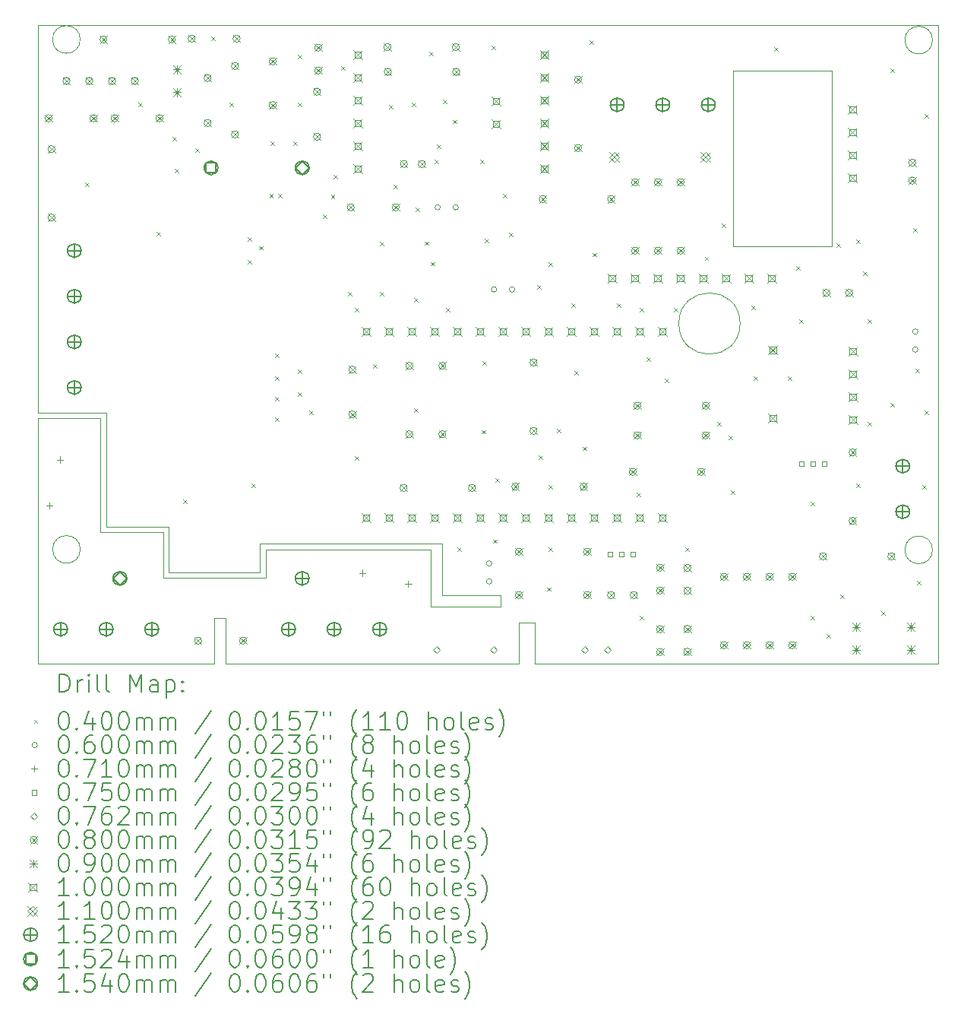
<source format=gbr>
%TF.GenerationSoftware,KiCad,Pcbnew,7.0.1*%
%TF.CreationDate,2023-09-22T18:52:29+02:00*%
%TF.ProjectId,Scheda Attivatore,53636865-6461-4204-9174-74697661746f,rev?*%
%TF.SameCoordinates,Original*%
%TF.FileFunction,Drillmap*%
%TF.FilePolarity,Positive*%
%FSLAX45Y45*%
G04 Gerber Fmt 4.5, Leading zero omitted, Abs format (unit mm)*
G04 Created by KiCad (PCBNEW 7.0.1) date 2023-09-22 18:52:29*
%MOMM*%
%LPD*%
G01*
G04 APERTURE LIST*
%ADD10C,0.100000*%
%ADD11C,0.200000*%
%ADD12C,0.040000*%
%ADD13C,0.060000*%
%ADD14C,0.071000*%
%ADD15C,0.075000*%
%ADD16C,0.076200*%
%ADD17C,0.080000*%
%ADD18C,0.090000*%
%ADD19C,0.110000*%
%ADD20C,0.152000*%
%ADD21C,0.152400*%
%ADD22C,0.154000*%
G04 APERTURE END LIST*
D10*
X15468600Y-12827000D02*
X15951200Y-12827000D01*
X18621461Y-9676549D02*
G75*
G03*
X18621461Y-9676549I-341461J0D01*
G01*
X15303500Y-12700000D02*
X15303500Y-12128500D01*
X16332200Y-13462000D02*
X20828000Y-13462000D01*
X13271500Y-12128500D02*
X13271500Y-12446000D01*
X16154400Y-13106400D02*
X16154400Y-13462000D01*
X12763500Y-13462000D02*
X12763500Y-13081000D01*
X12763500Y-12954000D02*
X12890500Y-12954000D01*
X13335000Y-12509500D02*
X13335000Y-12192000D01*
X19646900Y-6858000D02*
X19646900Y-8820150D01*
X19646900Y-8820150D02*
X18542000Y-8820150D01*
X10795000Y-10668000D02*
X10795000Y-6350000D01*
X10795000Y-10731500D02*
X10795000Y-13462000D01*
X15938500Y-12700000D02*
X15303500Y-12700000D01*
X11557000Y-11938000D02*
X11557000Y-10668000D01*
X11266500Y-6512560D02*
G75*
G03*
X11266500Y-6512560I-154000J0D01*
G01*
X13335000Y-12192000D02*
X15176500Y-12192000D01*
X12763500Y-13462000D02*
X10795000Y-13462000D01*
X16332200Y-13462000D02*
X16332200Y-13017500D01*
X15938500Y-12700000D02*
X15951200Y-12700000D01*
X12763500Y-13081000D02*
X12763500Y-12954000D01*
X11493500Y-12001500D02*
X12192000Y-12001500D01*
X12192000Y-12001500D02*
X12192000Y-12509500D01*
X15176500Y-12827000D02*
X15468600Y-12827000D01*
X20828000Y-6350000D02*
X20828000Y-13462000D01*
X20766100Y-12197080D02*
G75*
G03*
X20766100Y-12197080I-154000J0D01*
G01*
X15951200Y-12700000D02*
X15951200Y-12827000D01*
X15303500Y-12128500D02*
X13271500Y-12128500D01*
X16332200Y-13004800D02*
X16332200Y-13017500D01*
X11268100Y-12192000D02*
G75*
G03*
X11268100Y-12192000I-154000J0D01*
G01*
X13271500Y-12446000D02*
X12255500Y-12446000D01*
X20766100Y-6520000D02*
G75*
G03*
X20766100Y-6520000I-154000J0D01*
G01*
X16154400Y-13004800D02*
X16332200Y-13004800D01*
X11493500Y-10731500D02*
X11493500Y-12001500D01*
X18542000Y-6858000D02*
X19646900Y-6858000D01*
X11557000Y-10668000D02*
X10795000Y-10668000D01*
X16154400Y-13462000D02*
X12890500Y-13462000D01*
X10795000Y-10731500D02*
X11493500Y-10731500D01*
X10795000Y-6350000D02*
X20828000Y-6350000D01*
X12255500Y-12446000D02*
X12255500Y-11938000D01*
X12890500Y-12954000D02*
X12890500Y-13462000D01*
X12192000Y-12509500D02*
X13335000Y-12509500D01*
X12255500Y-11938000D02*
X11557000Y-11938000D01*
X18542000Y-8820150D02*
X18542000Y-6858000D01*
X16154400Y-13106400D02*
X16154400Y-13004800D01*
X15176500Y-12192000D02*
X15176500Y-12827000D01*
D11*
D12*
X11325050Y-8108000D02*
X11365050Y-8148000D01*
X11365050Y-8108000D02*
X11325050Y-8148000D01*
X11918000Y-7219000D02*
X11958000Y-7259000D01*
X11958000Y-7219000D02*
X11918000Y-7259000D01*
X12121200Y-8654100D02*
X12161200Y-8694100D01*
X12161200Y-8654100D02*
X12121200Y-8694100D01*
X12299000Y-7600000D02*
X12339000Y-7640000D01*
X12339000Y-7600000D02*
X12299000Y-7640000D01*
X12324400Y-7955600D02*
X12364400Y-7995600D01*
X12364400Y-7955600D02*
X12324400Y-7995600D01*
X12413300Y-11638600D02*
X12453300Y-11678600D01*
X12453300Y-11638600D02*
X12413300Y-11678600D01*
X12553000Y-7727000D02*
X12593000Y-7767000D01*
X12593000Y-7727000D02*
X12553000Y-7767000D01*
X12730800Y-6482400D02*
X12770800Y-6522400D01*
X12770800Y-6482400D02*
X12730800Y-6522400D01*
X12934000Y-7219000D02*
X12974000Y-7259000D01*
X12974000Y-7219000D02*
X12934000Y-7259000D01*
X13137200Y-8717600D02*
X13177200Y-8757600D01*
X13177200Y-8717600D02*
X13137200Y-8757600D01*
X13137200Y-8971600D02*
X13177200Y-9011600D01*
X13177200Y-8971600D02*
X13137200Y-9011600D01*
X13175300Y-11460800D02*
X13215300Y-11500800D01*
X13215300Y-11460800D02*
X13175300Y-11500800D01*
X13263850Y-8812100D02*
X13303850Y-8852100D01*
X13303850Y-8812100D02*
X13263850Y-8852100D01*
X13375070Y-8232992D02*
X13415070Y-8272992D01*
X13415070Y-8232992D02*
X13375070Y-8272992D01*
X13391200Y-7650800D02*
X13431200Y-7690800D01*
X13431200Y-7650800D02*
X13391200Y-7690800D01*
X13442000Y-10013000D02*
X13482000Y-10053000D01*
X13482000Y-10013000D02*
X13442000Y-10053000D01*
X13442000Y-10267000D02*
X13482000Y-10307000D01*
X13482000Y-10267000D02*
X13442000Y-10307000D01*
X13442000Y-10495600D02*
X13482000Y-10535600D01*
X13482000Y-10495600D02*
X13442000Y-10535600D01*
X13442000Y-10724200D02*
X13482000Y-10764200D01*
X13482000Y-10724200D02*
X13442000Y-10764200D01*
X13475000Y-8235000D02*
X13515000Y-8275000D01*
X13515000Y-8235000D02*
X13475000Y-8275000D01*
X13645200Y-7650800D02*
X13685200Y-7690800D01*
X13685200Y-7650800D02*
X13645200Y-7690800D01*
X13696000Y-6685600D02*
X13736000Y-6725600D01*
X13736000Y-6685600D02*
X13696000Y-6725600D01*
X13696000Y-7219000D02*
X13736000Y-7259000D01*
X13736000Y-7219000D02*
X13696000Y-7259000D01*
X13696000Y-10190800D02*
X13736000Y-10230800D01*
X13736000Y-10190800D02*
X13696000Y-10230800D01*
X13696000Y-10444800D02*
X13736000Y-10484800D01*
X13736000Y-10444800D02*
X13696000Y-10484800D01*
X13823000Y-10648000D02*
X13863000Y-10688000D01*
X13863000Y-10648000D02*
X13823000Y-10688000D01*
X13975400Y-8463600D02*
X14015400Y-8503600D01*
X14015400Y-8463600D02*
X13975400Y-8503600D01*
X14061760Y-8243350D02*
X14101760Y-8283350D01*
X14101760Y-8243350D02*
X14061760Y-8283350D01*
X14090000Y-8020000D02*
X14130000Y-8060000D01*
X14130000Y-8020000D02*
X14090000Y-8060000D01*
X14178600Y-6812600D02*
X14218600Y-6852600D01*
X14218600Y-6812600D02*
X14178600Y-6852600D01*
X14254800Y-9327200D02*
X14294800Y-9367200D01*
X14294800Y-9327200D02*
X14254800Y-9367200D01*
X14331000Y-9505000D02*
X14371000Y-9545000D01*
X14371000Y-9505000D02*
X14331000Y-9545000D01*
X14331000Y-11156000D02*
X14371000Y-11196000D01*
X14371000Y-11156000D02*
X14331000Y-11196000D01*
X14534200Y-10129840D02*
X14574200Y-10169840D01*
X14574200Y-10129840D02*
X14534200Y-10169840D01*
X14610400Y-8768400D02*
X14650400Y-8808400D01*
X14650400Y-8768400D02*
X14610400Y-8808400D01*
X14610400Y-9327200D02*
X14650400Y-9367200D01*
X14650400Y-9327200D02*
X14610400Y-9367200D01*
X14712000Y-7244400D02*
X14752000Y-7284400D01*
X14752000Y-7244400D02*
X14712000Y-7284400D01*
X14762800Y-8133400D02*
X14802800Y-8173400D01*
X14802800Y-8133400D02*
X14762800Y-8173400D01*
X14966000Y-7219000D02*
X15006000Y-7259000D01*
X15006000Y-7219000D02*
X14966000Y-7259000D01*
X14986320Y-9393240D02*
X15026320Y-9433240D01*
X15026320Y-9393240D02*
X14986320Y-9433240D01*
X14991400Y-10622600D02*
X15031400Y-10662600D01*
X15031400Y-10622600D02*
X14991400Y-10662600D01*
X15006640Y-8387400D02*
X15046640Y-8427400D01*
X15046640Y-8387400D02*
X15006640Y-8427400D01*
X15108240Y-8763320D02*
X15148240Y-8803320D01*
X15148240Y-8763320D02*
X15108240Y-8803320D01*
X15156500Y-6647500D02*
X15196500Y-6687500D01*
X15196500Y-6647500D02*
X15156500Y-6687500D01*
X15174280Y-8991920D02*
X15214280Y-9031920D01*
X15214280Y-8991920D02*
X15174280Y-9031920D01*
X15220000Y-7854000D02*
X15260000Y-7894000D01*
X15260000Y-7854000D02*
X15220000Y-7894000D01*
X15245400Y-7684950D02*
X15285400Y-7724950D01*
X15285400Y-7684950D02*
X15245400Y-7724950D01*
X15311440Y-7183440D02*
X15351440Y-7223440D01*
X15351440Y-7183440D02*
X15311440Y-7223440D01*
X15347000Y-9505000D02*
X15387000Y-9545000D01*
X15387000Y-9505000D02*
X15347000Y-9545000D01*
X15423200Y-7406960D02*
X15463200Y-7446960D01*
X15463200Y-7406960D02*
X15423200Y-7446960D01*
X15474000Y-12172000D02*
X15514000Y-12212000D01*
X15514000Y-12172000D02*
X15474000Y-12212000D01*
X15728000Y-7854000D02*
X15768000Y-7894000D01*
X15768000Y-7854000D02*
X15728000Y-7894000D01*
X15743240Y-10861360D02*
X15783240Y-10901360D01*
X15783240Y-10861360D02*
X15743240Y-10901360D01*
X15753400Y-10094280D02*
X15793400Y-10134280D01*
X15793400Y-10094280D02*
X15753400Y-10134280D01*
X15778800Y-8732840D02*
X15818800Y-8772840D01*
X15818800Y-8732840D02*
X15778800Y-8772840D01*
X15855000Y-6584000D02*
X15895000Y-6624000D01*
X15895000Y-6584000D02*
X15855000Y-6624000D01*
X15870240Y-12080560D02*
X15910240Y-12120560D01*
X15910240Y-12080560D02*
X15870240Y-12120560D01*
X15893100Y-11402380D02*
X15933100Y-11442380D01*
X15933100Y-11402380D02*
X15893100Y-11442380D01*
X15982000Y-8235000D02*
X16022000Y-8275000D01*
X16022000Y-8235000D02*
X15982000Y-8275000D01*
X16045500Y-8666800D02*
X16085500Y-8706800D01*
X16085500Y-8666800D02*
X16045500Y-8706800D01*
X16363000Y-9251000D02*
X16403000Y-9291000D01*
X16403000Y-9251000D02*
X16363000Y-9291000D01*
X16375700Y-11143300D02*
X16415700Y-11183300D01*
X16415700Y-11143300D02*
X16375700Y-11183300D01*
X16469680Y-12613960D02*
X16509680Y-12653960D01*
X16509680Y-12613960D02*
X16469680Y-12653960D01*
X16490000Y-8997000D02*
X16530000Y-9037000D01*
X16530000Y-8997000D02*
X16490000Y-9037000D01*
X16490000Y-11473500D02*
X16530000Y-11513500D01*
X16530000Y-11473500D02*
X16490000Y-11513500D01*
X16490000Y-12172000D02*
X16530000Y-12212000D01*
X16530000Y-12172000D02*
X16490000Y-12212000D01*
X16578900Y-10851200D02*
X16618900Y-10891200D01*
X16618900Y-10851200D02*
X16578900Y-10891200D01*
X16744000Y-9454200D02*
X16784000Y-9494200D01*
X16784000Y-9454200D02*
X16744000Y-9494200D01*
X16774480Y-10206040D02*
X16814480Y-10246040D01*
X16814480Y-10206040D02*
X16774480Y-10246040D01*
X16871000Y-11049320D02*
X16911000Y-11089320D01*
X16911000Y-11049320D02*
X16871000Y-11089320D01*
X16947200Y-6523040D02*
X16987200Y-6563040D01*
X16987200Y-6523040D02*
X16947200Y-6563040D01*
X16977680Y-8890320D02*
X17017680Y-8930320D01*
X17017680Y-8890320D02*
X16977680Y-8930320D01*
X17252000Y-9454200D02*
X17292000Y-9494200D01*
X17292000Y-9454200D02*
X17252000Y-9494200D01*
X17470440Y-11562400D02*
X17510440Y-11602400D01*
X17510440Y-11562400D02*
X17470440Y-11602400D01*
X17506000Y-9505000D02*
X17546000Y-9545000D01*
X17546000Y-9505000D02*
X17506000Y-9545000D01*
X17506000Y-12934000D02*
X17546000Y-12974000D01*
X17546000Y-12934000D02*
X17506000Y-12974000D01*
X17582200Y-10051100D02*
X17622200Y-10091100D01*
X17622200Y-10051100D02*
X17582200Y-10091100D01*
X17785400Y-10292400D02*
X17825400Y-10332400D01*
X17825400Y-10292400D02*
X17785400Y-10332400D01*
X17887000Y-9505000D02*
X17927000Y-9545000D01*
X17927000Y-9505000D02*
X17887000Y-9545000D01*
X18014000Y-12172000D02*
X18054000Y-12212000D01*
X18054000Y-12172000D02*
X18014000Y-12212000D01*
X18227360Y-8930960D02*
X18267360Y-8970960D01*
X18267360Y-8930960D02*
X18227360Y-8970960D01*
X18369600Y-10775000D02*
X18409600Y-10815000D01*
X18409600Y-10775000D02*
X18369600Y-10815000D01*
X18415320Y-8565200D02*
X18455320Y-8605200D01*
X18455320Y-8565200D02*
X18415320Y-8605200D01*
X18496600Y-10927400D02*
X18536600Y-10967400D01*
X18536600Y-10927400D02*
X18496600Y-10967400D01*
X18522000Y-11537000D02*
X18562000Y-11577000D01*
X18562000Y-11537000D02*
X18522000Y-11577000D01*
X18750600Y-9479600D02*
X18790600Y-9519600D01*
X18790600Y-9479600D02*
X18750600Y-9519600D01*
X18776000Y-10267000D02*
X18816000Y-10307000D01*
X18816000Y-10267000D02*
X18776000Y-10307000D01*
X19004600Y-6599240D02*
X19044600Y-6639240D01*
X19044600Y-6599240D02*
X19004600Y-6639240D01*
X19157000Y-10267000D02*
X19197000Y-10307000D01*
X19197000Y-10267000D02*
X19157000Y-10307000D01*
X19245900Y-9035100D02*
X19285900Y-9075100D01*
X19285900Y-9035100D02*
X19245900Y-9075100D01*
X19284000Y-9632000D02*
X19324000Y-9672000D01*
X19324000Y-9632000D02*
X19284000Y-9672000D01*
X19411000Y-11664000D02*
X19451000Y-11704000D01*
X19451000Y-11664000D02*
X19411000Y-11704000D01*
X19411000Y-12934000D02*
X19451000Y-12974000D01*
X19451000Y-12934000D02*
X19411000Y-12974000D01*
X19588800Y-13137200D02*
X19628800Y-13177200D01*
X19628800Y-13137200D02*
X19588800Y-13177200D01*
X19694150Y-8780670D02*
X19734150Y-8820670D01*
X19734150Y-8780670D02*
X19694150Y-8820670D01*
X19736120Y-12695240D02*
X19776120Y-12735240D01*
X19776120Y-12695240D02*
X19736120Y-12735240D01*
X19919000Y-8743000D02*
X19959000Y-8783000D01*
X19959000Y-8743000D02*
X19919000Y-8783000D01*
X19919000Y-11460800D02*
X19959000Y-11500800D01*
X19959000Y-11460800D02*
X19919000Y-11500800D01*
X19995200Y-9098600D02*
X20035200Y-9138600D01*
X20035200Y-9098600D02*
X19995200Y-9138600D01*
X20046000Y-9632000D02*
X20086000Y-9672000D01*
X20086000Y-9632000D02*
X20046000Y-9672000D01*
X20046000Y-10775000D02*
X20086000Y-10815000D01*
X20086000Y-10775000D02*
X20046000Y-10815000D01*
X20198400Y-12883200D02*
X20238400Y-12923200D01*
X20238400Y-12883200D02*
X20198400Y-12923200D01*
X20300000Y-6838000D02*
X20340000Y-6878000D01*
X20340000Y-6838000D02*
X20300000Y-6878000D01*
X20300000Y-10559100D02*
X20340000Y-10599100D01*
X20340000Y-10559100D02*
X20300000Y-10599100D01*
X20554000Y-8616000D02*
X20594000Y-8656000D01*
X20594000Y-8616000D02*
X20554000Y-8656000D01*
X20579400Y-10178100D02*
X20619400Y-10218100D01*
X20619400Y-10178100D02*
X20579400Y-10218100D01*
X20594640Y-12542840D02*
X20634640Y-12582840D01*
X20634640Y-12542840D02*
X20594640Y-12582840D01*
X20650520Y-11476040D02*
X20690520Y-11516040D01*
X20690520Y-11476040D02*
X20650520Y-11516040D01*
X20681000Y-7346000D02*
X20721000Y-7386000D01*
X20721000Y-7346000D02*
X20681000Y-7386000D01*
X20681000Y-10648000D02*
X20721000Y-10688000D01*
X20721000Y-10648000D02*
X20681000Y-10688000D01*
D13*
X15281560Y-8382000D02*
G75*
G03*
X15281560Y-8382000I-30000J0D01*
G01*
X15481560Y-8382000D02*
G75*
G03*
X15481560Y-8382000I-30000J0D01*
G01*
X15854200Y-12348740D02*
G75*
G03*
X15854200Y-12348740I-30000J0D01*
G01*
X15854200Y-12548740D02*
G75*
G03*
X15854200Y-12548740I-30000J0D01*
G01*
X15909340Y-9296400D02*
G75*
G03*
X15909340Y-9296400I-30000J0D01*
G01*
X16109340Y-9296400D02*
G75*
G03*
X16109340Y-9296400I-30000J0D01*
G01*
X20604000Y-9766300D02*
G75*
G03*
X20604000Y-9766300I-30000J0D01*
G01*
X20604000Y-9966300D02*
G75*
G03*
X20604000Y-9966300I-30000J0D01*
G01*
D14*
X10922000Y-11665740D02*
X10922000Y-11736740D01*
X10886500Y-11701240D02*
X10957500Y-11701240D01*
X11042000Y-11155740D02*
X11042000Y-11226740D01*
X11006500Y-11191240D02*
X11077500Y-11191240D01*
X14412500Y-12417500D02*
X14412500Y-12488500D01*
X14377000Y-12453000D02*
X14448000Y-12453000D01*
X14922500Y-12537500D02*
X14922500Y-12608500D01*
X14887000Y-12573000D02*
X14958000Y-12573000D01*
D15*
X17196917Y-12269317D02*
X17196917Y-12216283D01*
X17143883Y-12216283D01*
X17143883Y-12269317D01*
X17196917Y-12269317D01*
X17323917Y-12269317D02*
X17323917Y-12216283D01*
X17270883Y-12216283D01*
X17270883Y-12269317D01*
X17323917Y-12269317D01*
X17450917Y-12269317D02*
X17450917Y-12216283D01*
X17397883Y-12216283D01*
X17397883Y-12269317D01*
X17450917Y-12269317D01*
X19330517Y-11266017D02*
X19330517Y-11212983D01*
X19277483Y-11212983D01*
X19277483Y-11266017D01*
X19330517Y-11266017D01*
X19457517Y-11266017D02*
X19457517Y-11212983D01*
X19404483Y-11212983D01*
X19404483Y-11266017D01*
X19457517Y-11266017D01*
X19584517Y-11266017D02*
X19584517Y-11212983D01*
X19531483Y-11212983D01*
X19531483Y-11266017D01*
X19584517Y-11266017D01*
D16*
X15240000Y-13347700D02*
X15278100Y-13309600D01*
X15240000Y-13271500D01*
X15201900Y-13309600D01*
X15240000Y-13347700D01*
X15875000Y-13347700D02*
X15913100Y-13309600D01*
X15875000Y-13271500D01*
X15836900Y-13309600D01*
X15875000Y-13347700D01*
X16891000Y-13347700D02*
X16929100Y-13309600D01*
X16891000Y-13271500D01*
X16852900Y-13309600D01*
X16891000Y-13347700D01*
X17145000Y-13347700D02*
X17183100Y-13309600D01*
X17145000Y-13271500D01*
X17106900Y-13309600D01*
X17145000Y-13347700D01*
D17*
X10875000Y-7350000D02*
X10955000Y-7430000D01*
X10955000Y-7350000D02*
X10875000Y-7430000D01*
X10955000Y-7390000D02*
G75*
G03*
X10955000Y-7390000I-40000J0D01*
G01*
X10907400Y-7694300D02*
X10987400Y-7774300D01*
X10987400Y-7694300D02*
X10907400Y-7774300D01*
X10987400Y-7734300D02*
G75*
G03*
X10987400Y-7734300I-40000J0D01*
G01*
X10907400Y-8456300D02*
X10987400Y-8536300D01*
X10987400Y-8456300D02*
X10907400Y-8536300D01*
X10987400Y-8496300D02*
G75*
G03*
X10987400Y-8496300I-40000J0D01*
G01*
X11072500Y-6934750D02*
X11152500Y-7014750D01*
X11152500Y-6934750D02*
X11072500Y-7014750D01*
X11152500Y-6974750D02*
G75*
G03*
X11152500Y-6974750I-40000J0D01*
G01*
X11326500Y-6934750D02*
X11406500Y-7014750D01*
X11406500Y-6934750D02*
X11326500Y-7014750D01*
X11406500Y-6974750D02*
G75*
G03*
X11406500Y-6974750I-40000J0D01*
G01*
X11375000Y-7350000D02*
X11455000Y-7430000D01*
X11455000Y-7350000D02*
X11375000Y-7430000D01*
X11455000Y-7390000D02*
G75*
G03*
X11455000Y-7390000I-40000J0D01*
G01*
X11486520Y-6472560D02*
X11566520Y-6552560D01*
X11566520Y-6472560D02*
X11486520Y-6552560D01*
X11566520Y-6512560D02*
G75*
G03*
X11566520Y-6512560I-40000J0D01*
G01*
X11580500Y-6934750D02*
X11660500Y-7014750D01*
X11660500Y-6934750D02*
X11580500Y-7014750D01*
X11660500Y-6974750D02*
G75*
G03*
X11660500Y-6974750I-40000J0D01*
G01*
X11610000Y-7350000D02*
X11690000Y-7430000D01*
X11690000Y-7350000D02*
X11610000Y-7430000D01*
X11690000Y-7390000D02*
G75*
G03*
X11690000Y-7390000I-40000J0D01*
G01*
X11834500Y-6934750D02*
X11914500Y-7014750D01*
X11914500Y-6934750D02*
X11834500Y-7014750D01*
X11914500Y-6974750D02*
G75*
G03*
X11914500Y-6974750I-40000J0D01*
G01*
X12110000Y-7350000D02*
X12190000Y-7430000D01*
X12190000Y-7350000D02*
X12110000Y-7430000D01*
X12190000Y-7390000D02*
G75*
G03*
X12190000Y-7390000I-40000J0D01*
G01*
X12248520Y-6472560D02*
X12328520Y-6552560D01*
X12328520Y-6472560D02*
X12248520Y-6552560D01*
X12328520Y-6512560D02*
G75*
G03*
X12328520Y-6512560I-40000J0D01*
G01*
X12469500Y-6462400D02*
X12549500Y-6542400D01*
X12549500Y-6462400D02*
X12469500Y-6542400D01*
X12549500Y-6502400D02*
G75*
G03*
X12549500Y-6502400I-40000J0D01*
G01*
X12541000Y-13168000D02*
X12621000Y-13248000D01*
X12621000Y-13168000D02*
X12541000Y-13248000D01*
X12621000Y-13208000D02*
G75*
G03*
X12621000Y-13208000I-40000J0D01*
G01*
X12647300Y-6902200D02*
X12727300Y-6982200D01*
X12727300Y-6902200D02*
X12647300Y-6982200D01*
X12727300Y-6942200D02*
G75*
G03*
X12727300Y-6942200I-40000J0D01*
G01*
X12647300Y-7402200D02*
X12727300Y-7482200D01*
X12727300Y-7402200D02*
X12647300Y-7482200D01*
X12727300Y-7442200D02*
G75*
G03*
X12727300Y-7442200I-40000J0D01*
G01*
X12952100Y-6767200D02*
X13032100Y-6847200D01*
X13032100Y-6767200D02*
X12952100Y-6847200D01*
X13032100Y-6807200D02*
G75*
G03*
X13032100Y-6807200I-40000J0D01*
G01*
X12952100Y-7529200D02*
X13032100Y-7609200D01*
X13032100Y-7529200D02*
X12952100Y-7609200D01*
X13032100Y-7569200D02*
G75*
G03*
X13032100Y-7569200I-40000J0D01*
G01*
X12969500Y-6462400D02*
X13049500Y-6542400D01*
X13049500Y-6462400D02*
X12969500Y-6542400D01*
X13049500Y-6502400D02*
G75*
G03*
X13049500Y-6502400I-40000J0D01*
G01*
X13041000Y-13168000D02*
X13121000Y-13248000D01*
X13121000Y-13168000D02*
X13041000Y-13248000D01*
X13121000Y-13208000D02*
G75*
G03*
X13121000Y-13208000I-40000J0D01*
G01*
X13371200Y-6716400D02*
X13451200Y-6796400D01*
X13451200Y-6716400D02*
X13371200Y-6796400D01*
X13451200Y-6756400D02*
G75*
G03*
X13451200Y-6756400I-40000J0D01*
G01*
X13371200Y-7204400D02*
X13451200Y-7284400D01*
X13451200Y-7204400D02*
X13371200Y-7284400D01*
X13451200Y-7244400D02*
G75*
G03*
X13451200Y-7244400I-40000J0D01*
G01*
X13866500Y-7054600D02*
X13946500Y-7134600D01*
X13946500Y-7054600D02*
X13866500Y-7134600D01*
X13946500Y-7094600D02*
G75*
G03*
X13946500Y-7094600I-40000J0D01*
G01*
X13866500Y-7554600D02*
X13946500Y-7634600D01*
X13946500Y-7554600D02*
X13866500Y-7634600D01*
X13946500Y-7594600D02*
G75*
G03*
X13946500Y-7594600I-40000J0D01*
G01*
X13879200Y-6564000D02*
X13959200Y-6644000D01*
X13959200Y-6564000D02*
X13879200Y-6644000D01*
X13959200Y-6604000D02*
G75*
G03*
X13959200Y-6604000I-40000J0D01*
G01*
X13879200Y-6818000D02*
X13959200Y-6898000D01*
X13959200Y-6818000D02*
X13879200Y-6898000D01*
X13959200Y-6858000D02*
G75*
G03*
X13959200Y-6858000I-40000J0D01*
G01*
X14242800Y-8342000D02*
X14322800Y-8422000D01*
X14322800Y-8342000D02*
X14242800Y-8422000D01*
X14322800Y-8382000D02*
G75*
G03*
X14322800Y-8382000I-40000J0D01*
G01*
X14260200Y-10149400D02*
X14340200Y-10229400D01*
X14340200Y-10149400D02*
X14260200Y-10229400D01*
X14340200Y-10189400D02*
G75*
G03*
X14340200Y-10189400I-40000J0D01*
G01*
X14260200Y-10649400D02*
X14340200Y-10729400D01*
X14340200Y-10649400D02*
X14260200Y-10729400D01*
X14340200Y-10689400D02*
G75*
G03*
X14340200Y-10689400I-40000J0D01*
G01*
X14651360Y-6558920D02*
X14731360Y-6638920D01*
X14731360Y-6558920D02*
X14651360Y-6638920D01*
X14731360Y-6598920D02*
G75*
G03*
X14731360Y-6598920I-40000J0D01*
G01*
X14656440Y-6833240D02*
X14736440Y-6913240D01*
X14736440Y-6833240D02*
X14656440Y-6913240D01*
X14736440Y-6873240D02*
G75*
G03*
X14736440Y-6873240I-40000J0D01*
G01*
X14742800Y-8342000D02*
X14822800Y-8422000D01*
X14822800Y-8342000D02*
X14742800Y-8422000D01*
X14822800Y-8382000D02*
G75*
G03*
X14822800Y-8382000I-40000J0D01*
G01*
X14831700Y-11466200D02*
X14911700Y-11546200D01*
X14911700Y-11466200D02*
X14831700Y-11546200D01*
X14911700Y-11506200D02*
G75*
G03*
X14911700Y-11506200I-40000J0D01*
G01*
X14835000Y-7859400D02*
X14915000Y-7939400D01*
X14915000Y-7859400D02*
X14835000Y-7939400D01*
X14915000Y-7899400D02*
G75*
G03*
X14915000Y-7899400I-40000J0D01*
G01*
X14895200Y-10107300D02*
X14975200Y-10187300D01*
X14975200Y-10107300D02*
X14895200Y-10187300D01*
X14975200Y-10147300D02*
G75*
G03*
X14975200Y-10147300I-40000J0D01*
G01*
X14895200Y-10869300D02*
X14975200Y-10949300D01*
X14975200Y-10869300D02*
X14895200Y-10949300D01*
X14975200Y-10909300D02*
G75*
G03*
X14975200Y-10909300I-40000J0D01*
G01*
X15035000Y-7859400D02*
X15115000Y-7939400D01*
X15115000Y-7859400D02*
X15035000Y-7939400D01*
X15115000Y-7899400D02*
G75*
G03*
X15115000Y-7899400I-40000J0D01*
G01*
X15263500Y-10107300D02*
X15343500Y-10187300D01*
X15343500Y-10107300D02*
X15263500Y-10187300D01*
X15343500Y-10147300D02*
G75*
G03*
X15343500Y-10147300I-40000J0D01*
G01*
X15263500Y-10869300D02*
X15343500Y-10949300D01*
X15343500Y-10869300D02*
X15263500Y-10949300D01*
X15343500Y-10909300D02*
G75*
G03*
X15343500Y-10909300I-40000J0D01*
G01*
X15413360Y-6558920D02*
X15493360Y-6638920D01*
X15493360Y-6558920D02*
X15413360Y-6638920D01*
X15493360Y-6598920D02*
G75*
G03*
X15493360Y-6598920I-40000J0D01*
G01*
X15418440Y-6833240D02*
X15498440Y-6913240D01*
X15498440Y-6833240D02*
X15418440Y-6913240D01*
X15498440Y-6873240D02*
G75*
G03*
X15498440Y-6873240I-40000J0D01*
G01*
X15593700Y-11466200D02*
X15673700Y-11546200D01*
X15673700Y-11466200D02*
X15593700Y-11546200D01*
X15673700Y-11506200D02*
G75*
G03*
X15673700Y-11506200I-40000J0D01*
G01*
X16076300Y-11453500D02*
X16156300Y-11533500D01*
X16156300Y-11453500D02*
X16076300Y-11533500D01*
X16156300Y-11493500D02*
G75*
G03*
X16156300Y-11493500I-40000J0D01*
G01*
X16114400Y-12177400D02*
X16194400Y-12257400D01*
X16194400Y-12177400D02*
X16114400Y-12257400D01*
X16194400Y-12217400D02*
G75*
G03*
X16194400Y-12217400I-40000J0D01*
G01*
X16114400Y-12660000D02*
X16194400Y-12740000D01*
X16194400Y-12660000D02*
X16114400Y-12740000D01*
X16194400Y-12700000D02*
G75*
G03*
X16194400Y-12700000I-40000J0D01*
G01*
X16279500Y-10069200D02*
X16359500Y-10149200D01*
X16359500Y-10069200D02*
X16279500Y-10149200D01*
X16359500Y-10109200D02*
G75*
G03*
X16359500Y-10109200I-40000J0D01*
G01*
X16279500Y-10831200D02*
X16359500Y-10911200D01*
X16359500Y-10831200D02*
X16279500Y-10911200D01*
X16359500Y-10871200D02*
G75*
G03*
X16359500Y-10871200I-40000J0D01*
G01*
X16383000Y-8250000D02*
X16463000Y-8330000D01*
X16463000Y-8250000D02*
X16383000Y-8330000D01*
X16463000Y-8290000D02*
G75*
G03*
X16463000Y-8290000I-40000J0D01*
G01*
X16774800Y-6919600D02*
X16854800Y-6999600D01*
X16854800Y-6919600D02*
X16774800Y-6999600D01*
X16854800Y-6959600D02*
G75*
G03*
X16854800Y-6959600I-40000J0D01*
G01*
X16774800Y-7681600D02*
X16854800Y-7761600D01*
X16854800Y-7681600D02*
X16774800Y-7761600D01*
X16854800Y-7721600D02*
G75*
G03*
X16854800Y-7721600I-40000J0D01*
G01*
X16838300Y-11453500D02*
X16918300Y-11533500D01*
X16918300Y-11453500D02*
X16838300Y-11533500D01*
X16918300Y-11493500D02*
G75*
G03*
X16918300Y-11493500I-40000J0D01*
G01*
X16876400Y-12177400D02*
X16956400Y-12257400D01*
X16956400Y-12177400D02*
X16876400Y-12257400D01*
X16956400Y-12217400D02*
G75*
G03*
X16956400Y-12217400I-40000J0D01*
G01*
X16876400Y-12660000D02*
X16956400Y-12740000D01*
X16956400Y-12660000D02*
X16876400Y-12740000D01*
X16956400Y-12700000D02*
G75*
G03*
X16956400Y-12700000I-40000J0D01*
G01*
X17143100Y-12660000D02*
X17223100Y-12740000D01*
X17223100Y-12660000D02*
X17143100Y-12740000D01*
X17223100Y-12700000D02*
G75*
G03*
X17223100Y-12700000I-40000J0D01*
G01*
X17145000Y-8250000D02*
X17225000Y-8330000D01*
X17225000Y-8250000D02*
X17145000Y-8330000D01*
X17225000Y-8290000D02*
G75*
G03*
X17225000Y-8290000I-40000J0D01*
G01*
X17384400Y-11288400D02*
X17464400Y-11368400D01*
X17464400Y-11288400D02*
X17384400Y-11368400D01*
X17464400Y-11328400D02*
G75*
G03*
X17464400Y-11328400I-40000J0D01*
G01*
X17397100Y-12660000D02*
X17477100Y-12740000D01*
X17477100Y-12660000D02*
X17397100Y-12740000D01*
X17477100Y-12700000D02*
G75*
G03*
X17477100Y-12700000I-40000J0D01*
G01*
X17409800Y-8062600D02*
X17489800Y-8142600D01*
X17489800Y-8062600D02*
X17409800Y-8142600D01*
X17489800Y-8102600D02*
G75*
G03*
X17489800Y-8102600I-40000J0D01*
G01*
X17409800Y-8824600D02*
X17489800Y-8904600D01*
X17489800Y-8824600D02*
X17409800Y-8904600D01*
X17489800Y-8864600D02*
G75*
G03*
X17489800Y-8864600I-40000J0D01*
G01*
X17435200Y-10551800D02*
X17515200Y-10631800D01*
X17515200Y-10551800D02*
X17435200Y-10631800D01*
X17515200Y-10591800D02*
G75*
G03*
X17515200Y-10591800I-40000J0D01*
G01*
X17435200Y-10882000D02*
X17515200Y-10962000D01*
X17515200Y-10882000D02*
X17435200Y-10962000D01*
X17515200Y-10922000D02*
G75*
G03*
X17515200Y-10922000I-40000J0D01*
G01*
X17663800Y-8062600D02*
X17743800Y-8142600D01*
X17743800Y-8062600D02*
X17663800Y-8142600D01*
X17743800Y-8102600D02*
G75*
G03*
X17743800Y-8102600I-40000J0D01*
G01*
X17663800Y-8824600D02*
X17743800Y-8904600D01*
X17743800Y-8824600D02*
X17663800Y-8904600D01*
X17743800Y-8864600D02*
G75*
G03*
X17743800Y-8864600I-40000J0D01*
G01*
X17689200Y-12355200D02*
X17769200Y-12435200D01*
X17769200Y-12355200D02*
X17689200Y-12435200D01*
X17769200Y-12395200D02*
G75*
G03*
X17769200Y-12395200I-40000J0D01*
G01*
X17689200Y-12609200D02*
X17769200Y-12689200D01*
X17769200Y-12609200D02*
X17689200Y-12689200D01*
X17769200Y-12649200D02*
G75*
G03*
X17769200Y-12649200I-40000J0D01*
G01*
X17689200Y-13041000D02*
X17769200Y-13121000D01*
X17769200Y-13041000D02*
X17689200Y-13121000D01*
X17769200Y-13081000D02*
G75*
G03*
X17769200Y-13081000I-40000J0D01*
G01*
X17689200Y-13295000D02*
X17769200Y-13375000D01*
X17769200Y-13295000D02*
X17689200Y-13375000D01*
X17769200Y-13335000D02*
G75*
G03*
X17769200Y-13335000I-40000J0D01*
G01*
X17917800Y-8062600D02*
X17997800Y-8142600D01*
X17997800Y-8062600D02*
X17917800Y-8142600D01*
X17997800Y-8102600D02*
G75*
G03*
X17997800Y-8102600I-40000J0D01*
G01*
X17917800Y-8824600D02*
X17997800Y-8904600D01*
X17997800Y-8824600D02*
X17917800Y-8904600D01*
X17997800Y-8864600D02*
G75*
G03*
X17997800Y-8864600I-40000J0D01*
G01*
X17994000Y-12358100D02*
X18074000Y-12438100D01*
X18074000Y-12358100D02*
X17994000Y-12438100D01*
X18074000Y-12398100D02*
G75*
G03*
X18074000Y-12398100I-40000J0D01*
G01*
X17994000Y-12612100D02*
X18074000Y-12692100D01*
X18074000Y-12612100D02*
X17994000Y-12692100D01*
X18074000Y-12652100D02*
G75*
G03*
X18074000Y-12652100I-40000J0D01*
G01*
X17994000Y-13038100D02*
X18074000Y-13118100D01*
X18074000Y-13038100D02*
X17994000Y-13118100D01*
X18074000Y-13078100D02*
G75*
G03*
X18074000Y-13078100I-40000J0D01*
G01*
X17994000Y-13292100D02*
X18074000Y-13372100D01*
X18074000Y-13292100D02*
X17994000Y-13372100D01*
X18074000Y-13332100D02*
G75*
G03*
X18074000Y-13332100I-40000J0D01*
G01*
X18146400Y-11288400D02*
X18226400Y-11368400D01*
X18226400Y-11288400D02*
X18146400Y-11368400D01*
X18226400Y-11328400D02*
G75*
G03*
X18226400Y-11328400I-40000J0D01*
G01*
X18197200Y-10551800D02*
X18277200Y-10631800D01*
X18277200Y-10551800D02*
X18197200Y-10631800D01*
X18277200Y-10591800D02*
G75*
G03*
X18277200Y-10591800I-40000J0D01*
G01*
X18197200Y-10882000D02*
X18277200Y-10962000D01*
X18277200Y-10882000D02*
X18197200Y-10962000D01*
X18277200Y-10922000D02*
G75*
G03*
X18277200Y-10922000I-40000J0D01*
G01*
X18400400Y-12456800D02*
X18480400Y-12536800D01*
X18480400Y-12456800D02*
X18400400Y-12536800D01*
X18480400Y-12496800D02*
G75*
G03*
X18480400Y-12496800I-40000J0D01*
G01*
X18400400Y-13218800D02*
X18480400Y-13298800D01*
X18480400Y-13218800D02*
X18400400Y-13298800D01*
X18480400Y-13258800D02*
G75*
G03*
X18480400Y-13258800I-40000J0D01*
G01*
X18654400Y-12456800D02*
X18734400Y-12536800D01*
X18734400Y-12456800D02*
X18654400Y-12536800D01*
X18734400Y-12496800D02*
G75*
G03*
X18734400Y-12496800I-40000J0D01*
G01*
X18654400Y-13218800D02*
X18734400Y-13298800D01*
X18734400Y-13218800D02*
X18654400Y-13298800D01*
X18734400Y-13258800D02*
G75*
G03*
X18734400Y-13258800I-40000J0D01*
G01*
X18908400Y-12456800D02*
X18988400Y-12536800D01*
X18988400Y-12456800D02*
X18908400Y-12536800D01*
X18988400Y-12496800D02*
G75*
G03*
X18988400Y-12496800I-40000J0D01*
G01*
X18908400Y-13218800D02*
X18988400Y-13298800D01*
X18988400Y-13218800D02*
X18908400Y-13298800D01*
X18988400Y-13258800D02*
G75*
G03*
X18988400Y-13258800I-40000J0D01*
G01*
X19162400Y-12456800D02*
X19242400Y-12536800D01*
X19242400Y-12456800D02*
X19162400Y-12536800D01*
X19242400Y-12496800D02*
G75*
G03*
X19242400Y-12496800I-40000J0D01*
G01*
X19162400Y-13218800D02*
X19242400Y-13298800D01*
X19242400Y-13218800D02*
X19162400Y-13298800D01*
X19242400Y-13258800D02*
G75*
G03*
X19242400Y-13258800I-40000J0D01*
G01*
X19505300Y-12228200D02*
X19585300Y-12308200D01*
X19585300Y-12228200D02*
X19505300Y-12308200D01*
X19585300Y-12268200D02*
G75*
G03*
X19585300Y-12268200I-40000J0D01*
G01*
X19543400Y-9294500D02*
X19623400Y-9374500D01*
X19623400Y-9294500D02*
X19543400Y-9374500D01*
X19623400Y-9334500D02*
G75*
G03*
X19623400Y-9334500I-40000J0D01*
G01*
X19797400Y-9294500D02*
X19877400Y-9374500D01*
X19877400Y-9294500D02*
X19797400Y-9374500D01*
X19877400Y-9334500D02*
G75*
G03*
X19877400Y-9334500I-40000J0D01*
G01*
X19835500Y-11072500D02*
X19915500Y-11152500D01*
X19915500Y-11072500D02*
X19835500Y-11152500D01*
X19915500Y-11112500D02*
G75*
G03*
X19915500Y-11112500I-40000J0D01*
G01*
X19835500Y-11834500D02*
X19915500Y-11914500D01*
X19915500Y-11834500D02*
X19835500Y-11914500D01*
X19915500Y-11874500D02*
G75*
G03*
X19915500Y-11874500I-40000J0D01*
G01*
X20267300Y-12228200D02*
X20347300Y-12308200D01*
X20347300Y-12228200D02*
X20267300Y-12308200D01*
X20347300Y-12268200D02*
G75*
G03*
X20347300Y-12268200I-40000J0D01*
G01*
X20500000Y-7844489D02*
X20580000Y-7924489D01*
X20580000Y-7844489D02*
X20500000Y-7924489D01*
X20580000Y-7884489D02*
G75*
G03*
X20580000Y-7884489I-40000J0D01*
G01*
X20500000Y-8044489D02*
X20580000Y-8124489D01*
X20580000Y-8044489D02*
X20500000Y-8124489D01*
X20580000Y-8084489D02*
G75*
G03*
X20580000Y-8084489I-40000J0D01*
G01*
D18*
X12299400Y-6800300D02*
X12389400Y-6890300D01*
X12389400Y-6800300D02*
X12299400Y-6890300D01*
X12344400Y-6800300D02*
X12344400Y-6890300D01*
X12299400Y-6845300D02*
X12389400Y-6845300D01*
X12299400Y-7054300D02*
X12389400Y-7144300D01*
X12389400Y-7054300D02*
X12299400Y-7144300D01*
X12344400Y-7054300D02*
X12344400Y-7144300D01*
X12299400Y-7099300D02*
X12389400Y-7099300D01*
X19868600Y-13010600D02*
X19958600Y-13100600D01*
X19958600Y-13010600D02*
X19868600Y-13100600D01*
X19913600Y-13010600D02*
X19913600Y-13100600D01*
X19868600Y-13055600D02*
X19958600Y-13055600D01*
X19868600Y-13264600D02*
X19958600Y-13354600D01*
X19958600Y-13264600D02*
X19868600Y-13354600D01*
X19913600Y-13264600D02*
X19913600Y-13354600D01*
X19868600Y-13309600D02*
X19958600Y-13309600D01*
X20478200Y-13010600D02*
X20568200Y-13100600D01*
X20568200Y-13010600D02*
X20478200Y-13100600D01*
X20523200Y-13010600D02*
X20523200Y-13100600D01*
X20478200Y-13055600D02*
X20568200Y-13055600D01*
X20478200Y-13264600D02*
X20568200Y-13354600D01*
X20568200Y-13264600D02*
X20478200Y-13354600D01*
X20523200Y-13264600D02*
X20523200Y-13354600D01*
X20478200Y-13309600D02*
X20568200Y-13309600D01*
D10*
X14310000Y-6635000D02*
X14410000Y-6735000D01*
X14410000Y-6635000D02*
X14310000Y-6735000D01*
X14395356Y-6720356D02*
X14395356Y-6649644D01*
X14324644Y-6649644D01*
X14324644Y-6720356D01*
X14395356Y-6720356D01*
X14310000Y-6889000D02*
X14410000Y-6989000D01*
X14410000Y-6889000D02*
X14310000Y-6989000D01*
X14395356Y-6974356D02*
X14395356Y-6903644D01*
X14324644Y-6903644D01*
X14324644Y-6974356D01*
X14395356Y-6974356D01*
X14310000Y-7143000D02*
X14410000Y-7243000D01*
X14410000Y-7143000D02*
X14310000Y-7243000D01*
X14395356Y-7228356D02*
X14395356Y-7157644D01*
X14324644Y-7157644D01*
X14324644Y-7228356D01*
X14395356Y-7228356D01*
X14310000Y-7397000D02*
X14410000Y-7497000D01*
X14410000Y-7397000D02*
X14310000Y-7497000D01*
X14395356Y-7482356D02*
X14395356Y-7411644D01*
X14324644Y-7411644D01*
X14324644Y-7482356D01*
X14395356Y-7482356D01*
X14310000Y-7651000D02*
X14410000Y-7751000D01*
X14410000Y-7651000D02*
X14310000Y-7751000D01*
X14395356Y-7736356D02*
X14395356Y-7665644D01*
X14324644Y-7665644D01*
X14324644Y-7736356D01*
X14395356Y-7736356D01*
X14310000Y-7905000D02*
X14410000Y-8005000D01*
X14410000Y-7905000D02*
X14310000Y-8005000D01*
X14395356Y-7990356D02*
X14395356Y-7919644D01*
X14324644Y-7919644D01*
X14324644Y-7990356D01*
X14395356Y-7990356D01*
X14401600Y-9716300D02*
X14501600Y-9816300D01*
X14501600Y-9716300D02*
X14401600Y-9816300D01*
X14486956Y-9801656D02*
X14486956Y-9730944D01*
X14416244Y-9730944D01*
X14416244Y-9801656D01*
X14486956Y-9801656D01*
X14402600Y-11786400D02*
X14502600Y-11886400D01*
X14502600Y-11786400D02*
X14402600Y-11886400D01*
X14487956Y-11871756D02*
X14487956Y-11801044D01*
X14417244Y-11801044D01*
X14417244Y-11871756D01*
X14487956Y-11871756D01*
X14655600Y-9716300D02*
X14755600Y-9816300D01*
X14755600Y-9716300D02*
X14655600Y-9816300D01*
X14740956Y-9801656D02*
X14740956Y-9730944D01*
X14670244Y-9730944D01*
X14670244Y-9801656D01*
X14740956Y-9801656D01*
X14656600Y-11786400D02*
X14756600Y-11886400D01*
X14756600Y-11786400D02*
X14656600Y-11886400D01*
X14741956Y-11871756D02*
X14741956Y-11801044D01*
X14671244Y-11801044D01*
X14671244Y-11871756D01*
X14741956Y-11871756D01*
X14909600Y-9716300D02*
X15009600Y-9816300D01*
X15009600Y-9716300D02*
X14909600Y-9816300D01*
X14994956Y-9801656D02*
X14994956Y-9730944D01*
X14924244Y-9730944D01*
X14924244Y-9801656D01*
X14994956Y-9801656D01*
X14910600Y-11786400D02*
X15010600Y-11886400D01*
X15010600Y-11786400D02*
X14910600Y-11886400D01*
X14995956Y-11871756D02*
X14995956Y-11801044D01*
X14925244Y-11801044D01*
X14925244Y-11871756D01*
X14995956Y-11871756D01*
X15163600Y-9716300D02*
X15263600Y-9816300D01*
X15263600Y-9716300D02*
X15163600Y-9816300D01*
X15248956Y-9801656D02*
X15248956Y-9730944D01*
X15178244Y-9730944D01*
X15178244Y-9801656D01*
X15248956Y-9801656D01*
X15164600Y-11786400D02*
X15264600Y-11886400D01*
X15264600Y-11786400D02*
X15164600Y-11886400D01*
X15249956Y-11871756D02*
X15249956Y-11801044D01*
X15179244Y-11801044D01*
X15179244Y-11871756D01*
X15249956Y-11871756D01*
X15417600Y-9716300D02*
X15517600Y-9816300D01*
X15517600Y-9716300D02*
X15417600Y-9816300D01*
X15502956Y-9801656D02*
X15502956Y-9730944D01*
X15432244Y-9730944D01*
X15432244Y-9801656D01*
X15502956Y-9801656D01*
X15418600Y-11786400D02*
X15518600Y-11886400D01*
X15518600Y-11786400D02*
X15418600Y-11886400D01*
X15503956Y-11871756D02*
X15503956Y-11801044D01*
X15433244Y-11801044D01*
X15433244Y-11871756D01*
X15503956Y-11871756D01*
X15671600Y-9716300D02*
X15771600Y-9816300D01*
X15771600Y-9716300D02*
X15671600Y-9816300D01*
X15756956Y-9801656D02*
X15756956Y-9730944D01*
X15686244Y-9730944D01*
X15686244Y-9801656D01*
X15756956Y-9801656D01*
X15672600Y-11786400D02*
X15772600Y-11886400D01*
X15772600Y-11786400D02*
X15672600Y-11886400D01*
X15757956Y-11871756D02*
X15757956Y-11801044D01*
X15687244Y-11801044D01*
X15687244Y-11871756D01*
X15757956Y-11871756D01*
X15850400Y-7150400D02*
X15950400Y-7250400D01*
X15950400Y-7150400D02*
X15850400Y-7250400D01*
X15935756Y-7235756D02*
X15935756Y-7165044D01*
X15865044Y-7165044D01*
X15865044Y-7235756D01*
X15935756Y-7235756D01*
X15850400Y-7404400D02*
X15950400Y-7504400D01*
X15950400Y-7404400D02*
X15850400Y-7504400D01*
X15935756Y-7489756D02*
X15935756Y-7419044D01*
X15865044Y-7419044D01*
X15865044Y-7489756D01*
X15935756Y-7489756D01*
X15925600Y-9716300D02*
X16025600Y-9816300D01*
X16025600Y-9716300D02*
X15925600Y-9816300D01*
X16010956Y-9801656D02*
X16010956Y-9730944D01*
X15940244Y-9730944D01*
X15940244Y-9801656D01*
X16010956Y-9801656D01*
X15926600Y-11786400D02*
X16026600Y-11886400D01*
X16026600Y-11786400D02*
X15926600Y-11886400D01*
X16011956Y-11871756D02*
X16011956Y-11801044D01*
X15941244Y-11801044D01*
X15941244Y-11871756D01*
X16011956Y-11871756D01*
X16179600Y-9716300D02*
X16279600Y-9816300D01*
X16279600Y-9716300D02*
X16179600Y-9816300D01*
X16264956Y-9801656D02*
X16264956Y-9730944D01*
X16194244Y-9730944D01*
X16194244Y-9801656D01*
X16264956Y-9801656D01*
X16180600Y-11786400D02*
X16280600Y-11886400D01*
X16280600Y-11786400D02*
X16180600Y-11886400D01*
X16265956Y-11871756D02*
X16265956Y-11801044D01*
X16195244Y-11801044D01*
X16195244Y-11871756D01*
X16265956Y-11871756D01*
X16390000Y-6630000D02*
X16490000Y-6730000D01*
X16490000Y-6630000D02*
X16390000Y-6730000D01*
X16475356Y-6715356D02*
X16475356Y-6644644D01*
X16404644Y-6644644D01*
X16404644Y-6715356D01*
X16475356Y-6715356D01*
X16390000Y-6884000D02*
X16490000Y-6984000D01*
X16490000Y-6884000D02*
X16390000Y-6984000D01*
X16475356Y-6969356D02*
X16475356Y-6898644D01*
X16404644Y-6898644D01*
X16404644Y-6969356D01*
X16475356Y-6969356D01*
X16390000Y-7138000D02*
X16490000Y-7238000D01*
X16490000Y-7138000D02*
X16390000Y-7238000D01*
X16475356Y-7223356D02*
X16475356Y-7152644D01*
X16404644Y-7152644D01*
X16404644Y-7223356D01*
X16475356Y-7223356D01*
X16390000Y-7392000D02*
X16490000Y-7492000D01*
X16490000Y-7392000D02*
X16390000Y-7492000D01*
X16475356Y-7477356D02*
X16475356Y-7406644D01*
X16404644Y-7406644D01*
X16404644Y-7477356D01*
X16475356Y-7477356D01*
X16390000Y-7646000D02*
X16490000Y-7746000D01*
X16490000Y-7646000D02*
X16390000Y-7746000D01*
X16475356Y-7731356D02*
X16475356Y-7660644D01*
X16404644Y-7660644D01*
X16404644Y-7731356D01*
X16475356Y-7731356D01*
X16390000Y-7900000D02*
X16490000Y-8000000D01*
X16490000Y-7900000D02*
X16390000Y-8000000D01*
X16475356Y-7985356D02*
X16475356Y-7914644D01*
X16404644Y-7914644D01*
X16404644Y-7985356D01*
X16475356Y-7985356D01*
X16433600Y-9716300D02*
X16533600Y-9816300D01*
X16533600Y-9716300D02*
X16433600Y-9816300D01*
X16518956Y-9801656D02*
X16518956Y-9730944D01*
X16448244Y-9730944D01*
X16448244Y-9801656D01*
X16518956Y-9801656D01*
X16434600Y-11786400D02*
X16534600Y-11886400D01*
X16534600Y-11786400D02*
X16434600Y-11886400D01*
X16519956Y-11871756D02*
X16519956Y-11801044D01*
X16449244Y-11801044D01*
X16449244Y-11871756D01*
X16519956Y-11871756D01*
X16687600Y-9716300D02*
X16787600Y-9816300D01*
X16787600Y-9716300D02*
X16687600Y-9816300D01*
X16772956Y-9801656D02*
X16772956Y-9730944D01*
X16702244Y-9730944D01*
X16702244Y-9801656D01*
X16772956Y-9801656D01*
X16688600Y-11786400D02*
X16788600Y-11886400D01*
X16788600Y-11786400D02*
X16688600Y-11886400D01*
X16773956Y-11871756D02*
X16773956Y-11801044D01*
X16703244Y-11801044D01*
X16703244Y-11871756D01*
X16773956Y-11871756D01*
X16941600Y-9716300D02*
X17041600Y-9816300D01*
X17041600Y-9716300D02*
X16941600Y-9816300D01*
X17026956Y-9801656D02*
X17026956Y-9730944D01*
X16956244Y-9730944D01*
X16956244Y-9801656D01*
X17026956Y-9801656D01*
X16942600Y-11786400D02*
X17042600Y-11886400D01*
X17042600Y-11786400D02*
X16942600Y-11886400D01*
X17027956Y-11871756D02*
X17027956Y-11801044D01*
X16957244Y-11801044D01*
X16957244Y-11871756D01*
X17027956Y-11871756D01*
X17144300Y-9119400D02*
X17244300Y-9219400D01*
X17244300Y-9119400D02*
X17144300Y-9219400D01*
X17229656Y-9204756D02*
X17229656Y-9134044D01*
X17158944Y-9134044D01*
X17158944Y-9204756D01*
X17229656Y-9204756D01*
X17195600Y-9716300D02*
X17295600Y-9816300D01*
X17295600Y-9716300D02*
X17195600Y-9816300D01*
X17280956Y-9801656D02*
X17280956Y-9730944D01*
X17210244Y-9730944D01*
X17210244Y-9801656D01*
X17280956Y-9801656D01*
X17196600Y-11786400D02*
X17296600Y-11886400D01*
X17296600Y-11786400D02*
X17196600Y-11886400D01*
X17281956Y-11871756D02*
X17281956Y-11801044D01*
X17211244Y-11801044D01*
X17211244Y-11871756D01*
X17281956Y-11871756D01*
X17398300Y-9119400D02*
X17498300Y-9219400D01*
X17498300Y-9119400D02*
X17398300Y-9219400D01*
X17483656Y-9204756D02*
X17483656Y-9134044D01*
X17412944Y-9134044D01*
X17412944Y-9204756D01*
X17483656Y-9204756D01*
X17449600Y-9716300D02*
X17549600Y-9816300D01*
X17549600Y-9716300D02*
X17449600Y-9816300D01*
X17534956Y-9801656D02*
X17534956Y-9730944D01*
X17464244Y-9730944D01*
X17464244Y-9801656D01*
X17534956Y-9801656D01*
X17450600Y-11786400D02*
X17550600Y-11886400D01*
X17550600Y-11786400D02*
X17450600Y-11886400D01*
X17535956Y-11871756D02*
X17535956Y-11801044D01*
X17465244Y-11801044D01*
X17465244Y-11871756D01*
X17535956Y-11871756D01*
X17652300Y-9119400D02*
X17752300Y-9219400D01*
X17752300Y-9119400D02*
X17652300Y-9219400D01*
X17737656Y-9204756D02*
X17737656Y-9134044D01*
X17666944Y-9134044D01*
X17666944Y-9204756D01*
X17737656Y-9204756D01*
X17703600Y-9716300D02*
X17803600Y-9816300D01*
X17803600Y-9716300D02*
X17703600Y-9816300D01*
X17788956Y-9801656D02*
X17788956Y-9730944D01*
X17718244Y-9730944D01*
X17718244Y-9801656D01*
X17788956Y-9801656D01*
X17704600Y-11786400D02*
X17804600Y-11886400D01*
X17804600Y-11786400D02*
X17704600Y-11886400D01*
X17789956Y-11871756D02*
X17789956Y-11801044D01*
X17719244Y-11801044D01*
X17719244Y-11871756D01*
X17789956Y-11871756D01*
X17906300Y-9119400D02*
X18006300Y-9219400D01*
X18006300Y-9119400D02*
X17906300Y-9219400D01*
X17991656Y-9204756D02*
X17991656Y-9134044D01*
X17920944Y-9134044D01*
X17920944Y-9204756D01*
X17991656Y-9204756D01*
X18160300Y-9119400D02*
X18260300Y-9219400D01*
X18260300Y-9119400D02*
X18160300Y-9219400D01*
X18245656Y-9204756D02*
X18245656Y-9134044D01*
X18174944Y-9134044D01*
X18174944Y-9204756D01*
X18245656Y-9204756D01*
X18414300Y-9119400D02*
X18514300Y-9219400D01*
X18514300Y-9119400D02*
X18414300Y-9219400D01*
X18499656Y-9204756D02*
X18499656Y-9134044D01*
X18428944Y-9134044D01*
X18428944Y-9204756D01*
X18499656Y-9204756D01*
X18668300Y-9119400D02*
X18768300Y-9219400D01*
X18768300Y-9119400D02*
X18668300Y-9219400D01*
X18753656Y-9204756D02*
X18753656Y-9134044D01*
X18682944Y-9134044D01*
X18682944Y-9204756D01*
X18753656Y-9204756D01*
X18922300Y-9119400D02*
X19022300Y-9219400D01*
X19022300Y-9119400D02*
X18922300Y-9219400D01*
X19007656Y-9204756D02*
X19007656Y-9134044D01*
X18936944Y-9134044D01*
X18936944Y-9204756D01*
X19007656Y-9204756D01*
X18936500Y-9921500D02*
X19036500Y-10021500D01*
X19036500Y-9921500D02*
X18936500Y-10021500D01*
X19021856Y-10006856D02*
X19021856Y-9936144D01*
X18951144Y-9936144D01*
X18951144Y-10006856D01*
X19021856Y-10006856D01*
X18936500Y-10681500D02*
X19036500Y-10781500D01*
X19036500Y-10681500D02*
X18936500Y-10781500D01*
X19021856Y-10766856D02*
X19021856Y-10696144D01*
X18951144Y-10696144D01*
X18951144Y-10766856D01*
X19021856Y-10766856D01*
X19825500Y-7239800D02*
X19925500Y-7339800D01*
X19925500Y-7239800D02*
X19825500Y-7339800D01*
X19910856Y-7325156D02*
X19910856Y-7254444D01*
X19840144Y-7254444D01*
X19840144Y-7325156D01*
X19910856Y-7325156D01*
X19825500Y-7493800D02*
X19925500Y-7593800D01*
X19925500Y-7493800D02*
X19825500Y-7593800D01*
X19910856Y-7579156D02*
X19910856Y-7508444D01*
X19840144Y-7508444D01*
X19840144Y-7579156D01*
X19910856Y-7579156D01*
X19825500Y-7747800D02*
X19925500Y-7847800D01*
X19925500Y-7747800D02*
X19825500Y-7847800D01*
X19910856Y-7833156D02*
X19910856Y-7762444D01*
X19840144Y-7762444D01*
X19840144Y-7833156D01*
X19910856Y-7833156D01*
X19825500Y-8001800D02*
X19925500Y-8101800D01*
X19925500Y-8001800D02*
X19825500Y-8101800D01*
X19910856Y-8087156D02*
X19910856Y-8016444D01*
X19840144Y-8016444D01*
X19840144Y-8087156D01*
X19910856Y-8087156D01*
X19828040Y-9932200D02*
X19928040Y-10032200D01*
X19928040Y-9932200D02*
X19828040Y-10032200D01*
X19913396Y-10017556D02*
X19913396Y-9946844D01*
X19842684Y-9946844D01*
X19842684Y-10017556D01*
X19913396Y-10017556D01*
X19828040Y-10186200D02*
X19928040Y-10286200D01*
X19928040Y-10186200D02*
X19828040Y-10286200D01*
X19913396Y-10271556D02*
X19913396Y-10200844D01*
X19842684Y-10200844D01*
X19842684Y-10271556D01*
X19913396Y-10271556D01*
X19828040Y-10440200D02*
X19928040Y-10540200D01*
X19928040Y-10440200D02*
X19828040Y-10540200D01*
X19913396Y-10525556D02*
X19913396Y-10454844D01*
X19842684Y-10454844D01*
X19842684Y-10525556D01*
X19913396Y-10525556D01*
X19828040Y-10694200D02*
X19928040Y-10794200D01*
X19928040Y-10694200D02*
X19828040Y-10794200D01*
X19913396Y-10779556D02*
X19913396Y-10708844D01*
X19842684Y-10708844D01*
X19842684Y-10779556D01*
X19913396Y-10779556D01*
D19*
X17166200Y-7768200D02*
X17276200Y-7878200D01*
X17276200Y-7768200D02*
X17166200Y-7878200D01*
X17221200Y-7878200D02*
X17276200Y-7823200D01*
X17221200Y-7768200D01*
X17166200Y-7823200D01*
X17221200Y-7878200D01*
X18182200Y-7768200D02*
X18292200Y-7878200D01*
X18292200Y-7768200D02*
X18182200Y-7878200D01*
X18237200Y-7878200D02*
X18292200Y-7823200D01*
X18237200Y-7768200D01*
X18182200Y-7823200D01*
X18237200Y-7878200D01*
D20*
X11049000Y-13005000D02*
X11049000Y-13157000D01*
X10973000Y-13081000D02*
X11125000Y-13081000D01*
X11125000Y-13081000D02*
G75*
G03*
X11125000Y-13081000I-76000J0D01*
G01*
X11201400Y-8788600D02*
X11201400Y-8940600D01*
X11125400Y-8864600D02*
X11277400Y-8864600D01*
X11277400Y-8864600D02*
G75*
G03*
X11277400Y-8864600I-76000J0D01*
G01*
X11201400Y-9296600D02*
X11201400Y-9448600D01*
X11125400Y-9372600D02*
X11277400Y-9372600D01*
X11277400Y-9372600D02*
G75*
G03*
X11277400Y-9372600I-76000J0D01*
G01*
X11201400Y-9804600D02*
X11201400Y-9956600D01*
X11125400Y-9880600D02*
X11277400Y-9880600D01*
X11277400Y-9880600D02*
G75*
G03*
X11277400Y-9880600I-76000J0D01*
G01*
X11201400Y-10312600D02*
X11201400Y-10464600D01*
X11125400Y-10388600D02*
X11277400Y-10388600D01*
X11277400Y-10388600D02*
G75*
G03*
X11277400Y-10388600I-76000J0D01*
G01*
X11557000Y-13005000D02*
X11557000Y-13157000D01*
X11481000Y-13081000D02*
X11633000Y-13081000D01*
X11633000Y-13081000D02*
G75*
G03*
X11633000Y-13081000I-76000J0D01*
G01*
X12065000Y-13005000D02*
X12065000Y-13157000D01*
X11989000Y-13081000D02*
X12141000Y-13081000D01*
X12141000Y-13081000D02*
G75*
G03*
X12141000Y-13081000I-76000J0D01*
G01*
X13589000Y-13005000D02*
X13589000Y-13157000D01*
X13513000Y-13081000D02*
X13665000Y-13081000D01*
X13665000Y-13081000D02*
G75*
G03*
X13665000Y-13081000I-76000J0D01*
G01*
X13741400Y-12438580D02*
X13741400Y-12590580D01*
X13665400Y-12514580D02*
X13817400Y-12514580D01*
X13817400Y-12514580D02*
G75*
G03*
X13817400Y-12514580I-76000J0D01*
G01*
X14097000Y-13005000D02*
X14097000Y-13157000D01*
X14021000Y-13081000D02*
X14173000Y-13081000D01*
X14173000Y-13081000D02*
G75*
G03*
X14173000Y-13081000I-76000J0D01*
G01*
X14605000Y-13005000D02*
X14605000Y-13157000D01*
X14529000Y-13081000D02*
X14681000Y-13081000D01*
X14681000Y-13081000D02*
G75*
G03*
X14681000Y-13081000I-76000J0D01*
G01*
X17252000Y-7164000D02*
X17252000Y-7316000D01*
X17176000Y-7240000D02*
X17328000Y-7240000D01*
X17328000Y-7240000D02*
G75*
G03*
X17328000Y-7240000I-76000J0D01*
G01*
X17760000Y-7164000D02*
X17760000Y-7316000D01*
X17684000Y-7240000D02*
X17836000Y-7240000D01*
X17836000Y-7240000D02*
G75*
G03*
X17836000Y-7240000I-76000J0D01*
G01*
X18268000Y-7164000D02*
X18268000Y-7316000D01*
X18192000Y-7240000D02*
X18344000Y-7240000D01*
X18344000Y-7240000D02*
G75*
G03*
X18344000Y-7240000I-76000J0D01*
G01*
X20434300Y-11188900D02*
X20434300Y-11340900D01*
X20358300Y-11264900D02*
X20510300Y-11264900D01*
X20510300Y-11264900D02*
G75*
G03*
X20510300Y-11264900I-76000J0D01*
G01*
X20434300Y-11696900D02*
X20434300Y-11848900D01*
X20358300Y-11772900D02*
X20510300Y-11772900D01*
X20510300Y-11772900D02*
G75*
G03*
X20510300Y-11772900I-76000J0D01*
G01*
D21*
X12779282Y-7996462D02*
X12779282Y-7888698D01*
X12671518Y-7888698D01*
X12671518Y-7996462D01*
X12779282Y-7996462D01*
X12801600Y-7942580D02*
G75*
G03*
X12801600Y-7942580I-76200J0D01*
G01*
D22*
X11709400Y-12591580D02*
X11786400Y-12514580D01*
X11709400Y-12437580D01*
X11632400Y-12514580D01*
X11709400Y-12591580D01*
X11786400Y-12514580D02*
G75*
G03*
X11786400Y-12514580I-77000J0D01*
G01*
X13741400Y-8019580D02*
X13818400Y-7942580D01*
X13741400Y-7865580D01*
X13664400Y-7942580D01*
X13741400Y-8019580D01*
X13818400Y-7942580D02*
G75*
G03*
X13818400Y-7942580I-77000J0D01*
G01*
D11*
X11037619Y-13779524D02*
X11037619Y-13579524D01*
X11037619Y-13579524D02*
X11085238Y-13579524D01*
X11085238Y-13579524D02*
X11113810Y-13589048D01*
X11113810Y-13589048D02*
X11132857Y-13608095D01*
X11132857Y-13608095D02*
X11142381Y-13627143D01*
X11142381Y-13627143D02*
X11151905Y-13665238D01*
X11151905Y-13665238D02*
X11151905Y-13693809D01*
X11151905Y-13693809D02*
X11142381Y-13731905D01*
X11142381Y-13731905D02*
X11132857Y-13750952D01*
X11132857Y-13750952D02*
X11113810Y-13770000D01*
X11113810Y-13770000D02*
X11085238Y-13779524D01*
X11085238Y-13779524D02*
X11037619Y-13779524D01*
X11237619Y-13779524D02*
X11237619Y-13646190D01*
X11237619Y-13684286D02*
X11247143Y-13665238D01*
X11247143Y-13665238D02*
X11256667Y-13655714D01*
X11256667Y-13655714D02*
X11275714Y-13646190D01*
X11275714Y-13646190D02*
X11294762Y-13646190D01*
X11361428Y-13779524D02*
X11361428Y-13646190D01*
X11361428Y-13579524D02*
X11351905Y-13589048D01*
X11351905Y-13589048D02*
X11361428Y-13598571D01*
X11361428Y-13598571D02*
X11370952Y-13589048D01*
X11370952Y-13589048D02*
X11361428Y-13579524D01*
X11361428Y-13579524D02*
X11361428Y-13598571D01*
X11485238Y-13779524D02*
X11466190Y-13770000D01*
X11466190Y-13770000D02*
X11456667Y-13750952D01*
X11456667Y-13750952D02*
X11456667Y-13579524D01*
X11590000Y-13779524D02*
X11570952Y-13770000D01*
X11570952Y-13770000D02*
X11561428Y-13750952D01*
X11561428Y-13750952D02*
X11561428Y-13579524D01*
X11818571Y-13779524D02*
X11818571Y-13579524D01*
X11818571Y-13579524D02*
X11885238Y-13722381D01*
X11885238Y-13722381D02*
X11951905Y-13579524D01*
X11951905Y-13579524D02*
X11951905Y-13779524D01*
X12132857Y-13779524D02*
X12132857Y-13674762D01*
X12132857Y-13674762D02*
X12123333Y-13655714D01*
X12123333Y-13655714D02*
X12104286Y-13646190D01*
X12104286Y-13646190D02*
X12066190Y-13646190D01*
X12066190Y-13646190D02*
X12047143Y-13655714D01*
X12132857Y-13770000D02*
X12113809Y-13779524D01*
X12113809Y-13779524D02*
X12066190Y-13779524D01*
X12066190Y-13779524D02*
X12047143Y-13770000D01*
X12047143Y-13770000D02*
X12037619Y-13750952D01*
X12037619Y-13750952D02*
X12037619Y-13731905D01*
X12037619Y-13731905D02*
X12047143Y-13712857D01*
X12047143Y-13712857D02*
X12066190Y-13703333D01*
X12066190Y-13703333D02*
X12113809Y-13703333D01*
X12113809Y-13703333D02*
X12132857Y-13693809D01*
X12228095Y-13646190D02*
X12228095Y-13846190D01*
X12228095Y-13655714D02*
X12247143Y-13646190D01*
X12247143Y-13646190D02*
X12285238Y-13646190D01*
X12285238Y-13646190D02*
X12304286Y-13655714D01*
X12304286Y-13655714D02*
X12313809Y-13665238D01*
X12313809Y-13665238D02*
X12323333Y-13684286D01*
X12323333Y-13684286D02*
X12323333Y-13741428D01*
X12323333Y-13741428D02*
X12313809Y-13760476D01*
X12313809Y-13760476D02*
X12304286Y-13770000D01*
X12304286Y-13770000D02*
X12285238Y-13779524D01*
X12285238Y-13779524D02*
X12247143Y-13779524D01*
X12247143Y-13779524D02*
X12228095Y-13770000D01*
X12409048Y-13760476D02*
X12418571Y-13770000D01*
X12418571Y-13770000D02*
X12409048Y-13779524D01*
X12409048Y-13779524D02*
X12399524Y-13770000D01*
X12399524Y-13770000D02*
X12409048Y-13760476D01*
X12409048Y-13760476D02*
X12409048Y-13779524D01*
X12409048Y-13655714D02*
X12418571Y-13665238D01*
X12418571Y-13665238D02*
X12409048Y-13674762D01*
X12409048Y-13674762D02*
X12399524Y-13665238D01*
X12399524Y-13665238D02*
X12409048Y-13655714D01*
X12409048Y-13655714D02*
X12409048Y-13674762D01*
D12*
X10750000Y-14087000D02*
X10790000Y-14127000D01*
X10790000Y-14087000D02*
X10750000Y-14127000D01*
D11*
X11075714Y-13999524D02*
X11094762Y-13999524D01*
X11094762Y-13999524D02*
X11113810Y-14009048D01*
X11113810Y-14009048D02*
X11123333Y-14018571D01*
X11123333Y-14018571D02*
X11132857Y-14037619D01*
X11132857Y-14037619D02*
X11142381Y-14075714D01*
X11142381Y-14075714D02*
X11142381Y-14123333D01*
X11142381Y-14123333D02*
X11132857Y-14161428D01*
X11132857Y-14161428D02*
X11123333Y-14180476D01*
X11123333Y-14180476D02*
X11113810Y-14190000D01*
X11113810Y-14190000D02*
X11094762Y-14199524D01*
X11094762Y-14199524D02*
X11075714Y-14199524D01*
X11075714Y-14199524D02*
X11056667Y-14190000D01*
X11056667Y-14190000D02*
X11047143Y-14180476D01*
X11047143Y-14180476D02*
X11037619Y-14161428D01*
X11037619Y-14161428D02*
X11028095Y-14123333D01*
X11028095Y-14123333D02*
X11028095Y-14075714D01*
X11028095Y-14075714D02*
X11037619Y-14037619D01*
X11037619Y-14037619D02*
X11047143Y-14018571D01*
X11047143Y-14018571D02*
X11056667Y-14009048D01*
X11056667Y-14009048D02*
X11075714Y-13999524D01*
X11228095Y-14180476D02*
X11237619Y-14190000D01*
X11237619Y-14190000D02*
X11228095Y-14199524D01*
X11228095Y-14199524D02*
X11218571Y-14190000D01*
X11218571Y-14190000D02*
X11228095Y-14180476D01*
X11228095Y-14180476D02*
X11228095Y-14199524D01*
X11409048Y-14066190D02*
X11409048Y-14199524D01*
X11361428Y-13990000D02*
X11313809Y-14132857D01*
X11313809Y-14132857D02*
X11437619Y-14132857D01*
X11551905Y-13999524D02*
X11570952Y-13999524D01*
X11570952Y-13999524D02*
X11590000Y-14009048D01*
X11590000Y-14009048D02*
X11599524Y-14018571D01*
X11599524Y-14018571D02*
X11609048Y-14037619D01*
X11609048Y-14037619D02*
X11618571Y-14075714D01*
X11618571Y-14075714D02*
X11618571Y-14123333D01*
X11618571Y-14123333D02*
X11609048Y-14161428D01*
X11609048Y-14161428D02*
X11599524Y-14180476D01*
X11599524Y-14180476D02*
X11590000Y-14190000D01*
X11590000Y-14190000D02*
X11570952Y-14199524D01*
X11570952Y-14199524D02*
X11551905Y-14199524D01*
X11551905Y-14199524D02*
X11532857Y-14190000D01*
X11532857Y-14190000D02*
X11523333Y-14180476D01*
X11523333Y-14180476D02*
X11513809Y-14161428D01*
X11513809Y-14161428D02*
X11504286Y-14123333D01*
X11504286Y-14123333D02*
X11504286Y-14075714D01*
X11504286Y-14075714D02*
X11513809Y-14037619D01*
X11513809Y-14037619D02*
X11523333Y-14018571D01*
X11523333Y-14018571D02*
X11532857Y-14009048D01*
X11532857Y-14009048D02*
X11551905Y-13999524D01*
X11742381Y-13999524D02*
X11761429Y-13999524D01*
X11761429Y-13999524D02*
X11780476Y-14009048D01*
X11780476Y-14009048D02*
X11790000Y-14018571D01*
X11790000Y-14018571D02*
X11799524Y-14037619D01*
X11799524Y-14037619D02*
X11809048Y-14075714D01*
X11809048Y-14075714D02*
X11809048Y-14123333D01*
X11809048Y-14123333D02*
X11799524Y-14161428D01*
X11799524Y-14161428D02*
X11790000Y-14180476D01*
X11790000Y-14180476D02*
X11780476Y-14190000D01*
X11780476Y-14190000D02*
X11761429Y-14199524D01*
X11761429Y-14199524D02*
X11742381Y-14199524D01*
X11742381Y-14199524D02*
X11723333Y-14190000D01*
X11723333Y-14190000D02*
X11713809Y-14180476D01*
X11713809Y-14180476D02*
X11704286Y-14161428D01*
X11704286Y-14161428D02*
X11694762Y-14123333D01*
X11694762Y-14123333D02*
X11694762Y-14075714D01*
X11694762Y-14075714D02*
X11704286Y-14037619D01*
X11704286Y-14037619D02*
X11713809Y-14018571D01*
X11713809Y-14018571D02*
X11723333Y-14009048D01*
X11723333Y-14009048D02*
X11742381Y-13999524D01*
X11894762Y-14199524D02*
X11894762Y-14066190D01*
X11894762Y-14085238D02*
X11904286Y-14075714D01*
X11904286Y-14075714D02*
X11923333Y-14066190D01*
X11923333Y-14066190D02*
X11951905Y-14066190D01*
X11951905Y-14066190D02*
X11970952Y-14075714D01*
X11970952Y-14075714D02*
X11980476Y-14094762D01*
X11980476Y-14094762D02*
X11980476Y-14199524D01*
X11980476Y-14094762D02*
X11990000Y-14075714D01*
X11990000Y-14075714D02*
X12009048Y-14066190D01*
X12009048Y-14066190D02*
X12037619Y-14066190D01*
X12037619Y-14066190D02*
X12056667Y-14075714D01*
X12056667Y-14075714D02*
X12066190Y-14094762D01*
X12066190Y-14094762D02*
X12066190Y-14199524D01*
X12161429Y-14199524D02*
X12161429Y-14066190D01*
X12161429Y-14085238D02*
X12170952Y-14075714D01*
X12170952Y-14075714D02*
X12190000Y-14066190D01*
X12190000Y-14066190D02*
X12218571Y-14066190D01*
X12218571Y-14066190D02*
X12237619Y-14075714D01*
X12237619Y-14075714D02*
X12247143Y-14094762D01*
X12247143Y-14094762D02*
X12247143Y-14199524D01*
X12247143Y-14094762D02*
X12256667Y-14075714D01*
X12256667Y-14075714D02*
X12275714Y-14066190D01*
X12275714Y-14066190D02*
X12304286Y-14066190D01*
X12304286Y-14066190D02*
X12323333Y-14075714D01*
X12323333Y-14075714D02*
X12332857Y-14094762D01*
X12332857Y-14094762D02*
X12332857Y-14199524D01*
X12723333Y-13990000D02*
X12551905Y-14247143D01*
X12980476Y-13999524D02*
X12999524Y-13999524D01*
X12999524Y-13999524D02*
X13018572Y-14009048D01*
X13018572Y-14009048D02*
X13028095Y-14018571D01*
X13028095Y-14018571D02*
X13037619Y-14037619D01*
X13037619Y-14037619D02*
X13047143Y-14075714D01*
X13047143Y-14075714D02*
X13047143Y-14123333D01*
X13047143Y-14123333D02*
X13037619Y-14161428D01*
X13037619Y-14161428D02*
X13028095Y-14180476D01*
X13028095Y-14180476D02*
X13018572Y-14190000D01*
X13018572Y-14190000D02*
X12999524Y-14199524D01*
X12999524Y-14199524D02*
X12980476Y-14199524D01*
X12980476Y-14199524D02*
X12961429Y-14190000D01*
X12961429Y-14190000D02*
X12951905Y-14180476D01*
X12951905Y-14180476D02*
X12942381Y-14161428D01*
X12942381Y-14161428D02*
X12932857Y-14123333D01*
X12932857Y-14123333D02*
X12932857Y-14075714D01*
X12932857Y-14075714D02*
X12942381Y-14037619D01*
X12942381Y-14037619D02*
X12951905Y-14018571D01*
X12951905Y-14018571D02*
X12961429Y-14009048D01*
X12961429Y-14009048D02*
X12980476Y-13999524D01*
X13132857Y-14180476D02*
X13142381Y-14190000D01*
X13142381Y-14190000D02*
X13132857Y-14199524D01*
X13132857Y-14199524D02*
X13123333Y-14190000D01*
X13123333Y-14190000D02*
X13132857Y-14180476D01*
X13132857Y-14180476D02*
X13132857Y-14199524D01*
X13266191Y-13999524D02*
X13285238Y-13999524D01*
X13285238Y-13999524D02*
X13304286Y-14009048D01*
X13304286Y-14009048D02*
X13313810Y-14018571D01*
X13313810Y-14018571D02*
X13323333Y-14037619D01*
X13323333Y-14037619D02*
X13332857Y-14075714D01*
X13332857Y-14075714D02*
X13332857Y-14123333D01*
X13332857Y-14123333D02*
X13323333Y-14161428D01*
X13323333Y-14161428D02*
X13313810Y-14180476D01*
X13313810Y-14180476D02*
X13304286Y-14190000D01*
X13304286Y-14190000D02*
X13285238Y-14199524D01*
X13285238Y-14199524D02*
X13266191Y-14199524D01*
X13266191Y-14199524D02*
X13247143Y-14190000D01*
X13247143Y-14190000D02*
X13237619Y-14180476D01*
X13237619Y-14180476D02*
X13228095Y-14161428D01*
X13228095Y-14161428D02*
X13218572Y-14123333D01*
X13218572Y-14123333D02*
X13218572Y-14075714D01*
X13218572Y-14075714D02*
X13228095Y-14037619D01*
X13228095Y-14037619D02*
X13237619Y-14018571D01*
X13237619Y-14018571D02*
X13247143Y-14009048D01*
X13247143Y-14009048D02*
X13266191Y-13999524D01*
X13523333Y-14199524D02*
X13409048Y-14199524D01*
X13466191Y-14199524D02*
X13466191Y-13999524D01*
X13466191Y-13999524D02*
X13447143Y-14028095D01*
X13447143Y-14028095D02*
X13428095Y-14047143D01*
X13428095Y-14047143D02*
X13409048Y-14056667D01*
X13704286Y-13999524D02*
X13609048Y-13999524D01*
X13609048Y-13999524D02*
X13599524Y-14094762D01*
X13599524Y-14094762D02*
X13609048Y-14085238D01*
X13609048Y-14085238D02*
X13628095Y-14075714D01*
X13628095Y-14075714D02*
X13675714Y-14075714D01*
X13675714Y-14075714D02*
X13694762Y-14085238D01*
X13694762Y-14085238D02*
X13704286Y-14094762D01*
X13704286Y-14094762D02*
X13713810Y-14113809D01*
X13713810Y-14113809D02*
X13713810Y-14161428D01*
X13713810Y-14161428D02*
X13704286Y-14180476D01*
X13704286Y-14180476D02*
X13694762Y-14190000D01*
X13694762Y-14190000D02*
X13675714Y-14199524D01*
X13675714Y-14199524D02*
X13628095Y-14199524D01*
X13628095Y-14199524D02*
X13609048Y-14190000D01*
X13609048Y-14190000D02*
X13599524Y-14180476D01*
X13780476Y-13999524D02*
X13913810Y-13999524D01*
X13913810Y-13999524D02*
X13828095Y-14199524D01*
X13980476Y-13999524D02*
X13980476Y-14037619D01*
X14056667Y-13999524D02*
X14056667Y-14037619D01*
X14351905Y-14275714D02*
X14342381Y-14266190D01*
X14342381Y-14266190D02*
X14323334Y-14237619D01*
X14323334Y-14237619D02*
X14313810Y-14218571D01*
X14313810Y-14218571D02*
X14304286Y-14190000D01*
X14304286Y-14190000D02*
X14294762Y-14142381D01*
X14294762Y-14142381D02*
X14294762Y-14104286D01*
X14294762Y-14104286D02*
X14304286Y-14056667D01*
X14304286Y-14056667D02*
X14313810Y-14028095D01*
X14313810Y-14028095D02*
X14323334Y-14009048D01*
X14323334Y-14009048D02*
X14342381Y-13980476D01*
X14342381Y-13980476D02*
X14351905Y-13970952D01*
X14532857Y-14199524D02*
X14418572Y-14199524D01*
X14475714Y-14199524D02*
X14475714Y-13999524D01*
X14475714Y-13999524D02*
X14456667Y-14028095D01*
X14456667Y-14028095D02*
X14437619Y-14047143D01*
X14437619Y-14047143D02*
X14418572Y-14056667D01*
X14723334Y-14199524D02*
X14609048Y-14199524D01*
X14666191Y-14199524D02*
X14666191Y-13999524D01*
X14666191Y-13999524D02*
X14647143Y-14028095D01*
X14647143Y-14028095D02*
X14628095Y-14047143D01*
X14628095Y-14047143D02*
X14609048Y-14056667D01*
X14847143Y-13999524D02*
X14866191Y-13999524D01*
X14866191Y-13999524D02*
X14885238Y-14009048D01*
X14885238Y-14009048D02*
X14894762Y-14018571D01*
X14894762Y-14018571D02*
X14904286Y-14037619D01*
X14904286Y-14037619D02*
X14913810Y-14075714D01*
X14913810Y-14075714D02*
X14913810Y-14123333D01*
X14913810Y-14123333D02*
X14904286Y-14161428D01*
X14904286Y-14161428D02*
X14894762Y-14180476D01*
X14894762Y-14180476D02*
X14885238Y-14190000D01*
X14885238Y-14190000D02*
X14866191Y-14199524D01*
X14866191Y-14199524D02*
X14847143Y-14199524D01*
X14847143Y-14199524D02*
X14828095Y-14190000D01*
X14828095Y-14190000D02*
X14818572Y-14180476D01*
X14818572Y-14180476D02*
X14809048Y-14161428D01*
X14809048Y-14161428D02*
X14799524Y-14123333D01*
X14799524Y-14123333D02*
X14799524Y-14075714D01*
X14799524Y-14075714D02*
X14809048Y-14037619D01*
X14809048Y-14037619D02*
X14818572Y-14018571D01*
X14818572Y-14018571D02*
X14828095Y-14009048D01*
X14828095Y-14009048D02*
X14847143Y-13999524D01*
X15151905Y-14199524D02*
X15151905Y-13999524D01*
X15237619Y-14199524D02*
X15237619Y-14094762D01*
X15237619Y-14094762D02*
X15228096Y-14075714D01*
X15228096Y-14075714D02*
X15209048Y-14066190D01*
X15209048Y-14066190D02*
X15180476Y-14066190D01*
X15180476Y-14066190D02*
X15161429Y-14075714D01*
X15161429Y-14075714D02*
X15151905Y-14085238D01*
X15361429Y-14199524D02*
X15342381Y-14190000D01*
X15342381Y-14190000D02*
X15332857Y-14180476D01*
X15332857Y-14180476D02*
X15323334Y-14161428D01*
X15323334Y-14161428D02*
X15323334Y-14104286D01*
X15323334Y-14104286D02*
X15332857Y-14085238D01*
X15332857Y-14085238D02*
X15342381Y-14075714D01*
X15342381Y-14075714D02*
X15361429Y-14066190D01*
X15361429Y-14066190D02*
X15390000Y-14066190D01*
X15390000Y-14066190D02*
X15409048Y-14075714D01*
X15409048Y-14075714D02*
X15418572Y-14085238D01*
X15418572Y-14085238D02*
X15428096Y-14104286D01*
X15428096Y-14104286D02*
X15428096Y-14161428D01*
X15428096Y-14161428D02*
X15418572Y-14180476D01*
X15418572Y-14180476D02*
X15409048Y-14190000D01*
X15409048Y-14190000D02*
X15390000Y-14199524D01*
X15390000Y-14199524D02*
X15361429Y-14199524D01*
X15542381Y-14199524D02*
X15523334Y-14190000D01*
X15523334Y-14190000D02*
X15513810Y-14170952D01*
X15513810Y-14170952D02*
X15513810Y-13999524D01*
X15694762Y-14190000D02*
X15675715Y-14199524D01*
X15675715Y-14199524D02*
X15637619Y-14199524D01*
X15637619Y-14199524D02*
X15618572Y-14190000D01*
X15618572Y-14190000D02*
X15609048Y-14170952D01*
X15609048Y-14170952D02*
X15609048Y-14094762D01*
X15609048Y-14094762D02*
X15618572Y-14075714D01*
X15618572Y-14075714D02*
X15637619Y-14066190D01*
X15637619Y-14066190D02*
X15675715Y-14066190D01*
X15675715Y-14066190D02*
X15694762Y-14075714D01*
X15694762Y-14075714D02*
X15704286Y-14094762D01*
X15704286Y-14094762D02*
X15704286Y-14113809D01*
X15704286Y-14113809D02*
X15609048Y-14132857D01*
X15780477Y-14190000D02*
X15799524Y-14199524D01*
X15799524Y-14199524D02*
X15837619Y-14199524D01*
X15837619Y-14199524D02*
X15856667Y-14190000D01*
X15856667Y-14190000D02*
X15866191Y-14170952D01*
X15866191Y-14170952D02*
X15866191Y-14161428D01*
X15866191Y-14161428D02*
X15856667Y-14142381D01*
X15856667Y-14142381D02*
X15837619Y-14132857D01*
X15837619Y-14132857D02*
X15809048Y-14132857D01*
X15809048Y-14132857D02*
X15790000Y-14123333D01*
X15790000Y-14123333D02*
X15780477Y-14104286D01*
X15780477Y-14104286D02*
X15780477Y-14094762D01*
X15780477Y-14094762D02*
X15790000Y-14075714D01*
X15790000Y-14075714D02*
X15809048Y-14066190D01*
X15809048Y-14066190D02*
X15837619Y-14066190D01*
X15837619Y-14066190D02*
X15856667Y-14075714D01*
X15932858Y-14275714D02*
X15942381Y-14266190D01*
X15942381Y-14266190D02*
X15961429Y-14237619D01*
X15961429Y-14237619D02*
X15970953Y-14218571D01*
X15970953Y-14218571D02*
X15980477Y-14190000D01*
X15980477Y-14190000D02*
X15990000Y-14142381D01*
X15990000Y-14142381D02*
X15990000Y-14104286D01*
X15990000Y-14104286D02*
X15980477Y-14056667D01*
X15980477Y-14056667D02*
X15970953Y-14028095D01*
X15970953Y-14028095D02*
X15961429Y-14009048D01*
X15961429Y-14009048D02*
X15942381Y-13980476D01*
X15942381Y-13980476D02*
X15932858Y-13970952D01*
D13*
X10790000Y-14371000D02*
G75*
G03*
X10790000Y-14371000I-30000J0D01*
G01*
D11*
X11075714Y-14263524D02*
X11094762Y-14263524D01*
X11094762Y-14263524D02*
X11113810Y-14273048D01*
X11113810Y-14273048D02*
X11123333Y-14282571D01*
X11123333Y-14282571D02*
X11132857Y-14301619D01*
X11132857Y-14301619D02*
X11142381Y-14339714D01*
X11142381Y-14339714D02*
X11142381Y-14387333D01*
X11142381Y-14387333D02*
X11132857Y-14425428D01*
X11132857Y-14425428D02*
X11123333Y-14444476D01*
X11123333Y-14444476D02*
X11113810Y-14454000D01*
X11113810Y-14454000D02*
X11094762Y-14463524D01*
X11094762Y-14463524D02*
X11075714Y-14463524D01*
X11075714Y-14463524D02*
X11056667Y-14454000D01*
X11056667Y-14454000D02*
X11047143Y-14444476D01*
X11047143Y-14444476D02*
X11037619Y-14425428D01*
X11037619Y-14425428D02*
X11028095Y-14387333D01*
X11028095Y-14387333D02*
X11028095Y-14339714D01*
X11028095Y-14339714D02*
X11037619Y-14301619D01*
X11037619Y-14301619D02*
X11047143Y-14282571D01*
X11047143Y-14282571D02*
X11056667Y-14273048D01*
X11056667Y-14273048D02*
X11075714Y-14263524D01*
X11228095Y-14444476D02*
X11237619Y-14454000D01*
X11237619Y-14454000D02*
X11228095Y-14463524D01*
X11228095Y-14463524D02*
X11218571Y-14454000D01*
X11218571Y-14454000D02*
X11228095Y-14444476D01*
X11228095Y-14444476D02*
X11228095Y-14463524D01*
X11409048Y-14263524D02*
X11370952Y-14263524D01*
X11370952Y-14263524D02*
X11351905Y-14273048D01*
X11351905Y-14273048D02*
X11342381Y-14282571D01*
X11342381Y-14282571D02*
X11323333Y-14311143D01*
X11323333Y-14311143D02*
X11313809Y-14349238D01*
X11313809Y-14349238D02*
X11313809Y-14425428D01*
X11313809Y-14425428D02*
X11323333Y-14444476D01*
X11323333Y-14444476D02*
X11332857Y-14454000D01*
X11332857Y-14454000D02*
X11351905Y-14463524D01*
X11351905Y-14463524D02*
X11390000Y-14463524D01*
X11390000Y-14463524D02*
X11409048Y-14454000D01*
X11409048Y-14454000D02*
X11418571Y-14444476D01*
X11418571Y-14444476D02*
X11428095Y-14425428D01*
X11428095Y-14425428D02*
X11428095Y-14377809D01*
X11428095Y-14377809D02*
X11418571Y-14358762D01*
X11418571Y-14358762D02*
X11409048Y-14349238D01*
X11409048Y-14349238D02*
X11390000Y-14339714D01*
X11390000Y-14339714D02*
X11351905Y-14339714D01*
X11351905Y-14339714D02*
X11332857Y-14349238D01*
X11332857Y-14349238D02*
X11323333Y-14358762D01*
X11323333Y-14358762D02*
X11313809Y-14377809D01*
X11551905Y-14263524D02*
X11570952Y-14263524D01*
X11570952Y-14263524D02*
X11590000Y-14273048D01*
X11590000Y-14273048D02*
X11599524Y-14282571D01*
X11599524Y-14282571D02*
X11609048Y-14301619D01*
X11609048Y-14301619D02*
X11618571Y-14339714D01*
X11618571Y-14339714D02*
X11618571Y-14387333D01*
X11618571Y-14387333D02*
X11609048Y-14425428D01*
X11609048Y-14425428D02*
X11599524Y-14444476D01*
X11599524Y-14444476D02*
X11590000Y-14454000D01*
X11590000Y-14454000D02*
X11570952Y-14463524D01*
X11570952Y-14463524D02*
X11551905Y-14463524D01*
X11551905Y-14463524D02*
X11532857Y-14454000D01*
X11532857Y-14454000D02*
X11523333Y-14444476D01*
X11523333Y-14444476D02*
X11513809Y-14425428D01*
X11513809Y-14425428D02*
X11504286Y-14387333D01*
X11504286Y-14387333D02*
X11504286Y-14339714D01*
X11504286Y-14339714D02*
X11513809Y-14301619D01*
X11513809Y-14301619D02*
X11523333Y-14282571D01*
X11523333Y-14282571D02*
X11532857Y-14273048D01*
X11532857Y-14273048D02*
X11551905Y-14263524D01*
X11742381Y-14263524D02*
X11761429Y-14263524D01*
X11761429Y-14263524D02*
X11780476Y-14273048D01*
X11780476Y-14273048D02*
X11790000Y-14282571D01*
X11790000Y-14282571D02*
X11799524Y-14301619D01*
X11799524Y-14301619D02*
X11809048Y-14339714D01*
X11809048Y-14339714D02*
X11809048Y-14387333D01*
X11809048Y-14387333D02*
X11799524Y-14425428D01*
X11799524Y-14425428D02*
X11790000Y-14444476D01*
X11790000Y-14444476D02*
X11780476Y-14454000D01*
X11780476Y-14454000D02*
X11761429Y-14463524D01*
X11761429Y-14463524D02*
X11742381Y-14463524D01*
X11742381Y-14463524D02*
X11723333Y-14454000D01*
X11723333Y-14454000D02*
X11713809Y-14444476D01*
X11713809Y-14444476D02*
X11704286Y-14425428D01*
X11704286Y-14425428D02*
X11694762Y-14387333D01*
X11694762Y-14387333D02*
X11694762Y-14339714D01*
X11694762Y-14339714D02*
X11704286Y-14301619D01*
X11704286Y-14301619D02*
X11713809Y-14282571D01*
X11713809Y-14282571D02*
X11723333Y-14273048D01*
X11723333Y-14273048D02*
X11742381Y-14263524D01*
X11894762Y-14463524D02*
X11894762Y-14330190D01*
X11894762Y-14349238D02*
X11904286Y-14339714D01*
X11904286Y-14339714D02*
X11923333Y-14330190D01*
X11923333Y-14330190D02*
X11951905Y-14330190D01*
X11951905Y-14330190D02*
X11970952Y-14339714D01*
X11970952Y-14339714D02*
X11980476Y-14358762D01*
X11980476Y-14358762D02*
X11980476Y-14463524D01*
X11980476Y-14358762D02*
X11990000Y-14339714D01*
X11990000Y-14339714D02*
X12009048Y-14330190D01*
X12009048Y-14330190D02*
X12037619Y-14330190D01*
X12037619Y-14330190D02*
X12056667Y-14339714D01*
X12056667Y-14339714D02*
X12066190Y-14358762D01*
X12066190Y-14358762D02*
X12066190Y-14463524D01*
X12161429Y-14463524D02*
X12161429Y-14330190D01*
X12161429Y-14349238D02*
X12170952Y-14339714D01*
X12170952Y-14339714D02*
X12190000Y-14330190D01*
X12190000Y-14330190D02*
X12218571Y-14330190D01*
X12218571Y-14330190D02*
X12237619Y-14339714D01*
X12237619Y-14339714D02*
X12247143Y-14358762D01*
X12247143Y-14358762D02*
X12247143Y-14463524D01*
X12247143Y-14358762D02*
X12256667Y-14339714D01*
X12256667Y-14339714D02*
X12275714Y-14330190D01*
X12275714Y-14330190D02*
X12304286Y-14330190D01*
X12304286Y-14330190D02*
X12323333Y-14339714D01*
X12323333Y-14339714D02*
X12332857Y-14358762D01*
X12332857Y-14358762D02*
X12332857Y-14463524D01*
X12723333Y-14254000D02*
X12551905Y-14511143D01*
X12980476Y-14263524D02*
X12999524Y-14263524D01*
X12999524Y-14263524D02*
X13018572Y-14273048D01*
X13018572Y-14273048D02*
X13028095Y-14282571D01*
X13028095Y-14282571D02*
X13037619Y-14301619D01*
X13037619Y-14301619D02*
X13047143Y-14339714D01*
X13047143Y-14339714D02*
X13047143Y-14387333D01*
X13047143Y-14387333D02*
X13037619Y-14425428D01*
X13037619Y-14425428D02*
X13028095Y-14444476D01*
X13028095Y-14444476D02*
X13018572Y-14454000D01*
X13018572Y-14454000D02*
X12999524Y-14463524D01*
X12999524Y-14463524D02*
X12980476Y-14463524D01*
X12980476Y-14463524D02*
X12961429Y-14454000D01*
X12961429Y-14454000D02*
X12951905Y-14444476D01*
X12951905Y-14444476D02*
X12942381Y-14425428D01*
X12942381Y-14425428D02*
X12932857Y-14387333D01*
X12932857Y-14387333D02*
X12932857Y-14339714D01*
X12932857Y-14339714D02*
X12942381Y-14301619D01*
X12942381Y-14301619D02*
X12951905Y-14282571D01*
X12951905Y-14282571D02*
X12961429Y-14273048D01*
X12961429Y-14273048D02*
X12980476Y-14263524D01*
X13132857Y-14444476D02*
X13142381Y-14454000D01*
X13142381Y-14454000D02*
X13132857Y-14463524D01*
X13132857Y-14463524D02*
X13123333Y-14454000D01*
X13123333Y-14454000D02*
X13132857Y-14444476D01*
X13132857Y-14444476D02*
X13132857Y-14463524D01*
X13266191Y-14263524D02*
X13285238Y-14263524D01*
X13285238Y-14263524D02*
X13304286Y-14273048D01*
X13304286Y-14273048D02*
X13313810Y-14282571D01*
X13313810Y-14282571D02*
X13323333Y-14301619D01*
X13323333Y-14301619D02*
X13332857Y-14339714D01*
X13332857Y-14339714D02*
X13332857Y-14387333D01*
X13332857Y-14387333D02*
X13323333Y-14425428D01*
X13323333Y-14425428D02*
X13313810Y-14444476D01*
X13313810Y-14444476D02*
X13304286Y-14454000D01*
X13304286Y-14454000D02*
X13285238Y-14463524D01*
X13285238Y-14463524D02*
X13266191Y-14463524D01*
X13266191Y-14463524D02*
X13247143Y-14454000D01*
X13247143Y-14454000D02*
X13237619Y-14444476D01*
X13237619Y-14444476D02*
X13228095Y-14425428D01*
X13228095Y-14425428D02*
X13218572Y-14387333D01*
X13218572Y-14387333D02*
X13218572Y-14339714D01*
X13218572Y-14339714D02*
X13228095Y-14301619D01*
X13228095Y-14301619D02*
X13237619Y-14282571D01*
X13237619Y-14282571D02*
X13247143Y-14273048D01*
X13247143Y-14273048D02*
X13266191Y-14263524D01*
X13409048Y-14282571D02*
X13418572Y-14273048D01*
X13418572Y-14273048D02*
X13437619Y-14263524D01*
X13437619Y-14263524D02*
X13485238Y-14263524D01*
X13485238Y-14263524D02*
X13504286Y-14273048D01*
X13504286Y-14273048D02*
X13513810Y-14282571D01*
X13513810Y-14282571D02*
X13523333Y-14301619D01*
X13523333Y-14301619D02*
X13523333Y-14320667D01*
X13523333Y-14320667D02*
X13513810Y-14349238D01*
X13513810Y-14349238D02*
X13399524Y-14463524D01*
X13399524Y-14463524D02*
X13523333Y-14463524D01*
X13590000Y-14263524D02*
X13713810Y-14263524D01*
X13713810Y-14263524D02*
X13647143Y-14339714D01*
X13647143Y-14339714D02*
X13675714Y-14339714D01*
X13675714Y-14339714D02*
X13694762Y-14349238D01*
X13694762Y-14349238D02*
X13704286Y-14358762D01*
X13704286Y-14358762D02*
X13713810Y-14377809D01*
X13713810Y-14377809D02*
X13713810Y-14425428D01*
X13713810Y-14425428D02*
X13704286Y-14444476D01*
X13704286Y-14444476D02*
X13694762Y-14454000D01*
X13694762Y-14454000D02*
X13675714Y-14463524D01*
X13675714Y-14463524D02*
X13618572Y-14463524D01*
X13618572Y-14463524D02*
X13599524Y-14454000D01*
X13599524Y-14454000D02*
X13590000Y-14444476D01*
X13885238Y-14263524D02*
X13847143Y-14263524D01*
X13847143Y-14263524D02*
X13828095Y-14273048D01*
X13828095Y-14273048D02*
X13818572Y-14282571D01*
X13818572Y-14282571D02*
X13799524Y-14311143D01*
X13799524Y-14311143D02*
X13790000Y-14349238D01*
X13790000Y-14349238D02*
X13790000Y-14425428D01*
X13790000Y-14425428D02*
X13799524Y-14444476D01*
X13799524Y-14444476D02*
X13809048Y-14454000D01*
X13809048Y-14454000D02*
X13828095Y-14463524D01*
X13828095Y-14463524D02*
X13866191Y-14463524D01*
X13866191Y-14463524D02*
X13885238Y-14454000D01*
X13885238Y-14454000D02*
X13894762Y-14444476D01*
X13894762Y-14444476D02*
X13904286Y-14425428D01*
X13904286Y-14425428D02*
X13904286Y-14377809D01*
X13904286Y-14377809D02*
X13894762Y-14358762D01*
X13894762Y-14358762D02*
X13885238Y-14349238D01*
X13885238Y-14349238D02*
X13866191Y-14339714D01*
X13866191Y-14339714D02*
X13828095Y-14339714D01*
X13828095Y-14339714D02*
X13809048Y-14349238D01*
X13809048Y-14349238D02*
X13799524Y-14358762D01*
X13799524Y-14358762D02*
X13790000Y-14377809D01*
X13980476Y-14263524D02*
X13980476Y-14301619D01*
X14056667Y-14263524D02*
X14056667Y-14301619D01*
X14351905Y-14539714D02*
X14342381Y-14530190D01*
X14342381Y-14530190D02*
X14323334Y-14501619D01*
X14323334Y-14501619D02*
X14313810Y-14482571D01*
X14313810Y-14482571D02*
X14304286Y-14454000D01*
X14304286Y-14454000D02*
X14294762Y-14406381D01*
X14294762Y-14406381D02*
X14294762Y-14368286D01*
X14294762Y-14368286D02*
X14304286Y-14320667D01*
X14304286Y-14320667D02*
X14313810Y-14292095D01*
X14313810Y-14292095D02*
X14323334Y-14273048D01*
X14323334Y-14273048D02*
X14342381Y-14244476D01*
X14342381Y-14244476D02*
X14351905Y-14234952D01*
X14456667Y-14349238D02*
X14437619Y-14339714D01*
X14437619Y-14339714D02*
X14428095Y-14330190D01*
X14428095Y-14330190D02*
X14418572Y-14311143D01*
X14418572Y-14311143D02*
X14418572Y-14301619D01*
X14418572Y-14301619D02*
X14428095Y-14282571D01*
X14428095Y-14282571D02*
X14437619Y-14273048D01*
X14437619Y-14273048D02*
X14456667Y-14263524D01*
X14456667Y-14263524D02*
X14494762Y-14263524D01*
X14494762Y-14263524D02*
X14513810Y-14273048D01*
X14513810Y-14273048D02*
X14523334Y-14282571D01*
X14523334Y-14282571D02*
X14532857Y-14301619D01*
X14532857Y-14301619D02*
X14532857Y-14311143D01*
X14532857Y-14311143D02*
X14523334Y-14330190D01*
X14523334Y-14330190D02*
X14513810Y-14339714D01*
X14513810Y-14339714D02*
X14494762Y-14349238D01*
X14494762Y-14349238D02*
X14456667Y-14349238D01*
X14456667Y-14349238D02*
X14437619Y-14358762D01*
X14437619Y-14358762D02*
X14428095Y-14368286D01*
X14428095Y-14368286D02*
X14418572Y-14387333D01*
X14418572Y-14387333D02*
X14418572Y-14425428D01*
X14418572Y-14425428D02*
X14428095Y-14444476D01*
X14428095Y-14444476D02*
X14437619Y-14454000D01*
X14437619Y-14454000D02*
X14456667Y-14463524D01*
X14456667Y-14463524D02*
X14494762Y-14463524D01*
X14494762Y-14463524D02*
X14513810Y-14454000D01*
X14513810Y-14454000D02*
X14523334Y-14444476D01*
X14523334Y-14444476D02*
X14532857Y-14425428D01*
X14532857Y-14425428D02*
X14532857Y-14387333D01*
X14532857Y-14387333D02*
X14523334Y-14368286D01*
X14523334Y-14368286D02*
X14513810Y-14358762D01*
X14513810Y-14358762D02*
X14494762Y-14349238D01*
X14770953Y-14463524D02*
X14770953Y-14263524D01*
X14856667Y-14463524D02*
X14856667Y-14358762D01*
X14856667Y-14358762D02*
X14847143Y-14339714D01*
X14847143Y-14339714D02*
X14828096Y-14330190D01*
X14828096Y-14330190D02*
X14799524Y-14330190D01*
X14799524Y-14330190D02*
X14780476Y-14339714D01*
X14780476Y-14339714D02*
X14770953Y-14349238D01*
X14980476Y-14463524D02*
X14961429Y-14454000D01*
X14961429Y-14454000D02*
X14951905Y-14444476D01*
X14951905Y-14444476D02*
X14942381Y-14425428D01*
X14942381Y-14425428D02*
X14942381Y-14368286D01*
X14942381Y-14368286D02*
X14951905Y-14349238D01*
X14951905Y-14349238D02*
X14961429Y-14339714D01*
X14961429Y-14339714D02*
X14980476Y-14330190D01*
X14980476Y-14330190D02*
X15009048Y-14330190D01*
X15009048Y-14330190D02*
X15028096Y-14339714D01*
X15028096Y-14339714D02*
X15037619Y-14349238D01*
X15037619Y-14349238D02*
X15047143Y-14368286D01*
X15047143Y-14368286D02*
X15047143Y-14425428D01*
X15047143Y-14425428D02*
X15037619Y-14444476D01*
X15037619Y-14444476D02*
X15028096Y-14454000D01*
X15028096Y-14454000D02*
X15009048Y-14463524D01*
X15009048Y-14463524D02*
X14980476Y-14463524D01*
X15161429Y-14463524D02*
X15142381Y-14454000D01*
X15142381Y-14454000D02*
X15132857Y-14434952D01*
X15132857Y-14434952D02*
X15132857Y-14263524D01*
X15313810Y-14454000D02*
X15294762Y-14463524D01*
X15294762Y-14463524D02*
X15256667Y-14463524D01*
X15256667Y-14463524D02*
X15237619Y-14454000D01*
X15237619Y-14454000D02*
X15228096Y-14434952D01*
X15228096Y-14434952D02*
X15228096Y-14358762D01*
X15228096Y-14358762D02*
X15237619Y-14339714D01*
X15237619Y-14339714D02*
X15256667Y-14330190D01*
X15256667Y-14330190D02*
X15294762Y-14330190D01*
X15294762Y-14330190D02*
X15313810Y-14339714D01*
X15313810Y-14339714D02*
X15323334Y-14358762D01*
X15323334Y-14358762D02*
X15323334Y-14377809D01*
X15323334Y-14377809D02*
X15228096Y-14396857D01*
X15399524Y-14454000D02*
X15418572Y-14463524D01*
X15418572Y-14463524D02*
X15456667Y-14463524D01*
X15456667Y-14463524D02*
X15475715Y-14454000D01*
X15475715Y-14454000D02*
X15485238Y-14434952D01*
X15485238Y-14434952D02*
X15485238Y-14425428D01*
X15485238Y-14425428D02*
X15475715Y-14406381D01*
X15475715Y-14406381D02*
X15456667Y-14396857D01*
X15456667Y-14396857D02*
X15428096Y-14396857D01*
X15428096Y-14396857D02*
X15409048Y-14387333D01*
X15409048Y-14387333D02*
X15399524Y-14368286D01*
X15399524Y-14368286D02*
X15399524Y-14358762D01*
X15399524Y-14358762D02*
X15409048Y-14339714D01*
X15409048Y-14339714D02*
X15428096Y-14330190D01*
X15428096Y-14330190D02*
X15456667Y-14330190D01*
X15456667Y-14330190D02*
X15475715Y-14339714D01*
X15551905Y-14539714D02*
X15561429Y-14530190D01*
X15561429Y-14530190D02*
X15580477Y-14501619D01*
X15580477Y-14501619D02*
X15590000Y-14482571D01*
X15590000Y-14482571D02*
X15599524Y-14454000D01*
X15599524Y-14454000D02*
X15609048Y-14406381D01*
X15609048Y-14406381D02*
X15609048Y-14368286D01*
X15609048Y-14368286D02*
X15599524Y-14320667D01*
X15599524Y-14320667D02*
X15590000Y-14292095D01*
X15590000Y-14292095D02*
X15580477Y-14273048D01*
X15580477Y-14273048D02*
X15561429Y-14244476D01*
X15561429Y-14244476D02*
X15551905Y-14234952D01*
D14*
X10754500Y-14599500D02*
X10754500Y-14670500D01*
X10719000Y-14635000D02*
X10790000Y-14635000D01*
D11*
X11075714Y-14527524D02*
X11094762Y-14527524D01*
X11094762Y-14527524D02*
X11113810Y-14537048D01*
X11113810Y-14537048D02*
X11123333Y-14546571D01*
X11123333Y-14546571D02*
X11132857Y-14565619D01*
X11132857Y-14565619D02*
X11142381Y-14603714D01*
X11142381Y-14603714D02*
X11142381Y-14651333D01*
X11142381Y-14651333D02*
X11132857Y-14689428D01*
X11132857Y-14689428D02*
X11123333Y-14708476D01*
X11123333Y-14708476D02*
X11113810Y-14718000D01*
X11113810Y-14718000D02*
X11094762Y-14727524D01*
X11094762Y-14727524D02*
X11075714Y-14727524D01*
X11075714Y-14727524D02*
X11056667Y-14718000D01*
X11056667Y-14718000D02*
X11047143Y-14708476D01*
X11047143Y-14708476D02*
X11037619Y-14689428D01*
X11037619Y-14689428D02*
X11028095Y-14651333D01*
X11028095Y-14651333D02*
X11028095Y-14603714D01*
X11028095Y-14603714D02*
X11037619Y-14565619D01*
X11037619Y-14565619D02*
X11047143Y-14546571D01*
X11047143Y-14546571D02*
X11056667Y-14537048D01*
X11056667Y-14537048D02*
X11075714Y-14527524D01*
X11228095Y-14708476D02*
X11237619Y-14718000D01*
X11237619Y-14718000D02*
X11228095Y-14727524D01*
X11228095Y-14727524D02*
X11218571Y-14718000D01*
X11218571Y-14718000D02*
X11228095Y-14708476D01*
X11228095Y-14708476D02*
X11228095Y-14727524D01*
X11304286Y-14527524D02*
X11437619Y-14527524D01*
X11437619Y-14527524D02*
X11351905Y-14727524D01*
X11618571Y-14727524D02*
X11504286Y-14727524D01*
X11561428Y-14727524D02*
X11561428Y-14527524D01*
X11561428Y-14527524D02*
X11542381Y-14556095D01*
X11542381Y-14556095D02*
X11523333Y-14575143D01*
X11523333Y-14575143D02*
X11504286Y-14584667D01*
X11742381Y-14527524D02*
X11761429Y-14527524D01*
X11761429Y-14527524D02*
X11780476Y-14537048D01*
X11780476Y-14537048D02*
X11790000Y-14546571D01*
X11790000Y-14546571D02*
X11799524Y-14565619D01*
X11799524Y-14565619D02*
X11809048Y-14603714D01*
X11809048Y-14603714D02*
X11809048Y-14651333D01*
X11809048Y-14651333D02*
X11799524Y-14689428D01*
X11799524Y-14689428D02*
X11790000Y-14708476D01*
X11790000Y-14708476D02*
X11780476Y-14718000D01*
X11780476Y-14718000D02*
X11761429Y-14727524D01*
X11761429Y-14727524D02*
X11742381Y-14727524D01*
X11742381Y-14727524D02*
X11723333Y-14718000D01*
X11723333Y-14718000D02*
X11713809Y-14708476D01*
X11713809Y-14708476D02*
X11704286Y-14689428D01*
X11704286Y-14689428D02*
X11694762Y-14651333D01*
X11694762Y-14651333D02*
X11694762Y-14603714D01*
X11694762Y-14603714D02*
X11704286Y-14565619D01*
X11704286Y-14565619D02*
X11713809Y-14546571D01*
X11713809Y-14546571D02*
X11723333Y-14537048D01*
X11723333Y-14537048D02*
X11742381Y-14527524D01*
X11894762Y-14727524D02*
X11894762Y-14594190D01*
X11894762Y-14613238D02*
X11904286Y-14603714D01*
X11904286Y-14603714D02*
X11923333Y-14594190D01*
X11923333Y-14594190D02*
X11951905Y-14594190D01*
X11951905Y-14594190D02*
X11970952Y-14603714D01*
X11970952Y-14603714D02*
X11980476Y-14622762D01*
X11980476Y-14622762D02*
X11980476Y-14727524D01*
X11980476Y-14622762D02*
X11990000Y-14603714D01*
X11990000Y-14603714D02*
X12009048Y-14594190D01*
X12009048Y-14594190D02*
X12037619Y-14594190D01*
X12037619Y-14594190D02*
X12056667Y-14603714D01*
X12056667Y-14603714D02*
X12066190Y-14622762D01*
X12066190Y-14622762D02*
X12066190Y-14727524D01*
X12161429Y-14727524D02*
X12161429Y-14594190D01*
X12161429Y-14613238D02*
X12170952Y-14603714D01*
X12170952Y-14603714D02*
X12190000Y-14594190D01*
X12190000Y-14594190D02*
X12218571Y-14594190D01*
X12218571Y-14594190D02*
X12237619Y-14603714D01*
X12237619Y-14603714D02*
X12247143Y-14622762D01*
X12247143Y-14622762D02*
X12247143Y-14727524D01*
X12247143Y-14622762D02*
X12256667Y-14603714D01*
X12256667Y-14603714D02*
X12275714Y-14594190D01*
X12275714Y-14594190D02*
X12304286Y-14594190D01*
X12304286Y-14594190D02*
X12323333Y-14603714D01*
X12323333Y-14603714D02*
X12332857Y-14622762D01*
X12332857Y-14622762D02*
X12332857Y-14727524D01*
X12723333Y-14518000D02*
X12551905Y-14775143D01*
X12980476Y-14527524D02*
X12999524Y-14527524D01*
X12999524Y-14527524D02*
X13018572Y-14537048D01*
X13018572Y-14537048D02*
X13028095Y-14546571D01*
X13028095Y-14546571D02*
X13037619Y-14565619D01*
X13037619Y-14565619D02*
X13047143Y-14603714D01*
X13047143Y-14603714D02*
X13047143Y-14651333D01*
X13047143Y-14651333D02*
X13037619Y-14689428D01*
X13037619Y-14689428D02*
X13028095Y-14708476D01*
X13028095Y-14708476D02*
X13018572Y-14718000D01*
X13018572Y-14718000D02*
X12999524Y-14727524D01*
X12999524Y-14727524D02*
X12980476Y-14727524D01*
X12980476Y-14727524D02*
X12961429Y-14718000D01*
X12961429Y-14718000D02*
X12951905Y-14708476D01*
X12951905Y-14708476D02*
X12942381Y-14689428D01*
X12942381Y-14689428D02*
X12932857Y-14651333D01*
X12932857Y-14651333D02*
X12932857Y-14603714D01*
X12932857Y-14603714D02*
X12942381Y-14565619D01*
X12942381Y-14565619D02*
X12951905Y-14546571D01*
X12951905Y-14546571D02*
X12961429Y-14537048D01*
X12961429Y-14537048D02*
X12980476Y-14527524D01*
X13132857Y-14708476D02*
X13142381Y-14718000D01*
X13142381Y-14718000D02*
X13132857Y-14727524D01*
X13132857Y-14727524D02*
X13123333Y-14718000D01*
X13123333Y-14718000D02*
X13132857Y-14708476D01*
X13132857Y-14708476D02*
X13132857Y-14727524D01*
X13266191Y-14527524D02*
X13285238Y-14527524D01*
X13285238Y-14527524D02*
X13304286Y-14537048D01*
X13304286Y-14537048D02*
X13313810Y-14546571D01*
X13313810Y-14546571D02*
X13323333Y-14565619D01*
X13323333Y-14565619D02*
X13332857Y-14603714D01*
X13332857Y-14603714D02*
X13332857Y-14651333D01*
X13332857Y-14651333D02*
X13323333Y-14689428D01*
X13323333Y-14689428D02*
X13313810Y-14708476D01*
X13313810Y-14708476D02*
X13304286Y-14718000D01*
X13304286Y-14718000D02*
X13285238Y-14727524D01*
X13285238Y-14727524D02*
X13266191Y-14727524D01*
X13266191Y-14727524D02*
X13247143Y-14718000D01*
X13247143Y-14718000D02*
X13237619Y-14708476D01*
X13237619Y-14708476D02*
X13228095Y-14689428D01*
X13228095Y-14689428D02*
X13218572Y-14651333D01*
X13218572Y-14651333D02*
X13218572Y-14603714D01*
X13218572Y-14603714D02*
X13228095Y-14565619D01*
X13228095Y-14565619D02*
X13237619Y-14546571D01*
X13237619Y-14546571D02*
X13247143Y-14537048D01*
X13247143Y-14537048D02*
X13266191Y-14527524D01*
X13409048Y-14546571D02*
X13418572Y-14537048D01*
X13418572Y-14537048D02*
X13437619Y-14527524D01*
X13437619Y-14527524D02*
X13485238Y-14527524D01*
X13485238Y-14527524D02*
X13504286Y-14537048D01*
X13504286Y-14537048D02*
X13513810Y-14546571D01*
X13513810Y-14546571D02*
X13523333Y-14565619D01*
X13523333Y-14565619D02*
X13523333Y-14584667D01*
X13523333Y-14584667D02*
X13513810Y-14613238D01*
X13513810Y-14613238D02*
X13399524Y-14727524D01*
X13399524Y-14727524D02*
X13523333Y-14727524D01*
X13637619Y-14613238D02*
X13618572Y-14603714D01*
X13618572Y-14603714D02*
X13609048Y-14594190D01*
X13609048Y-14594190D02*
X13599524Y-14575143D01*
X13599524Y-14575143D02*
X13599524Y-14565619D01*
X13599524Y-14565619D02*
X13609048Y-14546571D01*
X13609048Y-14546571D02*
X13618572Y-14537048D01*
X13618572Y-14537048D02*
X13637619Y-14527524D01*
X13637619Y-14527524D02*
X13675714Y-14527524D01*
X13675714Y-14527524D02*
X13694762Y-14537048D01*
X13694762Y-14537048D02*
X13704286Y-14546571D01*
X13704286Y-14546571D02*
X13713810Y-14565619D01*
X13713810Y-14565619D02*
X13713810Y-14575143D01*
X13713810Y-14575143D02*
X13704286Y-14594190D01*
X13704286Y-14594190D02*
X13694762Y-14603714D01*
X13694762Y-14603714D02*
X13675714Y-14613238D01*
X13675714Y-14613238D02*
X13637619Y-14613238D01*
X13637619Y-14613238D02*
X13618572Y-14622762D01*
X13618572Y-14622762D02*
X13609048Y-14632286D01*
X13609048Y-14632286D02*
X13599524Y-14651333D01*
X13599524Y-14651333D02*
X13599524Y-14689428D01*
X13599524Y-14689428D02*
X13609048Y-14708476D01*
X13609048Y-14708476D02*
X13618572Y-14718000D01*
X13618572Y-14718000D02*
X13637619Y-14727524D01*
X13637619Y-14727524D02*
X13675714Y-14727524D01*
X13675714Y-14727524D02*
X13694762Y-14718000D01*
X13694762Y-14718000D02*
X13704286Y-14708476D01*
X13704286Y-14708476D02*
X13713810Y-14689428D01*
X13713810Y-14689428D02*
X13713810Y-14651333D01*
X13713810Y-14651333D02*
X13704286Y-14632286D01*
X13704286Y-14632286D02*
X13694762Y-14622762D01*
X13694762Y-14622762D02*
X13675714Y-14613238D01*
X13837619Y-14527524D02*
X13856667Y-14527524D01*
X13856667Y-14527524D02*
X13875714Y-14537048D01*
X13875714Y-14537048D02*
X13885238Y-14546571D01*
X13885238Y-14546571D02*
X13894762Y-14565619D01*
X13894762Y-14565619D02*
X13904286Y-14603714D01*
X13904286Y-14603714D02*
X13904286Y-14651333D01*
X13904286Y-14651333D02*
X13894762Y-14689428D01*
X13894762Y-14689428D02*
X13885238Y-14708476D01*
X13885238Y-14708476D02*
X13875714Y-14718000D01*
X13875714Y-14718000D02*
X13856667Y-14727524D01*
X13856667Y-14727524D02*
X13837619Y-14727524D01*
X13837619Y-14727524D02*
X13818572Y-14718000D01*
X13818572Y-14718000D02*
X13809048Y-14708476D01*
X13809048Y-14708476D02*
X13799524Y-14689428D01*
X13799524Y-14689428D02*
X13790000Y-14651333D01*
X13790000Y-14651333D02*
X13790000Y-14603714D01*
X13790000Y-14603714D02*
X13799524Y-14565619D01*
X13799524Y-14565619D02*
X13809048Y-14546571D01*
X13809048Y-14546571D02*
X13818572Y-14537048D01*
X13818572Y-14537048D02*
X13837619Y-14527524D01*
X13980476Y-14527524D02*
X13980476Y-14565619D01*
X14056667Y-14527524D02*
X14056667Y-14565619D01*
X14351905Y-14803714D02*
X14342381Y-14794190D01*
X14342381Y-14794190D02*
X14323334Y-14765619D01*
X14323334Y-14765619D02*
X14313810Y-14746571D01*
X14313810Y-14746571D02*
X14304286Y-14718000D01*
X14304286Y-14718000D02*
X14294762Y-14670381D01*
X14294762Y-14670381D02*
X14294762Y-14632286D01*
X14294762Y-14632286D02*
X14304286Y-14584667D01*
X14304286Y-14584667D02*
X14313810Y-14556095D01*
X14313810Y-14556095D02*
X14323334Y-14537048D01*
X14323334Y-14537048D02*
X14342381Y-14508476D01*
X14342381Y-14508476D02*
X14351905Y-14498952D01*
X14513810Y-14594190D02*
X14513810Y-14727524D01*
X14466191Y-14518000D02*
X14418572Y-14660857D01*
X14418572Y-14660857D02*
X14542381Y-14660857D01*
X14770953Y-14727524D02*
X14770953Y-14527524D01*
X14856667Y-14727524D02*
X14856667Y-14622762D01*
X14856667Y-14622762D02*
X14847143Y-14603714D01*
X14847143Y-14603714D02*
X14828096Y-14594190D01*
X14828096Y-14594190D02*
X14799524Y-14594190D01*
X14799524Y-14594190D02*
X14780476Y-14603714D01*
X14780476Y-14603714D02*
X14770953Y-14613238D01*
X14980476Y-14727524D02*
X14961429Y-14718000D01*
X14961429Y-14718000D02*
X14951905Y-14708476D01*
X14951905Y-14708476D02*
X14942381Y-14689428D01*
X14942381Y-14689428D02*
X14942381Y-14632286D01*
X14942381Y-14632286D02*
X14951905Y-14613238D01*
X14951905Y-14613238D02*
X14961429Y-14603714D01*
X14961429Y-14603714D02*
X14980476Y-14594190D01*
X14980476Y-14594190D02*
X15009048Y-14594190D01*
X15009048Y-14594190D02*
X15028096Y-14603714D01*
X15028096Y-14603714D02*
X15037619Y-14613238D01*
X15037619Y-14613238D02*
X15047143Y-14632286D01*
X15047143Y-14632286D02*
X15047143Y-14689428D01*
X15047143Y-14689428D02*
X15037619Y-14708476D01*
X15037619Y-14708476D02*
X15028096Y-14718000D01*
X15028096Y-14718000D02*
X15009048Y-14727524D01*
X15009048Y-14727524D02*
X14980476Y-14727524D01*
X15161429Y-14727524D02*
X15142381Y-14718000D01*
X15142381Y-14718000D02*
X15132857Y-14698952D01*
X15132857Y-14698952D02*
X15132857Y-14527524D01*
X15313810Y-14718000D02*
X15294762Y-14727524D01*
X15294762Y-14727524D02*
X15256667Y-14727524D01*
X15256667Y-14727524D02*
X15237619Y-14718000D01*
X15237619Y-14718000D02*
X15228096Y-14698952D01*
X15228096Y-14698952D02*
X15228096Y-14622762D01*
X15228096Y-14622762D02*
X15237619Y-14603714D01*
X15237619Y-14603714D02*
X15256667Y-14594190D01*
X15256667Y-14594190D02*
X15294762Y-14594190D01*
X15294762Y-14594190D02*
X15313810Y-14603714D01*
X15313810Y-14603714D02*
X15323334Y-14622762D01*
X15323334Y-14622762D02*
X15323334Y-14641809D01*
X15323334Y-14641809D02*
X15228096Y-14660857D01*
X15399524Y-14718000D02*
X15418572Y-14727524D01*
X15418572Y-14727524D02*
X15456667Y-14727524D01*
X15456667Y-14727524D02*
X15475715Y-14718000D01*
X15475715Y-14718000D02*
X15485238Y-14698952D01*
X15485238Y-14698952D02*
X15485238Y-14689428D01*
X15485238Y-14689428D02*
X15475715Y-14670381D01*
X15475715Y-14670381D02*
X15456667Y-14660857D01*
X15456667Y-14660857D02*
X15428096Y-14660857D01*
X15428096Y-14660857D02*
X15409048Y-14651333D01*
X15409048Y-14651333D02*
X15399524Y-14632286D01*
X15399524Y-14632286D02*
X15399524Y-14622762D01*
X15399524Y-14622762D02*
X15409048Y-14603714D01*
X15409048Y-14603714D02*
X15428096Y-14594190D01*
X15428096Y-14594190D02*
X15456667Y-14594190D01*
X15456667Y-14594190D02*
X15475715Y-14603714D01*
X15551905Y-14803714D02*
X15561429Y-14794190D01*
X15561429Y-14794190D02*
X15580477Y-14765619D01*
X15580477Y-14765619D02*
X15590000Y-14746571D01*
X15590000Y-14746571D02*
X15599524Y-14718000D01*
X15599524Y-14718000D02*
X15609048Y-14670381D01*
X15609048Y-14670381D02*
X15609048Y-14632286D01*
X15609048Y-14632286D02*
X15599524Y-14584667D01*
X15599524Y-14584667D02*
X15590000Y-14556095D01*
X15590000Y-14556095D02*
X15580477Y-14537048D01*
X15580477Y-14537048D02*
X15561429Y-14508476D01*
X15561429Y-14508476D02*
X15551905Y-14498952D01*
D15*
X10779017Y-14925517D02*
X10779017Y-14872483D01*
X10725983Y-14872483D01*
X10725983Y-14925517D01*
X10779017Y-14925517D01*
D11*
X11075714Y-14791524D02*
X11094762Y-14791524D01*
X11094762Y-14791524D02*
X11113810Y-14801048D01*
X11113810Y-14801048D02*
X11123333Y-14810571D01*
X11123333Y-14810571D02*
X11132857Y-14829619D01*
X11132857Y-14829619D02*
X11142381Y-14867714D01*
X11142381Y-14867714D02*
X11142381Y-14915333D01*
X11142381Y-14915333D02*
X11132857Y-14953428D01*
X11132857Y-14953428D02*
X11123333Y-14972476D01*
X11123333Y-14972476D02*
X11113810Y-14982000D01*
X11113810Y-14982000D02*
X11094762Y-14991524D01*
X11094762Y-14991524D02*
X11075714Y-14991524D01*
X11075714Y-14991524D02*
X11056667Y-14982000D01*
X11056667Y-14982000D02*
X11047143Y-14972476D01*
X11047143Y-14972476D02*
X11037619Y-14953428D01*
X11037619Y-14953428D02*
X11028095Y-14915333D01*
X11028095Y-14915333D02*
X11028095Y-14867714D01*
X11028095Y-14867714D02*
X11037619Y-14829619D01*
X11037619Y-14829619D02*
X11047143Y-14810571D01*
X11047143Y-14810571D02*
X11056667Y-14801048D01*
X11056667Y-14801048D02*
X11075714Y-14791524D01*
X11228095Y-14972476D02*
X11237619Y-14982000D01*
X11237619Y-14982000D02*
X11228095Y-14991524D01*
X11228095Y-14991524D02*
X11218571Y-14982000D01*
X11218571Y-14982000D02*
X11228095Y-14972476D01*
X11228095Y-14972476D02*
X11228095Y-14991524D01*
X11304286Y-14791524D02*
X11437619Y-14791524D01*
X11437619Y-14791524D02*
X11351905Y-14991524D01*
X11609048Y-14791524D02*
X11513809Y-14791524D01*
X11513809Y-14791524D02*
X11504286Y-14886762D01*
X11504286Y-14886762D02*
X11513809Y-14877238D01*
X11513809Y-14877238D02*
X11532857Y-14867714D01*
X11532857Y-14867714D02*
X11580476Y-14867714D01*
X11580476Y-14867714D02*
X11599524Y-14877238D01*
X11599524Y-14877238D02*
X11609048Y-14886762D01*
X11609048Y-14886762D02*
X11618571Y-14905809D01*
X11618571Y-14905809D02*
X11618571Y-14953428D01*
X11618571Y-14953428D02*
X11609048Y-14972476D01*
X11609048Y-14972476D02*
X11599524Y-14982000D01*
X11599524Y-14982000D02*
X11580476Y-14991524D01*
X11580476Y-14991524D02*
X11532857Y-14991524D01*
X11532857Y-14991524D02*
X11513809Y-14982000D01*
X11513809Y-14982000D02*
X11504286Y-14972476D01*
X11742381Y-14791524D02*
X11761429Y-14791524D01*
X11761429Y-14791524D02*
X11780476Y-14801048D01*
X11780476Y-14801048D02*
X11790000Y-14810571D01*
X11790000Y-14810571D02*
X11799524Y-14829619D01*
X11799524Y-14829619D02*
X11809048Y-14867714D01*
X11809048Y-14867714D02*
X11809048Y-14915333D01*
X11809048Y-14915333D02*
X11799524Y-14953428D01*
X11799524Y-14953428D02*
X11790000Y-14972476D01*
X11790000Y-14972476D02*
X11780476Y-14982000D01*
X11780476Y-14982000D02*
X11761429Y-14991524D01*
X11761429Y-14991524D02*
X11742381Y-14991524D01*
X11742381Y-14991524D02*
X11723333Y-14982000D01*
X11723333Y-14982000D02*
X11713809Y-14972476D01*
X11713809Y-14972476D02*
X11704286Y-14953428D01*
X11704286Y-14953428D02*
X11694762Y-14915333D01*
X11694762Y-14915333D02*
X11694762Y-14867714D01*
X11694762Y-14867714D02*
X11704286Y-14829619D01*
X11704286Y-14829619D02*
X11713809Y-14810571D01*
X11713809Y-14810571D02*
X11723333Y-14801048D01*
X11723333Y-14801048D02*
X11742381Y-14791524D01*
X11894762Y-14991524D02*
X11894762Y-14858190D01*
X11894762Y-14877238D02*
X11904286Y-14867714D01*
X11904286Y-14867714D02*
X11923333Y-14858190D01*
X11923333Y-14858190D02*
X11951905Y-14858190D01*
X11951905Y-14858190D02*
X11970952Y-14867714D01*
X11970952Y-14867714D02*
X11980476Y-14886762D01*
X11980476Y-14886762D02*
X11980476Y-14991524D01*
X11980476Y-14886762D02*
X11990000Y-14867714D01*
X11990000Y-14867714D02*
X12009048Y-14858190D01*
X12009048Y-14858190D02*
X12037619Y-14858190D01*
X12037619Y-14858190D02*
X12056667Y-14867714D01*
X12056667Y-14867714D02*
X12066190Y-14886762D01*
X12066190Y-14886762D02*
X12066190Y-14991524D01*
X12161429Y-14991524D02*
X12161429Y-14858190D01*
X12161429Y-14877238D02*
X12170952Y-14867714D01*
X12170952Y-14867714D02*
X12190000Y-14858190D01*
X12190000Y-14858190D02*
X12218571Y-14858190D01*
X12218571Y-14858190D02*
X12237619Y-14867714D01*
X12237619Y-14867714D02*
X12247143Y-14886762D01*
X12247143Y-14886762D02*
X12247143Y-14991524D01*
X12247143Y-14886762D02*
X12256667Y-14867714D01*
X12256667Y-14867714D02*
X12275714Y-14858190D01*
X12275714Y-14858190D02*
X12304286Y-14858190D01*
X12304286Y-14858190D02*
X12323333Y-14867714D01*
X12323333Y-14867714D02*
X12332857Y-14886762D01*
X12332857Y-14886762D02*
X12332857Y-14991524D01*
X12723333Y-14782000D02*
X12551905Y-15039143D01*
X12980476Y-14791524D02*
X12999524Y-14791524D01*
X12999524Y-14791524D02*
X13018572Y-14801048D01*
X13018572Y-14801048D02*
X13028095Y-14810571D01*
X13028095Y-14810571D02*
X13037619Y-14829619D01*
X13037619Y-14829619D02*
X13047143Y-14867714D01*
X13047143Y-14867714D02*
X13047143Y-14915333D01*
X13047143Y-14915333D02*
X13037619Y-14953428D01*
X13037619Y-14953428D02*
X13028095Y-14972476D01*
X13028095Y-14972476D02*
X13018572Y-14982000D01*
X13018572Y-14982000D02*
X12999524Y-14991524D01*
X12999524Y-14991524D02*
X12980476Y-14991524D01*
X12980476Y-14991524D02*
X12961429Y-14982000D01*
X12961429Y-14982000D02*
X12951905Y-14972476D01*
X12951905Y-14972476D02*
X12942381Y-14953428D01*
X12942381Y-14953428D02*
X12932857Y-14915333D01*
X12932857Y-14915333D02*
X12932857Y-14867714D01*
X12932857Y-14867714D02*
X12942381Y-14829619D01*
X12942381Y-14829619D02*
X12951905Y-14810571D01*
X12951905Y-14810571D02*
X12961429Y-14801048D01*
X12961429Y-14801048D02*
X12980476Y-14791524D01*
X13132857Y-14972476D02*
X13142381Y-14982000D01*
X13142381Y-14982000D02*
X13132857Y-14991524D01*
X13132857Y-14991524D02*
X13123333Y-14982000D01*
X13123333Y-14982000D02*
X13132857Y-14972476D01*
X13132857Y-14972476D02*
X13132857Y-14991524D01*
X13266191Y-14791524D02*
X13285238Y-14791524D01*
X13285238Y-14791524D02*
X13304286Y-14801048D01*
X13304286Y-14801048D02*
X13313810Y-14810571D01*
X13313810Y-14810571D02*
X13323333Y-14829619D01*
X13323333Y-14829619D02*
X13332857Y-14867714D01*
X13332857Y-14867714D02*
X13332857Y-14915333D01*
X13332857Y-14915333D02*
X13323333Y-14953428D01*
X13323333Y-14953428D02*
X13313810Y-14972476D01*
X13313810Y-14972476D02*
X13304286Y-14982000D01*
X13304286Y-14982000D02*
X13285238Y-14991524D01*
X13285238Y-14991524D02*
X13266191Y-14991524D01*
X13266191Y-14991524D02*
X13247143Y-14982000D01*
X13247143Y-14982000D02*
X13237619Y-14972476D01*
X13237619Y-14972476D02*
X13228095Y-14953428D01*
X13228095Y-14953428D02*
X13218572Y-14915333D01*
X13218572Y-14915333D02*
X13218572Y-14867714D01*
X13218572Y-14867714D02*
X13228095Y-14829619D01*
X13228095Y-14829619D02*
X13237619Y-14810571D01*
X13237619Y-14810571D02*
X13247143Y-14801048D01*
X13247143Y-14801048D02*
X13266191Y-14791524D01*
X13409048Y-14810571D02*
X13418572Y-14801048D01*
X13418572Y-14801048D02*
X13437619Y-14791524D01*
X13437619Y-14791524D02*
X13485238Y-14791524D01*
X13485238Y-14791524D02*
X13504286Y-14801048D01*
X13504286Y-14801048D02*
X13513810Y-14810571D01*
X13513810Y-14810571D02*
X13523333Y-14829619D01*
X13523333Y-14829619D02*
X13523333Y-14848667D01*
X13523333Y-14848667D02*
X13513810Y-14877238D01*
X13513810Y-14877238D02*
X13399524Y-14991524D01*
X13399524Y-14991524D02*
X13523333Y-14991524D01*
X13618572Y-14991524D02*
X13656667Y-14991524D01*
X13656667Y-14991524D02*
X13675714Y-14982000D01*
X13675714Y-14982000D02*
X13685238Y-14972476D01*
X13685238Y-14972476D02*
X13704286Y-14943905D01*
X13704286Y-14943905D02*
X13713810Y-14905809D01*
X13713810Y-14905809D02*
X13713810Y-14829619D01*
X13713810Y-14829619D02*
X13704286Y-14810571D01*
X13704286Y-14810571D02*
X13694762Y-14801048D01*
X13694762Y-14801048D02*
X13675714Y-14791524D01*
X13675714Y-14791524D02*
X13637619Y-14791524D01*
X13637619Y-14791524D02*
X13618572Y-14801048D01*
X13618572Y-14801048D02*
X13609048Y-14810571D01*
X13609048Y-14810571D02*
X13599524Y-14829619D01*
X13599524Y-14829619D02*
X13599524Y-14877238D01*
X13599524Y-14877238D02*
X13609048Y-14896286D01*
X13609048Y-14896286D02*
X13618572Y-14905809D01*
X13618572Y-14905809D02*
X13637619Y-14915333D01*
X13637619Y-14915333D02*
X13675714Y-14915333D01*
X13675714Y-14915333D02*
X13694762Y-14905809D01*
X13694762Y-14905809D02*
X13704286Y-14896286D01*
X13704286Y-14896286D02*
X13713810Y-14877238D01*
X13894762Y-14791524D02*
X13799524Y-14791524D01*
X13799524Y-14791524D02*
X13790000Y-14886762D01*
X13790000Y-14886762D02*
X13799524Y-14877238D01*
X13799524Y-14877238D02*
X13818572Y-14867714D01*
X13818572Y-14867714D02*
X13866191Y-14867714D01*
X13866191Y-14867714D02*
X13885238Y-14877238D01*
X13885238Y-14877238D02*
X13894762Y-14886762D01*
X13894762Y-14886762D02*
X13904286Y-14905809D01*
X13904286Y-14905809D02*
X13904286Y-14953428D01*
X13904286Y-14953428D02*
X13894762Y-14972476D01*
X13894762Y-14972476D02*
X13885238Y-14982000D01*
X13885238Y-14982000D02*
X13866191Y-14991524D01*
X13866191Y-14991524D02*
X13818572Y-14991524D01*
X13818572Y-14991524D02*
X13799524Y-14982000D01*
X13799524Y-14982000D02*
X13790000Y-14972476D01*
X13980476Y-14791524D02*
X13980476Y-14829619D01*
X14056667Y-14791524D02*
X14056667Y-14829619D01*
X14351905Y-15067714D02*
X14342381Y-15058190D01*
X14342381Y-15058190D02*
X14323334Y-15029619D01*
X14323334Y-15029619D02*
X14313810Y-15010571D01*
X14313810Y-15010571D02*
X14304286Y-14982000D01*
X14304286Y-14982000D02*
X14294762Y-14934381D01*
X14294762Y-14934381D02*
X14294762Y-14896286D01*
X14294762Y-14896286D02*
X14304286Y-14848667D01*
X14304286Y-14848667D02*
X14313810Y-14820095D01*
X14313810Y-14820095D02*
X14323334Y-14801048D01*
X14323334Y-14801048D02*
X14342381Y-14772476D01*
X14342381Y-14772476D02*
X14351905Y-14762952D01*
X14513810Y-14791524D02*
X14475714Y-14791524D01*
X14475714Y-14791524D02*
X14456667Y-14801048D01*
X14456667Y-14801048D02*
X14447143Y-14810571D01*
X14447143Y-14810571D02*
X14428095Y-14839143D01*
X14428095Y-14839143D02*
X14418572Y-14877238D01*
X14418572Y-14877238D02*
X14418572Y-14953428D01*
X14418572Y-14953428D02*
X14428095Y-14972476D01*
X14428095Y-14972476D02*
X14437619Y-14982000D01*
X14437619Y-14982000D02*
X14456667Y-14991524D01*
X14456667Y-14991524D02*
X14494762Y-14991524D01*
X14494762Y-14991524D02*
X14513810Y-14982000D01*
X14513810Y-14982000D02*
X14523334Y-14972476D01*
X14523334Y-14972476D02*
X14532857Y-14953428D01*
X14532857Y-14953428D02*
X14532857Y-14905809D01*
X14532857Y-14905809D02*
X14523334Y-14886762D01*
X14523334Y-14886762D02*
X14513810Y-14877238D01*
X14513810Y-14877238D02*
X14494762Y-14867714D01*
X14494762Y-14867714D02*
X14456667Y-14867714D01*
X14456667Y-14867714D02*
X14437619Y-14877238D01*
X14437619Y-14877238D02*
X14428095Y-14886762D01*
X14428095Y-14886762D02*
X14418572Y-14905809D01*
X14770953Y-14991524D02*
X14770953Y-14791524D01*
X14856667Y-14991524D02*
X14856667Y-14886762D01*
X14856667Y-14886762D02*
X14847143Y-14867714D01*
X14847143Y-14867714D02*
X14828096Y-14858190D01*
X14828096Y-14858190D02*
X14799524Y-14858190D01*
X14799524Y-14858190D02*
X14780476Y-14867714D01*
X14780476Y-14867714D02*
X14770953Y-14877238D01*
X14980476Y-14991524D02*
X14961429Y-14982000D01*
X14961429Y-14982000D02*
X14951905Y-14972476D01*
X14951905Y-14972476D02*
X14942381Y-14953428D01*
X14942381Y-14953428D02*
X14942381Y-14896286D01*
X14942381Y-14896286D02*
X14951905Y-14877238D01*
X14951905Y-14877238D02*
X14961429Y-14867714D01*
X14961429Y-14867714D02*
X14980476Y-14858190D01*
X14980476Y-14858190D02*
X15009048Y-14858190D01*
X15009048Y-14858190D02*
X15028096Y-14867714D01*
X15028096Y-14867714D02*
X15037619Y-14877238D01*
X15037619Y-14877238D02*
X15047143Y-14896286D01*
X15047143Y-14896286D02*
X15047143Y-14953428D01*
X15047143Y-14953428D02*
X15037619Y-14972476D01*
X15037619Y-14972476D02*
X15028096Y-14982000D01*
X15028096Y-14982000D02*
X15009048Y-14991524D01*
X15009048Y-14991524D02*
X14980476Y-14991524D01*
X15161429Y-14991524D02*
X15142381Y-14982000D01*
X15142381Y-14982000D02*
X15132857Y-14962952D01*
X15132857Y-14962952D02*
X15132857Y-14791524D01*
X15313810Y-14982000D02*
X15294762Y-14991524D01*
X15294762Y-14991524D02*
X15256667Y-14991524D01*
X15256667Y-14991524D02*
X15237619Y-14982000D01*
X15237619Y-14982000D02*
X15228096Y-14962952D01*
X15228096Y-14962952D02*
X15228096Y-14886762D01*
X15228096Y-14886762D02*
X15237619Y-14867714D01*
X15237619Y-14867714D02*
X15256667Y-14858190D01*
X15256667Y-14858190D02*
X15294762Y-14858190D01*
X15294762Y-14858190D02*
X15313810Y-14867714D01*
X15313810Y-14867714D02*
X15323334Y-14886762D01*
X15323334Y-14886762D02*
X15323334Y-14905809D01*
X15323334Y-14905809D02*
X15228096Y-14924857D01*
X15399524Y-14982000D02*
X15418572Y-14991524D01*
X15418572Y-14991524D02*
X15456667Y-14991524D01*
X15456667Y-14991524D02*
X15475715Y-14982000D01*
X15475715Y-14982000D02*
X15485238Y-14962952D01*
X15485238Y-14962952D02*
X15485238Y-14953428D01*
X15485238Y-14953428D02*
X15475715Y-14934381D01*
X15475715Y-14934381D02*
X15456667Y-14924857D01*
X15456667Y-14924857D02*
X15428096Y-14924857D01*
X15428096Y-14924857D02*
X15409048Y-14915333D01*
X15409048Y-14915333D02*
X15399524Y-14896286D01*
X15399524Y-14896286D02*
X15399524Y-14886762D01*
X15399524Y-14886762D02*
X15409048Y-14867714D01*
X15409048Y-14867714D02*
X15428096Y-14858190D01*
X15428096Y-14858190D02*
X15456667Y-14858190D01*
X15456667Y-14858190D02*
X15475715Y-14867714D01*
X15551905Y-15067714D02*
X15561429Y-15058190D01*
X15561429Y-15058190D02*
X15580477Y-15029619D01*
X15580477Y-15029619D02*
X15590000Y-15010571D01*
X15590000Y-15010571D02*
X15599524Y-14982000D01*
X15599524Y-14982000D02*
X15609048Y-14934381D01*
X15609048Y-14934381D02*
X15609048Y-14896286D01*
X15609048Y-14896286D02*
X15599524Y-14848667D01*
X15599524Y-14848667D02*
X15590000Y-14820095D01*
X15590000Y-14820095D02*
X15580477Y-14801048D01*
X15580477Y-14801048D02*
X15561429Y-14772476D01*
X15561429Y-14772476D02*
X15551905Y-14762952D01*
D16*
X10751900Y-15201100D02*
X10790000Y-15163000D01*
X10751900Y-15124900D01*
X10713800Y-15163000D01*
X10751900Y-15201100D01*
D11*
X11075714Y-15055524D02*
X11094762Y-15055524D01*
X11094762Y-15055524D02*
X11113810Y-15065048D01*
X11113810Y-15065048D02*
X11123333Y-15074571D01*
X11123333Y-15074571D02*
X11132857Y-15093619D01*
X11132857Y-15093619D02*
X11142381Y-15131714D01*
X11142381Y-15131714D02*
X11142381Y-15179333D01*
X11142381Y-15179333D02*
X11132857Y-15217428D01*
X11132857Y-15217428D02*
X11123333Y-15236476D01*
X11123333Y-15236476D02*
X11113810Y-15246000D01*
X11113810Y-15246000D02*
X11094762Y-15255524D01*
X11094762Y-15255524D02*
X11075714Y-15255524D01*
X11075714Y-15255524D02*
X11056667Y-15246000D01*
X11056667Y-15246000D02*
X11047143Y-15236476D01*
X11047143Y-15236476D02*
X11037619Y-15217428D01*
X11037619Y-15217428D02*
X11028095Y-15179333D01*
X11028095Y-15179333D02*
X11028095Y-15131714D01*
X11028095Y-15131714D02*
X11037619Y-15093619D01*
X11037619Y-15093619D02*
X11047143Y-15074571D01*
X11047143Y-15074571D02*
X11056667Y-15065048D01*
X11056667Y-15065048D02*
X11075714Y-15055524D01*
X11228095Y-15236476D02*
X11237619Y-15246000D01*
X11237619Y-15246000D02*
X11228095Y-15255524D01*
X11228095Y-15255524D02*
X11218571Y-15246000D01*
X11218571Y-15246000D02*
X11228095Y-15236476D01*
X11228095Y-15236476D02*
X11228095Y-15255524D01*
X11304286Y-15055524D02*
X11437619Y-15055524D01*
X11437619Y-15055524D02*
X11351905Y-15255524D01*
X11599524Y-15055524D02*
X11561428Y-15055524D01*
X11561428Y-15055524D02*
X11542381Y-15065048D01*
X11542381Y-15065048D02*
X11532857Y-15074571D01*
X11532857Y-15074571D02*
X11513809Y-15103143D01*
X11513809Y-15103143D02*
X11504286Y-15141238D01*
X11504286Y-15141238D02*
X11504286Y-15217428D01*
X11504286Y-15217428D02*
X11513809Y-15236476D01*
X11513809Y-15236476D02*
X11523333Y-15246000D01*
X11523333Y-15246000D02*
X11542381Y-15255524D01*
X11542381Y-15255524D02*
X11580476Y-15255524D01*
X11580476Y-15255524D02*
X11599524Y-15246000D01*
X11599524Y-15246000D02*
X11609048Y-15236476D01*
X11609048Y-15236476D02*
X11618571Y-15217428D01*
X11618571Y-15217428D02*
X11618571Y-15169809D01*
X11618571Y-15169809D02*
X11609048Y-15150762D01*
X11609048Y-15150762D02*
X11599524Y-15141238D01*
X11599524Y-15141238D02*
X11580476Y-15131714D01*
X11580476Y-15131714D02*
X11542381Y-15131714D01*
X11542381Y-15131714D02*
X11523333Y-15141238D01*
X11523333Y-15141238D02*
X11513809Y-15150762D01*
X11513809Y-15150762D02*
X11504286Y-15169809D01*
X11694762Y-15074571D02*
X11704286Y-15065048D01*
X11704286Y-15065048D02*
X11723333Y-15055524D01*
X11723333Y-15055524D02*
X11770952Y-15055524D01*
X11770952Y-15055524D02*
X11790000Y-15065048D01*
X11790000Y-15065048D02*
X11799524Y-15074571D01*
X11799524Y-15074571D02*
X11809048Y-15093619D01*
X11809048Y-15093619D02*
X11809048Y-15112667D01*
X11809048Y-15112667D02*
X11799524Y-15141238D01*
X11799524Y-15141238D02*
X11685238Y-15255524D01*
X11685238Y-15255524D02*
X11809048Y-15255524D01*
X11894762Y-15255524D02*
X11894762Y-15122190D01*
X11894762Y-15141238D02*
X11904286Y-15131714D01*
X11904286Y-15131714D02*
X11923333Y-15122190D01*
X11923333Y-15122190D02*
X11951905Y-15122190D01*
X11951905Y-15122190D02*
X11970952Y-15131714D01*
X11970952Y-15131714D02*
X11980476Y-15150762D01*
X11980476Y-15150762D02*
X11980476Y-15255524D01*
X11980476Y-15150762D02*
X11990000Y-15131714D01*
X11990000Y-15131714D02*
X12009048Y-15122190D01*
X12009048Y-15122190D02*
X12037619Y-15122190D01*
X12037619Y-15122190D02*
X12056667Y-15131714D01*
X12056667Y-15131714D02*
X12066190Y-15150762D01*
X12066190Y-15150762D02*
X12066190Y-15255524D01*
X12161429Y-15255524D02*
X12161429Y-15122190D01*
X12161429Y-15141238D02*
X12170952Y-15131714D01*
X12170952Y-15131714D02*
X12190000Y-15122190D01*
X12190000Y-15122190D02*
X12218571Y-15122190D01*
X12218571Y-15122190D02*
X12237619Y-15131714D01*
X12237619Y-15131714D02*
X12247143Y-15150762D01*
X12247143Y-15150762D02*
X12247143Y-15255524D01*
X12247143Y-15150762D02*
X12256667Y-15131714D01*
X12256667Y-15131714D02*
X12275714Y-15122190D01*
X12275714Y-15122190D02*
X12304286Y-15122190D01*
X12304286Y-15122190D02*
X12323333Y-15131714D01*
X12323333Y-15131714D02*
X12332857Y-15150762D01*
X12332857Y-15150762D02*
X12332857Y-15255524D01*
X12723333Y-15046000D02*
X12551905Y-15303143D01*
X12980476Y-15055524D02*
X12999524Y-15055524D01*
X12999524Y-15055524D02*
X13018572Y-15065048D01*
X13018572Y-15065048D02*
X13028095Y-15074571D01*
X13028095Y-15074571D02*
X13037619Y-15093619D01*
X13037619Y-15093619D02*
X13047143Y-15131714D01*
X13047143Y-15131714D02*
X13047143Y-15179333D01*
X13047143Y-15179333D02*
X13037619Y-15217428D01*
X13037619Y-15217428D02*
X13028095Y-15236476D01*
X13028095Y-15236476D02*
X13018572Y-15246000D01*
X13018572Y-15246000D02*
X12999524Y-15255524D01*
X12999524Y-15255524D02*
X12980476Y-15255524D01*
X12980476Y-15255524D02*
X12961429Y-15246000D01*
X12961429Y-15246000D02*
X12951905Y-15236476D01*
X12951905Y-15236476D02*
X12942381Y-15217428D01*
X12942381Y-15217428D02*
X12932857Y-15179333D01*
X12932857Y-15179333D02*
X12932857Y-15131714D01*
X12932857Y-15131714D02*
X12942381Y-15093619D01*
X12942381Y-15093619D02*
X12951905Y-15074571D01*
X12951905Y-15074571D02*
X12961429Y-15065048D01*
X12961429Y-15065048D02*
X12980476Y-15055524D01*
X13132857Y-15236476D02*
X13142381Y-15246000D01*
X13142381Y-15246000D02*
X13132857Y-15255524D01*
X13132857Y-15255524D02*
X13123333Y-15246000D01*
X13123333Y-15246000D02*
X13132857Y-15236476D01*
X13132857Y-15236476D02*
X13132857Y-15255524D01*
X13266191Y-15055524D02*
X13285238Y-15055524D01*
X13285238Y-15055524D02*
X13304286Y-15065048D01*
X13304286Y-15065048D02*
X13313810Y-15074571D01*
X13313810Y-15074571D02*
X13323333Y-15093619D01*
X13323333Y-15093619D02*
X13332857Y-15131714D01*
X13332857Y-15131714D02*
X13332857Y-15179333D01*
X13332857Y-15179333D02*
X13323333Y-15217428D01*
X13323333Y-15217428D02*
X13313810Y-15236476D01*
X13313810Y-15236476D02*
X13304286Y-15246000D01*
X13304286Y-15246000D02*
X13285238Y-15255524D01*
X13285238Y-15255524D02*
X13266191Y-15255524D01*
X13266191Y-15255524D02*
X13247143Y-15246000D01*
X13247143Y-15246000D02*
X13237619Y-15236476D01*
X13237619Y-15236476D02*
X13228095Y-15217428D01*
X13228095Y-15217428D02*
X13218572Y-15179333D01*
X13218572Y-15179333D02*
X13218572Y-15131714D01*
X13218572Y-15131714D02*
X13228095Y-15093619D01*
X13228095Y-15093619D02*
X13237619Y-15074571D01*
X13237619Y-15074571D02*
X13247143Y-15065048D01*
X13247143Y-15065048D02*
X13266191Y-15055524D01*
X13399524Y-15055524D02*
X13523333Y-15055524D01*
X13523333Y-15055524D02*
X13456667Y-15131714D01*
X13456667Y-15131714D02*
X13485238Y-15131714D01*
X13485238Y-15131714D02*
X13504286Y-15141238D01*
X13504286Y-15141238D02*
X13513810Y-15150762D01*
X13513810Y-15150762D02*
X13523333Y-15169809D01*
X13523333Y-15169809D02*
X13523333Y-15217428D01*
X13523333Y-15217428D02*
X13513810Y-15236476D01*
X13513810Y-15236476D02*
X13504286Y-15246000D01*
X13504286Y-15246000D02*
X13485238Y-15255524D01*
X13485238Y-15255524D02*
X13428095Y-15255524D01*
X13428095Y-15255524D02*
X13409048Y-15246000D01*
X13409048Y-15246000D02*
X13399524Y-15236476D01*
X13647143Y-15055524D02*
X13666191Y-15055524D01*
X13666191Y-15055524D02*
X13685238Y-15065048D01*
X13685238Y-15065048D02*
X13694762Y-15074571D01*
X13694762Y-15074571D02*
X13704286Y-15093619D01*
X13704286Y-15093619D02*
X13713810Y-15131714D01*
X13713810Y-15131714D02*
X13713810Y-15179333D01*
X13713810Y-15179333D02*
X13704286Y-15217428D01*
X13704286Y-15217428D02*
X13694762Y-15236476D01*
X13694762Y-15236476D02*
X13685238Y-15246000D01*
X13685238Y-15246000D02*
X13666191Y-15255524D01*
X13666191Y-15255524D02*
X13647143Y-15255524D01*
X13647143Y-15255524D02*
X13628095Y-15246000D01*
X13628095Y-15246000D02*
X13618572Y-15236476D01*
X13618572Y-15236476D02*
X13609048Y-15217428D01*
X13609048Y-15217428D02*
X13599524Y-15179333D01*
X13599524Y-15179333D02*
X13599524Y-15131714D01*
X13599524Y-15131714D02*
X13609048Y-15093619D01*
X13609048Y-15093619D02*
X13618572Y-15074571D01*
X13618572Y-15074571D02*
X13628095Y-15065048D01*
X13628095Y-15065048D02*
X13647143Y-15055524D01*
X13837619Y-15055524D02*
X13856667Y-15055524D01*
X13856667Y-15055524D02*
X13875714Y-15065048D01*
X13875714Y-15065048D02*
X13885238Y-15074571D01*
X13885238Y-15074571D02*
X13894762Y-15093619D01*
X13894762Y-15093619D02*
X13904286Y-15131714D01*
X13904286Y-15131714D02*
X13904286Y-15179333D01*
X13904286Y-15179333D02*
X13894762Y-15217428D01*
X13894762Y-15217428D02*
X13885238Y-15236476D01*
X13885238Y-15236476D02*
X13875714Y-15246000D01*
X13875714Y-15246000D02*
X13856667Y-15255524D01*
X13856667Y-15255524D02*
X13837619Y-15255524D01*
X13837619Y-15255524D02*
X13818572Y-15246000D01*
X13818572Y-15246000D02*
X13809048Y-15236476D01*
X13809048Y-15236476D02*
X13799524Y-15217428D01*
X13799524Y-15217428D02*
X13790000Y-15179333D01*
X13790000Y-15179333D02*
X13790000Y-15131714D01*
X13790000Y-15131714D02*
X13799524Y-15093619D01*
X13799524Y-15093619D02*
X13809048Y-15074571D01*
X13809048Y-15074571D02*
X13818572Y-15065048D01*
X13818572Y-15065048D02*
X13837619Y-15055524D01*
X13980476Y-15055524D02*
X13980476Y-15093619D01*
X14056667Y-15055524D02*
X14056667Y-15093619D01*
X14351905Y-15331714D02*
X14342381Y-15322190D01*
X14342381Y-15322190D02*
X14323334Y-15293619D01*
X14323334Y-15293619D02*
X14313810Y-15274571D01*
X14313810Y-15274571D02*
X14304286Y-15246000D01*
X14304286Y-15246000D02*
X14294762Y-15198381D01*
X14294762Y-15198381D02*
X14294762Y-15160286D01*
X14294762Y-15160286D02*
X14304286Y-15112667D01*
X14304286Y-15112667D02*
X14313810Y-15084095D01*
X14313810Y-15084095D02*
X14323334Y-15065048D01*
X14323334Y-15065048D02*
X14342381Y-15036476D01*
X14342381Y-15036476D02*
X14351905Y-15026952D01*
X14513810Y-15122190D02*
X14513810Y-15255524D01*
X14466191Y-15046000D02*
X14418572Y-15188857D01*
X14418572Y-15188857D02*
X14542381Y-15188857D01*
X14770953Y-15255524D02*
X14770953Y-15055524D01*
X14856667Y-15255524D02*
X14856667Y-15150762D01*
X14856667Y-15150762D02*
X14847143Y-15131714D01*
X14847143Y-15131714D02*
X14828096Y-15122190D01*
X14828096Y-15122190D02*
X14799524Y-15122190D01*
X14799524Y-15122190D02*
X14780476Y-15131714D01*
X14780476Y-15131714D02*
X14770953Y-15141238D01*
X14980476Y-15255524D02*
X14961429Y-15246000D01*
X14961429Y-15246000D02*
X14951905Y-15236476D01*
X14951905Y-15236476D02*
X14942381Y-15217428D01*
X14942381Y-15217428D02*
X14942381Y-15160286D01*
X14942381Y-15160286D02*
X14951905Y-15141238D01*
X14951905Y-15141238D02*
X14961429Y-15131714D01*
X14961429Y-15131714D02*
X14980476Y-15122190D01*
X14980476Y-15122190D02*
X15009048Y-15122190D01*
X15009048Y-15122190D02*
X15028096Y-15131714D01*
X15028096Y-15131714D02*
X15037619Y-15141238D01*
X15037619Y-15141238D02*
X15047143Y-15160286D01*
X15047143Y-15160286D02*
X15047143Y-15217428D01*
X15047143Y-15217428D02*
X15037619Y-15236476D01*
X15037619Y-15236476D02*
X15028096Y-15246000D01*
X15028096Y-15246000D02*
X15009048Y-15255524D01*
X15009048Y-15255524D02*
X14980476Y-15255524D01*
X15161429Y-15255524D02*
X15142381Y-15246000D01*
X15142381Y-15246000D02*
X15132857Y-15226952D01*
X15132857Y-15226952D02*
X15132857Y-15055524D01*
X15313810Y-15246000D02*
X15294762Y-15255524D01*
X15294762Y-15255524D02*
X15256667Y-15255524D01*
X15256667Y-15255524D02*
X15237619Y-15246000D01*
X15237619Y-15246000D02*
X15228096Y-15226952D01*
X15228096Y-15226952D02*
X15228096Y-15150762D01*
X15228096Y-15150762D02*
X15237619Y-15131714D01*
X15237619Y-15131714D02*
X15256667Y-15122190D01*
X15256667Y-15122190D02*
X15294762Y-15122190D01*
X15294762Y-15122190D02*
X15313810Y-15131714D01*
X15313810Y-15131714D02*
X15323334Y-15150762D01*
X15323334Y-15150762D02*
X15323334Y-15169809D01*
X15323334Y-15169809D02*
X15228096Y-15188857D01*
X15399524Y-15246000D02*
X15418572Y-15255524D01*
X15418572Y-15255524D02*
X15456667Y-15255524D01*
X15456667Y-15255524D02*
X15475715Y-15246000D01*
X15475715Y-15246000D02*
X15485238Y-15226952D01*
X15485238Y-15226952D02*
X15485238Y-15217428D01*
X15485238Y-15217428D02*
X15475715Y-15198381D01*
X15475715Y-15198381D02*
X15456667Y-15188857D01*
X15456667Y-15188857D02*
X15428096Y-15188857D01*
X15428096Y-15188857D02*
X15409048Y-15179333D01*
X15409048Y-15179333D02*
X15399524Y-15160286D01*
X15399524Y-15160286D02*
X15399524Y-15150762D01*
X15399524Y-15150762D02*
X15409048Y-15131714D01*
X15409048Y-15131714D02*
X15428096Y-15122190D01*
X15428096Y-15122190D02*
X15456667Y-15122190D01*
X15456667Y-15122190D02*
X15475715Y-15131714D01*
X15551905Y-15331714D02*
X15561429Y-15322190D01*
X15561429Y-15322190D02*
X15580477Y-15293619D01*
X15580477Y-15293619D02*
X15590000Y-15274571D01*
X15590000Y-15274571D02*
X15599524Y-15246000D01*
X15599524Y-15246000D02*
X15609048Y-15198381D01*
X15609048Y-15198381D02*
X15609048Y-15160286D01*
X15609048Y-15160286D02*
X15599524Y-15112667D01*
X15599524Y-15112667D02*
X15590000Y-15084095D01*
X15590000Y-15084095D02*
X15580477Y-15065048D01*
X15580477Y-15065048D02*
X15561429Y-15036476D01*
X15561429Y-15036476D02*
X15551905Y-15026952D01*
D17*
X10710000Y-15387000D02*
X10790000Y-15467000D01*
X10790000Y-15387000D02*
X10710000Y-15467000D01*
X10790000Y-15427000D02*
G75*
G03*
X10790000Y-15427000I-40000J0D01*
G01*
D11*
X11075714Y-15319524D02*
X11094762Y-15319524D01*
X11094762Y-15319524D02*
X11113810Y-15329048D01*
X11113810Y-15329048D02*
X11123333Y-15338571D01*
X11123333Y-15338571D02*
X11132857Y-15357619D01*
X11132857Y-15357619D02*
X11142381Y-15395714D01*
X11142381Y-15395714D02*
X11142381Y-15443333D01*
X11142381Y-15443333D02*
X11132857Y-15481428D01*
X11132857Y-15481428D02*
X11123333Y-15500476D01*
X11123333Y-15500476D02*
X11113810Y-15510000D01*
X11113810Y-15510000D02*
X11094762Y-15519524D01*
X11094762Y-15519524D02*
X11075714Y-15519524D01*
X11075714Y-15519524D02*
X11056667Y-15510000D01*
X11056667Y-15510000D02*
X11047143Y-15500476D01*
X11047143Y-15500476D02*
X11037619Y-15481428D01*
X11037619Y-15481428D02*
X11028095Y-15443333D01*
X11028095Y-15443333D02*
X11028095Y-15395714D01*
X11028095Y-15395714D02*
X11037619Y-15357619D01*
X11037619Y-15357619D02*
X11047143Y-15338571D01*
X11047143Y-15338571D02*
X11056667Y-15329048D01*
X11056667Y-15329048D02*
X11075714Y-15319524D01*
X11228095Y-15500476D02*
X11237619Y-15510000D01*
X11237619Y-15510000D02*
X11228095Y-15519524D01*
X11228095Y-15519524D02*
X11218571Y-15510000D01*
X11218571Y-15510000D02*
X11228095Y-15500476D01*
X11228095Y-15500476D02*
X11228095Y-15519524D01*
X11351905Y-15405238D02*
X11332857Y-15395714D01*
X11332857Y-15395714D02*
X11323333Y-15386190D01*
X11323333Y-15386190D02*
X11313809Y-15367143D01*
X11313809Y-15367143D02*
X11313809Y-15357619D01*
X11313809Y-15357619D02*
X11323333Y-15338571D01*
X11323333Y-15338571D02*
X11332857Y-15329048D01*
X11332857Y-15329048D02*
X11351905Y-15319524D01*
X11351905Y-15319524D02*
X11390000Y-15319524D01*
X11390000Y-15319524D02*
X11409048Y-15329048D01*
X11409048Y-15329048D02*
X11418571Y-15338571D01*
X11418571Y-15338571D02*
X11428095Y-15357619D01*
X11428095Y-15357619D02*
X11428095Y-15367143D01*
X11428095Y-15367143D02*
X11418571Y-15386190D01*
X11418571Y-15386190D02*
X11409048Y-15395714D01*
X11409048Y-15395714D02*
X11390000Y-15405238D01*
X11390000Y-15405238D02*
X11351905Y-15405238D01*
X11351905Y-15405238D02*
X11332857Y-15414762D01*
X11332857Y-15414762D02*
X11323333Y-15424286D01*
X11323333Y-15424286D02*
X11313809Y-15443333D01*
X11313809Y-15443333D02*
X11313809Y-15481428D01*
X11313809Y-15481428D02*
X11323333Y-15500476D01*
X11323333Y-15500476D02*
X11332857Y-15510000D01*
X11332857Y-15510000D02*
X11351905Y-15519524D01*
X11351905Y-15519524D02*
X11390000Y-15519524D01*
X11390000Y-15519524D02*
X11409048Y-15510000D01*
X11409048Y-15510000D02*
X11418571Y-15500476D01*
X11418571Y-15500476D02*
X11428095Y-15481428D01*
X11428095Y-15481428D02*
X11428095Y-15443333D01*
X11428095Y-15443333D02*
X11418571Y-15424286D01*
X11418571Y-15424286D02*
X11409048Y-15414762D01*
X11409048Y-15414762D02*
X11390000Y-15405238D01*
X11551905Y-15319524D02*
X11570952Y-15319524D01*
X11570952Y-15319524D02*
X11590000Y-15329048D01*
X11590000Y-15329048D02*
X11599524Y-15338571D01*
X11599524Y-15338571D02*
X11609048Y-15357619D01*
X11609048Y-15357619D02*
X11618571Y-15395714D01*
X11618571Y-15395714D02*
X11618571Y-15443333D01*
X11618571Y-15443333D02*
X11609048Y-15481428D01*
X11609048Y-15481428D02*
X11599524Y-15500476D01*
X11599524Y-15500476D02*
X11590000Y-15510000D01*
X11590000Y-15510000D02*
X11570952Y-15519524D01*
X11570952Y-15519524D02*
X11551905Y-15519524D01*
X11551905Y-15519524D02*
X11532857Y-15510000D01*
X11532857Y-15510000D02*
X11523333Y-15500476D01*
X11523333Y-15500476D02*
X11513809Y-15481428D01*
X11513809Y-15481428D02*
X11504286Y-15443333D01*
X11504286Y-15443333D02*
X11504286Y-15395714D01*
X11504286Y-15395714D02*
X11513809Y-15357619D01*
X11513809Y-15357619D02*
X11523333Y-15338571D01*
X11523333Y-15338571D02*
X11532857Y-15329048D01*
X11532857Y-15329048D02*
X11551905Y-15319524D01*
X11742381Y-15319524D02*
X11761429Y-15319524D01*
X11761429Y-15319524D02*
X11780476Y-15329048D01*
X11780476Y-15329048D02*
X11790000Y-15338571D01*
X11790000Y-15338571D02*
X11799524Y-15357619D01*
X11799524Y-15357619D02*
X11809048Y-15395714D01*
X11809048Y-15395714D02*
X11809048Y-15443333D01*
X11809048Y-15443333D02*
X11799524Y-15481428D01*
X11799524Y-15481428D02*
X11790000Y-15500476D01*
X11790000Y-15500476D02*
X11780476Y-15510000D01*
X11780476Y-15510000D02*
X11761429Y-15519524D01*
X11761429Y-15519524D02*
X11742381Y-15519524D01*
X11742381Y-15519524D02*
X11723333Y-15510000D01*
X11723333Y-15510000D02*
X11713809Y-15500476D01*
X11713809Y-15500476D02*
X11704286Y-15481428D01*
X11704286Y-15481428D02*
X11694762Y-15443333D01*
X11694762Y-15443333D02*
X11694762Y-15395714D01*
X11694762Y-15395714D02*
X11704286Y-15357619D01*
X11704286Y-15357619D02*
X11713809Y-15338571D01*
X11713809Y-15338571D02*
X11723333Y-15329048D01*
X11723333Y-15329048D02*
X11742381Y-15319524D01*
X11894762Y-15519524D02*
X11894762Y-15386190D01*
X11894762Y-15405238D02*
X11904286Y-15395714D01*
X11904286Y-15395714D02*
X11923333Y-15386190D01*
X11923333Y-15386190D02*
X11951905Y-15386190D01*
X11951905Y-15386190D02*
X11970952Y-15395714D01*
X11970952Y-15395714D02*
X11980476Y-15414762D01*
X11980476Y-15414762D02*
X11980476Y-15519524D01*
X11980476Y-15414762D02*
X11990000Y-15395714D01*
X11990000Y-15395714D02*
X12009048Y-15386190D01*
X12009048Y-15386190D02*
X12037619Y-15386190D01*
X12037619Y-15386190D02*
X12056667Y-15395714D01*
X12056667Y-15395714D02*
X12066190Y-15414762D01*
X12066190Y-15414762D02*
X12066190Y-15519524D01*
X12161429Y-15519524D02*
X12161429Y-15386190D01*
X12161429Y-15405238D02*
X12170952Y-15395714D01*
X12170952Y-15395714D02*
X12190000Y-15386190D01*
X12190000Y-15386190D02*
X12218571Y-15386190D01*
X12218571Y-15386190D02*
X12237619Y-15395714D01*
X12237619Y-15395714D02*
X12247143Y-15414762D01*
X12247143Y-15414762D02*
X12247143Y-15519524D01*
X12247143Y-15414762D02*
X12256667Y-15395714D01*
X12256667Y-15395714D02*
X12275714Y-15386190D01*
X12275714Y-15386190D02*
X12304286Y-15386190D01*
X12304286Y-15386190D02*
X12323333Y-15395714D01*
X12323333Y-15395714D02*
X12332857Y-15414762D01*
X12332857Y-15414762D02*
X12332857Y-15519524D01*
X12723333Y-15310000D02*
X12551905Y-15567143D01*
X12980476Y-15319524D02*
X12999524Y-15319524D01*
X12999524Y-15319524D02*
X13018572Y-15329048D01*
X13018572Y-15329048D02*
X13028095Y-15338571D01*
X13028095Y-15338571D02*
X13037619Y-15357619D01*
X13037619Y-15357619D02*
X13047143Y-15395714D01*
X13047143Y-15395714D02*
X13047143Y-15443333D01*
X13047143Y-15443333D02*
X13037619Y-15481428D01*
X13037619Y-15481428D02*
X13028095Y-15500476D01*
X13028095Y-15500476D02*
X13018572Y-15510000D01*
X13018572Y-15510000D02*
X12999524Y-15519524D01*
X12999524Y-15519524D02*
X12980476Y-15519524D01*
X12980476Y-15519524D02*
X12961429Y-15510000D01*
X12961429Y-15510000D02*
X12951905Y-15500476D01*
X12951905Y-15500476D02*
X12942381Y-15481428D01*
X12942381Y-15481428D02*
X12932857Y-15443333D01*
X12932857Y-15443333D02*
X12932857Y-15395714D01*
X12932857Y-15395714D02*
X12942381Y-15357619D01*
X12942381Y-15357619D02*
X12951905Y-15338571D01*
X12951905Y-15338571D02*
X12961429Y-15329048D01*
X12961429Y-15329048D02*
X12980476Y-15319524D01*
X13132857Y-15500476D02*
X13142381Y-15510000D01*
X13142381Y-15510000D02*
X13132857Y-15519524D01*
X13132857Y-15519524D02*
X13123333Y-15510000D01*
X13123333Y-15510000D02*
X13132857Y-15500476D01*
X13132857Y-15500476D02*
X13132857Y-15519524D01*
X13266191Y-15319524D02*
X13285238Y-15319524D01*
X13285238Y-15319524D02*
X13304286Y-15329048D01*
X13304286Y-15329048D02*
X13313810Y-15338571D01*
X13313810Y-15338571D02*
X13323333Y-15357619D01*
X13323333Y-15357619D02*
X13332857Y-15395714D01*
X13332857Y-15395714D02*
X13332857Y-15443333D01*
X13332857Y-15443333D02*
X13323333Y-15481428D01*
X13323333Y-15481428D02*
X13313810Y-15500476D01*
X13313810Y-15500476D02*
X13304286Y-15510000D01*
X13304286Y-15510000D02*
X13285238Y-15519524D01*
X13285238Y-15519524D02*
X13266191Y-15519524D01*
X13266191Y-15519524D02*
X13247143Y-15510000D01*
X13247143Y-15510000D02*
X13237619Y-15500476D01*
X13237619Y-15500476D02*
X13228095Y-15481428D01*
X13228095Y-15481428D02*
X13218572Y-15443333D01*
X13218572Y-15443333D02*
X13218572Y-15395714D01*
X13218572Y-15395714D02*
X13228095Y-15357619D01*
X13228095Y-15357619D02*
X13237619Y-15338571D01*
X13237619Y-15338571D02*
X13247143Y-15329048D01*
X13247143Y-15329048D02*
X13266191Y-15319524D01*
X13399524Y-15319524D02*
X13523333Y-15319524D01*
X13523333Y-15319524D02*
X13456667Y-15395714D01*
X13456667Y-15395714D02*
X13485238Y-15395714D01*
X13485238Y-15395714D02*
X13504286Y-15405238D01*
X13504286Y-15405238D02*
X13513810Y-15414762D01*
X13513810Y-15414762D02*
X13523333Y-15433809D01*
X13523333Y-15433809D02*
X13523333Y-15481428D01*
X13523333Y-15481428D02*
X13513810Y-15500476D01*
X13513810Y-15500476D02*
X13504286Y-15510000D01*
X13504286Y-15510000D02*
X13485238Y-15519524D01*
X13485238Y-15519524D02*
X13428095Y-15519524D01*
X13428095Y-15519524D02*
X13409048Y-15510000D01*
X13409048Y-15510000D02*
X13399524Y-15500476D01*
X13713810Y-15519524D02*
X13599524Y-15519524D01*
X13656667Y-15519524D02*
X13656667Y-15319524D01*
X13656667Y-15319524D02*
X13637619Y-15348095D01*
X13637619Y-15348095D02*
X13618572Y-15367143D01*
X13618572Y-15367143D02*
X13599524Y-15376667D01*
X13894762Y-15319524D02*
X13799524Y-15319524D01*
X13799524Y-15319524D02*
X13790000Y-15414762D01*
X13790000Y-15414762D02*
X13799524Y-15405238D01*
X13799524Y-15405238D02*
X13818572Y-15395714D01*
X13818572Y-15395714D02*
X13866191Y-15395714D01*
X13866191Y-15395714D02*
X13885238Y-15405238D01*
X13885238Y-15405238D02*
X13894762Y-15414762D01*
X13894762Y-15414762D02*
X13904286Y-15433809D01*
X13904286Y-15433809D02*
X13904286Y-15481428D01*
X13904286Y-15481428D02*
X13894762Y-15500476D01*
X13894762Y-15500476D02*
X13885238Y-15510000D01*
X13885238Y-15510000D02*
X13866191Y-15519524D01*
X13866191Y-15519524D02*
X13818572Y-15519524D01*
X13818572Y-15519524D02*
X13799524Y-15510000D01*
X13799524Y-15510000D02*
X13790000Y-15500476D01*
X13980476Y-15319524D02*
X13980476Y-15357619D01*
X14056667Y-15319524D02*
X14056667Y-15357619D01*
X14351905Y-15595714D02*
X14342381Y-15586190D01*
X14342381Y-15586190D02*
X14323334Y-15557619D01*
X14323334Y-15557619D02*
X14313810Y-15538571D01*
X14313810Y-15538571D02*
X14304286Y-15510000D01*
X14304286Y-15510000D02*
X14294762Y-15462381D01*
X14294762Y-15462381D02*
X14294762Y-15424286D01*
X14294762Y-15424286D02*
X14304286Y-15376667D01*
X14304286Y-15376667D02*
X14313810Y-15348095D01*
X14313810Y-15348095D02*
X14323334Y-15329048D01*
X14323334Y-15329048D02*
X14342381Y-15300476D01*
X14342381Y-15300476D02*
X14351905Y-15290952D01*
X14437619Y-15519524D02*
X14475714Y-15519524D01*
X14475714Y-15519524D02*
X14494762Y-15510000D01*
X14494762Y-15510000D02*
X14504286Y-15500476D01*
X14504286Y-15500476D02*
X14523334Y-15471905D01*
X14523334Y-15471905D02*
X14532857Y-15433809D01*
X14532857Y-15433809D02*
X14532857Y-15357619D01*
X14532857Y-15357619D02*
X14523334Y-15338571D01*
X14523334Y-15338571D02*
X14513810Y-15329048D01*
X14513810Y-15329048D02*
X14494762Y-15319524D01*
X14494762Y-15319524D02*
X14456667Y-15319524D01*
X14456667Y-15319524D02*
X14437619Y-15329048D01*
X14437619Y-15329048D02*
X14428095Y-15338571D01*
X14428095Y-15338571D02*
X14418572Y-15357619D01*
X14418572Y-15357619D02*
X14418572Y-15405238D01*
X14418572Y-15405238D02*
X14428095Y-15424286D01*
X14428095Y-15424286D02*
X14437619Y-15433809D01*
X14437619Y-15433809D02*
X14456667Y-15443333D01*
X14456667Y-15443333D02*
X14494762Y-15443333D01*
X14494762Y-15443333D02*
X14513810Y-15433809D01*
X14513810Y-15433809D02*
X14523334Y-15424286D01*
X14523334Y-15424286D02*
X14532857Y-15405238D01*
X14609048Y-15338571D02*
X14618572Y-15329048D01*
X14618572Y-15329048D02*
X14637619Y-15319524D01*
X14637619Y-15319524D02*
X14685238Y-15319524D01*
X14685238Y-15319524D02*
X14704286Y-15329048D01*
X14704286Y-15329048D02*
X14713810Y-15338571D01*
X14713810Y-15338571D02*
X14723334Y-15357619D01*
X14723334Y-15357619D02*
X14723334Y-15376667D01*
X14723334Y-15376667D02*
X14713810Y-15405238D01*
X14713810Y-15405238D02*
X14599524Y-15519524D01*
X14599524Y-15519524D02*
X14723334Y-15519524D01*
X14961429Y-15519524D02*
X14961429Y-15319524D01*
X15047143Y-15519524D02*
X15047143Y-15414762D01*
X15047143Y-15414762D02*
X15037619Y-15395714D01*
X15037619Y-15395714D02*
X15018572Y-15386190D01*
X15018572Y-15386190D02*
X14990000Y-15386190D01*
X14990000Y-15386190D02*
X14970953Y-15395714D01*
X14970953Y-15395714D02*
X14961429Y-15405238D01*
X15170953Y-15519524D02*
X15151905Y-15510000D01*
X15151905Y-15510000D02*
X15142381Y-15500476D01*
X15142381Y-15500476D02*
X15132857Y-15481428D01*
X15132857Y-15481428D02*
X15132857Y-15424286D01*
X15132857Y-15424286D02*
X15142381Y-15405238D01*
X15142381Y-15405238D02*
X15151905Y-15395714D01*
X15151905Y-15395714D02*
X15170953Y-15386190D01*
X15170953Y-15386190D02*
X15199524Y-15386190D01*
X15199524Y-15386190D02*
X15218572Y-15395714D01*
X15218572Y-15395714D02*
X15228096Y-15405238D01*
X15228096Y-15405238D02*
X15237619Y-15424286D01*
X15237619Y-15424286D02*
X15237619Y-15481428D01*
X15237619Y-15481428D02*
X15228096Y-15500476D01*
X15228096Y-15500476D02*
X15218572Y-15510000D01*
X15218572Y-15510000D02*
X15199524Y-15519524D01*
X15199524Y-15519524D02*
X15170953Y-15519524D01*
X15351905Y-15519524D02*
X15332857Y-15510000D01*
X15332857Y-15510000D02*
X15323334Y-15490952D01*
X15323334Y-15490952D02*
X15323334Y-15319524D01*
X15504286Y-15510000D02*
X15485238Y-15519524D01*
X15485238Y-15519524D02*
X15447143Y-15519524D01*
X15447143Y-15519524D02*
X15428096Y-15510000D01*
X15428096Y-15510000D02*
X15418572Y-15490952D01*
X15418572Y-15490952D02*
X15418572Y-15414762D01*
X15418572Y-15414762D02*
X15428096Y-15395714D01*
X15428096Y-15395714D02*
X15447143Y-15386190D01*
X15447143Y-15386190D02*
X15485238Y-15386190D01*
X15485238Y-15386190D02*
X15504286Y-15395714D01*
X15504286Y-15395714D02*
X15513810Y-15414762D01*
X15513810Y-15414762D02*
X15513810Y-15433809D01*
X15513810Y-15433809D02*
X15418572Y-15452857D01*
X15590000Y-15510000D02*
X15609048Y-15519524D01*
X15609048Y-15519524D02*
X15647143Y-15519524D01*
X15647143Y-15519524D02*
X15666191Y-15510000D01*
X15666191Y-15510000D02*
X15675715Y-15490952D01*
X15675715Y-15490952D02*
X15675715Y-15481428D01*
X15675715Y-15481428D02*
X15666191Y-15462381D01*
X15666191Y-15462381D02*
X15647143Y-15452857D01*
X15647143Y-15452857D02*
X15618572Y-15452857D01*
X15618572Y-15452857D02*
X15599524Y-15443333D01*
X15599524Y-15443333D02*
X15590000Y-15424286D01*
X15590000Y-15424286D02*
X15590000Y-15414762D01*
X15590000Y-15414762D02*
X15599524Y-15395714D01*
X15599524Y-15395714D02*
X15618572Y-15386190D01*
X15618572Y-15386190D02*
X15647143Y-15386190D01*
X15647143Y-15386190D02*
X15666191Y-15395714D01*
X15742381Y-15595714D02*
X15751905Y-15586190D01*
X15751905Y-15586190D02*
X15770953Y-15557619D01*
X15770953Y-15557619D02*
X15780477Y-15538571D01*
X15780477Y-15538571D02*
X15790000Y-15510000D01*
X15790000Y-15510000D02*
X15799524Y-15462381D01*
X15799524Y-15462381D02*
X15799524Y-15424286D01*
X15799524Y-15424286D02*
X15790000Y-15376667D01*
X15790000Y-15376667D02*
X15780477Y-15348095D01*
X15780477Y-15348095D02*
X15770953Y-15329048D01*
X15770953Y-15329048D02*
X15751905Y-15300476D01*
X15751905Y-15300476D02*
X15742381Y-15290952D01*
D18*
X10700000Y-15646000D02*
X10790000Y-15736000D01*
X10790000Y-15646000D02*
X10700000Y-15736000D01*
X10745000Y-15646000D02*
X10745000Y-15736000D01*
X10700000Y-15691000D02*
X10790000Y-15691000D01*
D11*
X11075714Y-15583524D02*
X11094762Y-15583524D01*
X11094762Y-15583524D02*
X11113810Y-15593048D01*
X11113810Y-15593048D02*
X11123333Y-15602571D01*
X11123333Y-15602571D02*
X11132857Y-15621619D01*
X11132857Y-15621619D02*
X11142381Y-15659714D01*
X11142381Y-15659714D02*
X11142381Y-15707333D01*
X11142381Y-15707333D02*
X11132857Y-15745428D01*
X11132857Y-15745428D02*
X11123333Y-15764476D01*
X11123333Y-15764476D02*
X11113810Y-15774000D01*
X11113810Y-15774000D02*
X11094762Y-15783524D01*
X11094762Y-15783524D02*
X11075714Y-15783524D01*
X11075714Y-15783524D02*
X11056667Y-15774000D01*
X11056667Y-15774000D02*
X11047143Y-15764476D01*
X11047143Y-15764476D02*
X11037619Y-15745428D01*
X11037619Y-15745428D02*
X11028095Y-15707333D01*
X11028095Y-15707333D02*
X11028095Y-15659714D01*
X11028095Y-15659714D02*
X11037619Y-15621619D01*
X11037619Y-15621619D02*
X11047143Y-15602571D01*
X11047143Y-15602571D02*
X11056667Y-15593048D01*
X11056667Y-15593048D02*
X11075714Y-15583524D01*
X11228095Y-15764476D02*
X11237619Y-15774000D01*
X11237619Y-15774000D02*
X11228095Y-15783524D01*
X11228095Y-15783524D02*
X11218571Y-15774000D01*
X11218571Y-15774000D02*
X11228095Y-15764476D01*
X11228095Y-15764476D02*
X11228095Y-15783524D01*
X11332857Y-15783524D02*
X11370952Y-15783524D01*
X11370952Y-15783524D02*
X11390000Y-15774000D01*
X11390000Y-15774000D02*
X11399524Y-15764476D01*
X11399524Y-15764476D02*
X11418571Y-15735905D01*
X11418571Y-15735905D02*
X11428095Y-15697809D01*
X11428095Y-15697809D02*
X11428095Y-15621619D01*
X11428095Y-15621619D02*
X11418571Y-15602571D01*
X11418571Y-15602571D02*
X11409048Y-15593048D01*
X11409048Y-15593048D02*
X11390000Y-15583524D01*
X11390000Y-15583524D02*
X11351905Y-15583524D01*
X11351905Y-15583524D02*
X11332857Y-15593048D01*
X11332857Y-15593048D02*
X11323333Y-15602571D01*
X11323333Y-15602571D02*
X11313809Y-15621619D01*
X11313809Y-15621619D02*
X11313809Y-15669238D01*
X11313809Y-15669238D02*
X11323333Y-15688286D01*
X11323333Y-15688286D02*
X11332857Y-15697809D01*
X11332857Y-15697809D02*
X11351905Y-15707333D01*
X11351905Y-15707333D02*
X11390000Y-15707333D01*
X11390000Y-15707333D02*
X11409048Y-15697809D01*
X11409048Y-15697809D02*
X11418571Y-15688286D01*
X11418571Y-15688286D02*
X11428095Y-15669238D01*
X11551905Y-15583524D02*
X11570952Y-15583524D01*
X11570952Y-15583524D02*
X11590000Y-15593048D01*
X11590000Y-15593048D02*
X11599524Y-15602571D01*
X11599524Y-15602571D02*
X11609048Y-15621619D01*
X11609048Y-15621619D02*
X11618571Y-15659714D01*
X11618571Y-15659714D02*
X11618571Y-15707333D01*
X11618571Y-15707333D02*
X11609048Y-15745428D01*
X11609048Y-15745428D02*
X11599524Y-15764476D01*
X11599524Y-15764476D02*
X11590000Y-15774000D01*
X11590000Y-15774000D02*
X11570952Y-15783524D01*
X11570952Y-15783524D02*
X11551905Y-15783524D01*
X11551905Y-15783524D02*
X11532857Y-15774000D01*
X11532857Y-15774000D02*
X11523333Y-15764476D01*
X11523333Y-15764476D02*
X11513809Y-15745428D01*
X11513809Y-15745428D02*
X11504286Y-15707333D01*
X11504286Y-15707333D02*
X11504286Y-15659714D01*
X11504286Y-15659714D02*
X11513809Y-15621619D01*
X11513809Y-15621619D02*
X11523333Y-15602571D01*
X11523333Y-15602571D02*
X11532857Y-15593048D01*
X11532857Y-15593048D02*
X11551905Y-15583524D01*
X11742381Y-15583524D02*
X11761429Y-15583524D01*
X11761429Y-15583524D02*
X11780476Y-15593048D01*
X11780476Y-15593048D02*
X11790000Y-15602571D01*
X11790000Y-15602571D02*
X11799524Y-15621619D01*
X11799524Y-15621619D02*
X11809048Y-15659714D01*
X11809048Y-15659714D02*
X11809048Y-15707333D01*
X11809048Y-15707333D02*
X11799524Y-15745428D01*
X11799524Y-15745428D02*
X11790000Y-15764476D01*
X11790000Y-15764476D02*
X11780476Y-15774000D01*
X11780476Y-15774000D02*
X11761429Y-15783524D01*
X11761429Y-15783524D02*
X11742381Y-15783524D01*
X11742381Y-15783524D02*
X11723333Y-15774000D01*
X11723333Y-15774000D02*
X11713809Y-15764476D01*
X11713809Y-15764476D02*
X11704286Y-15745428D01*
X11704286Y-15745428D02*
X11694762Y-15707333D01*
X11694762Y-15707333D02*
X11694762Y-15659714D01*
X11694762Y-15659714D02*
X11704286Y-15621619D01*
X11704286Y-15621619D02*
X11713809Y-15602571D01*
X11713809Y-15602571D02*
X11723333Y-15593048D01*
X11723333Y-15593048D02*
X11742381Y-15583524D01*
X11894762Y-15783524D02*
X11894762Y-15650190D01*
X11894762Y-15669238D02*
X11904286Y-15659714D01*
X11904286Y-15659714D02*
X11923333Y-15650190D01*
X11923333Y-15650190D02*
X11951905Y-15650190D01*
X11951905Y-15650190D02*
X11970952Y-15659714D01*
X11970952Y-15659714D02*
X11980476Y-15678762D01*
X11980476Y-15678762D02*
X11980476Y-15783524D01*
X11980476Y-15678762D02*
X11990000Y-15659714D01*
X11990000Y-15659714D02*
X12009048Y-15650190D01*
X12009048Y-15650190D02*
X12037619Y-15650190D01*
X12037619Y-15650190D02*
X12056667Y-15659714D01*
X12056667Y-15659714D02*
X12066190Y-15678762D01*
X12066190Y-15678762D02*
X12066190Y-15783524D01*
X12161429Y-15783524D02*
X12161429Y-15650190D01*
X12161429Y-15669238D02*
X12170952Y-15659714D01*
X12170952Y-15659714D02*
X12190000Y-15650190D01*
X12190000Y-15650190D02*
X12218571Y-15650190D01*
X12218571Y-15650190D02*
X12237619Y-15659714D01*
X12237619Y-15659714D02*
X12247143Y-15678762D01*
X12247143Y-15678762D02*
X12247143Y-15783524D01*
X12247143Y-15678762D02*
X12256667Y-15659714D01*
X12256667Y-15659714D02*
X12275714Y-15650190D01*
X12275714Y-15650190D02*
X12304286Y-15650190D01*
X12304286Y-15650190D02*
X12323333Y-15659714D01*
X12323333Y-15659714D02*
X12332857Y-15678762D01*
X12332857Y-15678762D02*
X12332857Y-15783524D01*
X12723333Y-15574000D02*
X12551905Y-15831143D01*
X12980476Y-15583524D02*
X12999524Y-15583524D01*
X12999524Y-15583524D02*
X13018572Y-15593048D01*
X13018572Y-15593048D02*
X13028095Y-15602571D01*
X13028095Y-15602571D02*
X13037619Y-15621619D01*
X13037619Y-15621619D02*
X13047143Y-15659714D01*
X13047143Y-15659714D02*
X13047143Y-15707333D01*
X13047143Y-15707333D02*
X13037619Y-15745428D01*
X13037619Y-15745428D02*
X13028095Y-15764476D01*
X13028095Y-15764476D02*
X13018572Y-15774000D01*
X13018572Y-15774000D02*
X12999524Y-15783524D01*
X12999524Y-15783524D02*
X12980476Y-15783524D01*
X12980476Y-15783524D02*
X12961429Y-15774000D01*
X12961429Y-15774000D02*
X12951905Y-15764476D01*
X12951905Y-15764476D02*
X12942381Y-15745428D01*
X12942381Y-15745428D02*
X12932857Y-15707333D01*
X12932857Y-15707333D02*
X12932857Y-15659714D01*
X12932857Y-15659714D02*
X12942381Y-15621619D01*
X12942381Y-15621619D02*
X12951905Y-15602571D01*
X12951905Y-15602571D02*
X12961429Y-15593048D01*
X12961429Y-15593048D02*
X12980476Y-15583524D01*
X13132857Y-15764476D02*
X13142381Y-15774000D01*
X13142381Y-15774000D02*
X13132857Y-15783524D01*
X13132857Y-15783524D02*
X13123333Y-15774000D01*
X13123333Y-15774000D02*
X13132857Y-15764476D01*
X13132857Y-15764476D02*
X13132857Y-15783524D01*
X13266191Y-15583524D02*
X13285238Y-15583524D01*
X13285238Y-15583524D02*
X13304286Y-15593048D01*
X13304286Y-15593048D02*
X13313810Y-15602571D01*
X13313810Y-15602571D02*
X13323333Y-15621619D01*
X13323333Y-15621619D02*
X13332857Y-15659714D01*
X13332857Y-15659714D02*
X13332857Y-15707333D01*
X13332857Y-15707333D02*
X13323333Y-15745428D01*
X13323333Y-15745428D02*
X13313810Y-15764476D01*
X13313810Y-15764476D02*
X13304286Y-15774000D01*
X13304286Y-15774000D02*
X13285238Y-15783524D01*
X13285238Y-15783524D02*
X13266191Y-15783524D01*
X13266191Y-15783524D02*
X13247143Y-15774000D01*
X13247143Y-15774000D02*
X13237619Y-15764476D01*
X13237619Y-15764476D02*
X13228095Y-15745428D01*
X13228095Y-15745428D02*
X13218572Y-15707333D01*
X13218572Y-15707333D02*
X13218572Y-15659714D01*
X13218572Y-15659714D02*
X13228095Y-15621619D01*
X13228095Y-15621619D02*
X13237619Y-15602571D01*
X13237619Y-15602571D02*
X13247143Y-15593048D01*
X13247143Y-15593048D02*
X13266191Y-15583524D01*
X13399524Y-15583524D02*
X13523333Y-15583524D01*
X13523333Y-15583524D02*
X13456667Y-15659714D01*
X13456667Y-15659714D02*
X13485238Y-15659714D01*
X13485238Y-15659714D02*
X13504286Y-15669238D01*
X13504286Y-15669238D02*
X13513810Y-15678762D01*
X13513810Y-15678762D02*
X13523333Y-15697809D01*
X13523333Y-15697809D02*
X13523333Y-15745428D01*
X13523333Y-15745428D02*
X13513810Y-15764476D01*
X13513810Y-15764476D02*
X13504286Y-15774000D01*
X13504286Y-15774000D02*
X13485238Y-15783524D01*
X13485238Y-15783524D02*
X13428095Y-15783524D01*
X13428095Y-15783524D02*
X13409048Y-15774000D01*
X13409048Y-15774000D02*
X13399524Y-15764476D01*
X13704286Y-15583524D02*
X13609048Y-15583524D01*
X13609048Y-15583524D02*
X13599524Y-15678762D01*
X13599524Y-15678762D02*
X13609048Y-15669238D01*
X13609048Y-15669238D02*
X13628095Y-15659714D01*
X13628095Y-15659714D02*
X13675714Y-15659714D01*
X13675714Y-15659714D02*
X13694762Y-15669238D01*
X13694762Y-15669238D02*
X13704286Y-15678762D01*
X13704286Y-15678762D02*
X13713810Y-15697809D01*
X13713810Y-15697809D02*
X13713810Y-15745428D01*
X13713810Y-15745428D02*
X13704286Y-15764476D01*
X13704286Y-15764476D02*
X13694762Y-15774000D01*
X13694762Y-15774000D02*
X13675714Y-15783524D01*
X13675714Y-15783524D02*
X13628095Y-15783524D01*
X13628095Y-15783524D02*
X13609048Y-15774000D01*
X13609048Y-15774000D02*
X13599524Y-15764476D01*
X13885238Y-15650190D02*
X13885238Y-15783524D01*
X13837619Y-15574000D02*
X13790000Y-15716857D01*
X13790000Y-15716857D02*
X13913810Y-15716857D01*
X13980476Y-15583524D02*
X13980476Y-15621619D01*
X14056667Y-15583524D02*
X14056667Y-15621619D01*
X14351905Y-15859714D02*
X14342381Y-15850190D01*
X14342381Y-15850190D02*
X14323334Y-15821619D01*
X14323334Y-15821619D02*
X14313810Y-15802571D01*
X14313810Y-15802571D02*
X14304286Y-15774000D01*
X14304286Y-15774000D02*
X14294762Y-15726381D01*
X14294762Y-15726381D02*
X14294762Y-15688286D01*
X14294762Y-15688286D02*
X14304286Y-15640667D01*
X14304286Y-15640667D02*
X14313810Y-15612095D01*
X14313810Y-15612095D02*
X14323334Y-15593048D01*
X14323334Y-15593048D02*
X14342381Y-15564476D01*
X14342381Y-15564476D02*
X14351905Y-15554952D01*
X14513810Y-15583524D02*
X14475714Y-15583524D01*
X14475714Y-15583524D02*
X14456667Y-15593048D01*
X14456667Y-15593048D02*
X14447143Y-15602571D01*
X14447143Y-15602571D02*
X14428095Y-15631143D01*
X14428095Y-15631143D02*
X14418572Y-15669238D01*
X14418572Y-15669238D02*
X14418572Y-15745428D01*
X14418572Y-15745428D02*
X14428095Y-15764476D01*
X14428095Y-15764476D02*
X14437619Y-15774000D01*
X14437619Y-15774000D02*
X14456667Y-15783524D01*
X14456667Y-15783524D02*
X14494762Y-15783524D01*
X14494762Y-15783524D02*
X14513810Y-15774000D01*
X14513810Y-15774000D02*
X14523334Y-15764476D01*
X14523334Y-15764476D02*
X14532857Y-15745428D01*
X14532857Y-15745428D02*
X14532857Y-15697809D01*
X14532857Y-15697809D02*
X14523334Y-15678762D01*
X14523334Y-15678762D02*
X14513810Y-15669238D01*
X14513810Y-15669238D02*
X14494762Y-15659714D01*
X14494762Y-15659714D02*
X14456667Y-15659714D01*
X14456667Y-15659714D02*
X14437619Y-15669238D01*
X14437619Y-15669238D02*
X14428095Y-15678762D01*
X14428095Y-15678762D02*
X14418572Y-15697809D01*
X14770953Y-15783524D02*
X14770953Y-15583524D01*
X14856667Y-15783524D02*
X14856667Y-15678762D01*
X14856667Y-15678762D02*
X14847143Y-15659714D01*
X14847143Y-15659714D02*
X14828096Y-15650190D01*
X14828096Y-15650190D02*
X14799524Y-15650190D01*
X14799524Y-15650190D02*
X14780476Y-15659714D01*
X14780476Y-15659714D02*
X14770953Y-15669238D01*
X14980476Y-15783524D02*
X14961429Y-15774000D01*
X14961429Y-15774000D02*
X14951905Y-15764476D01*
X14951905Y-15764476D02*
X14942381Y-15745428D01*
X14942381Y-15745428D02*
X14942381Y-15688286D01*
X14942381Y-15688286D02*
X14951905Y-15669238D01*
X14951905Y-15669238D02*
X14961429Y-15659714D01*
X14961429Y-15659714D02*
X14980476Y-15650190D01*
X14980476Y-15650190D02*
X15009048Y-15650190D01*
X15009048Y-15650190D02*
X15028096Y-15659714D01*
X15028096Y-15659714D02*
X15037619Y-15669238D01*
X15037619Y-15669238D02*
X15047143Y-15688286D01*
X15047143Y-15688286D02*
X15047143Y-15745428D01*
X15047143Y-15745428D02*
X15037619Y-15764476D01*
X15037619Y-15764476D02*
X15028096Y-15774000D01*
X15028096Y-15774000D02*
X15009048Y-15783524D01*
X15009048Y-15783524D02*
X14980476Y-15783524D01*
X15161429Y-15783524D02*
X15142381Y-15774000D01*
X15142381Y-15774000D02*
X15132857Y-15754952D01*
X15132857Y-15754952D02*
X15132857Y-15583524D01*
X15313810Y-15774000D02*
X15294762Y-15783524D01*
X15294762Y-15783524D02*
X15256667Y-15783524D01*
X15256667Y-15783524D02*
X15237619Y-15774000D01*
X15237619Y-15774000D02*
X15228096Y-15754952D01*
X15228096Y-15754952D02*
X15228096Y-15678762D01*
X15228096Y-15678762D02*
X15237619Y-15659714D01*
X15237619Y-15659714D02*
X15256667Y-15650190D01*
X15256667Y-15650190D02*
X15294762Y-15650190D01*
X15294762Y-15650190D02*
X15313810Y-15659714D01*
X15313810Y-15659714D02*
X15323334Y-15678762D01*
X15323334Y-15678762D02*
X15323334Y-15697809D01*
X15323334Y-15697809D02*
X15228096Y-15716857D01*
X15399524Y-15774000D02*
X15418572Y-15783524D01*
X15418572Y-15783524D02*
X15456667Y-15783524D01*
X15456667Y-15783524D02*
X15475715Y-15774000D01*
X15475715Y-15774000D02*
X15485238Y-15754952D01*
X15485238Y-15754952D02*
X15485238Y-15745428D01*
X15485238Y-15745428D02*
X15475715Y-15726381D01*
X15475715Y-15726381D02*
X15456667Y-15716857D01*
X15456667Y-15716857D02*
X15428096Y-15716857D01*
X15428096Y-15716857D02*
X15409048Y-15707333D01*
X15409048Y-15707333D02*
X15399524Y-15688286D01*
X15399524Y-15688286D02*
X15399524Y-15678762D01*
X15399524Y-15678762D02*
X15409048Y-15659714D01*
X15409048Y-15659714D02*
X15428096Y-15650190D01*
X15428096Y-15650190D02*
X15456667Y-15650190D01*
X15456667Y-15650190D02*
X15475715Y-15659714D01*
X15551905Y-15859714D02*
X15561429Y-15850190D01*
X15561429Y-15850190D02*
X15580477Y-15821619D01*
X15580477Y-15821619D02*
X15590000Y-15802571D01*
X15590000Y-15802571D02*
X15599524Y-15774000D01*
X15599524Y-15774000D02*
X15609048Y-15726381D01*
X15609048Y-15726381D02*
X15609048Y-15688286D01*
X15609048Y-15688286D02*
X15599524Y-15640667D01*
X15599524Y-15640667D02*
X15590000Y-15612095D01*
X15590000Y-15612095D02*
X15580477Y-15593048D01*
X15580477Y-15593048D02*
X15561429Y-15564476D01*
X15561429Y-15564476D02*
X15551905Y-15554952D01*
D10*
X10690000Y-15905000D02*
X10790000Y-16005000D01*
X10790000Y-15905000D02*
X10690000Y-16005000D01*
X10775356Y-15990356D02*
X10775356Y-15919644D01*
X10704644Y-15919644D01*
X10704644Y-15990356D01*
X10775356Y-15990356D01*
D11*
X11142381Y-16047524D02*
X11028095Y-16047524D01*
X11085238Y-16047524D02*
X11085238Y-15847524D01*
X11085238Y-15847524D02*
X11066190Y-15876095D01*
X11066190Y-15876095D02*
X11047143Y-15895143D01*
X11047143Y-15895143D02*
X11028095Y-15904667D01*
X11228095Y-16028476D02*
X11237619Y-16038000D01*
X11237619Y-16038000D02*
X11228095Y-16047524D01*
X11228095Y-16047524D02*
X11218571Y-16038000D01*
X11218571Y-16038000D02*
X11228095Y-16028476D01*
X11228095Y-16028476D02*
X11228095Y-16047524D01*
X11361428Y-15847524D02*
X11380476Y-15847524D01*
X11380476Y-15847524D02*
X11399524Y-15857048D01*
X11399524Y-15857048D02*
X11409048Y-15866571D01*
X11409048Y-15866571D02*
X11418571Y-15885619D01*
X11418571Y-15885619D02*
X11428095Y-15923714D01*
X11428095Y-15923714D02*
X11428095Y-15971333D01*
X11428095Y-15971333D02*
X11418571Y-16009428D01*
X11418571Y-16009428D02*
X11409048Y-16028476D01*
X11409048Y-16028476D02*
X11399524Y-16038000D01*
X11399524Y-16038000D02*
X11380476Y-16047524D01*
X11380476Y-16047524D02*
X11361428Y-16047524D01*
X11361428Y-16047524D02*
X11342381Y-16038000D01*
X11342381Y-16038000D02*
X11332857Y-16028476D01*
X11332857Y-16028476D02*
X11323333Y-16009428D01*
X11323333Y-16009428D02*
X11313809Y-15971333D01*
X11313809Y-15971333D02*
X11313809Y-15923714D01*
X11313809Y-15923714D02*
X11323333Y-15885619D01*
X11323333Y-15885619D02*
X11332857Y-15866571D01*
X11332857Y-15866571D02*
X11342381Y-15857048D01*
X11342381Y-15857048D02*
X11361428Y-15847524D01*
X11551905Y-15847524D02*
X11570952Y-15847524D01*
X11570952Y-15847524D02*
X11590000Y-15857048D01*
X11590000Y-15857048D02*
X11599524Y-15866571D01*
X11599524Y-15866571D02*
X11609048Y-15885619D01*
X11609048Y-15885619D02*
X11618571Y-15923714D01*
X11618571Y-15923714D02*
X11618571Y-15971333D01*
X11618571Y-15971333D02*
X11609048Y-16009428D01*
X11609048Y-16009428D02*
X11599524Y-16028476D01*
X11599524Y-16028476D02*
X11590000Y-16038000D01*
X11590000Y-16038000D02*
X11570952Y-16047524D01*
X11570952Y-16047524D02*
X11551905Y-16047524D01*
X11551905Y-16047524D02*
X11532857Y-16038000D01*
X11532857Y-16038000D02*
X11523333Y-16028476D01*
X11523333Y-16028476D02*
X11513809Y-16009428D01*
X11513809Y-16009428D02*
X11504286Y-15971333D01*
X11504286Y-15971333D02*
X11504286Y-15923714D01*
X11504286Y-15923714D02*
X11513809Y-15885619D01*
X11513809Y-15885619D02*
X11523333Y-15866571D01*
X11523333Y-15866571D02*
X11532857Y-15857048D01*
X11532857Y-15857048D02*
X11551905Y-15847524D01*
X11742381Y-15847524D02*
X11761429Y-15847524D01*
X11761429Y-15847524D02*
X11780476Y-15857048D01*
X11780476Y-15857048D02*
X11790000Y-15866571D01*
X11790000Y-15866571D02*
X11799524Y-15885619D01*
X11799524Y-15885619D02*
X11809048Y-15923714D01*
X11809048Y-15923714D02*
X11809048Y-15971333D01*
X11809048Y-15971333D02*
X11799524Y-16009428D01*
X11799524Y-16009428D02*
X11790000Y-16028476D01*
X11790000Y-16028476D02*
X11780476Y-16038000D01*
X11780476Y-16038000D02*
X11761429Y-16047524D01*
X11761429Y-16047524D02*
X11742381Y-16047524D01*
X11742381Y-16047524D02*
X11723333Y-16038000D01*
X11723333Y-16038000D02*
X11713809Y-16028476D01*
X11713809Y-16028476D02*
X11704286Y-16009428D01*
X11704286Y-16009428D02*
X11694762Y-15971333D01*
X11694762Y-15971333D02*
X11694762Y-15923714D01*
X11694762Y-15923714D02*
X11704286Y-15885619D01*
X11704286Y-15885619D02*
X11713809Y-15866571D01*
X11713809Y-15866571D02*
X11723333Y-15857048D01*
X11723333Y-15857048D02*
X11742381Y-15847524D01*
X11894762Y-16047524D02*
X11894762Y-15914190D01*
X11894762Y-15933238D02*
X11904286Y-15923714D01*
X11904286Y-15923714D02*
X11923333Y-15914190D01*
X11923333Y-15914190D02*
X11951905Y-15914190D01*
X11951905Y-15914190D02*
X11970952Y-15923714D01*
X11970952Y-15923714D02*
X11980476Y-15942762D01*
X11980476Y-15942762D02*
X11980476Y-16047524D01*
X11980476Y-15942762D02*
X11990000Y-15923714D01*
X11990000Y-15923714D02*
X12009048Y-15914190D01*
X12009048Y-15914190D02*
X12037619Y-15914190D01*
X12037619Y-15914190D02*
X12056667Y-15923714D01*
X12056667Y-15923714D02*
X12066190Y-15942762D01*
X12066190Y-15942762D02*
X12066190Y-16047524D01*
X12161429Y-16047524D02*
X12161429Y-15914190D01*
X12161429Y-15933238D02*
X12170952Y-15923714D01*
X12170952Y-15923714D02*
X12190000Y-15914190D01*
X12190000Y-15914190D02*
X12218571Y-15914190D01*
X12218571Y-15914190D02*
X12237619Y-15923714D01*
X12237619Y-15923714D02*
X12247143Y-15942762D01*
X12247143Y-15942762D02*
X12247143Y-16047524D01*
X12247143Y-15942762D02*
X12256667Y-15923714D01*
X12256667Y-15923714D02*
X12275714Y-15914190D01*
X12275714Y-15914190D02*
X12304286Y-15914190D01*
X12304286Y-15914190D02*
X12323333Y-15923714D01*
X12323333Y-15923714D02*
X12332857Y-15942762D01*
X12332857Y-15942762D02*
X12332857Y-16047524D01*
X12723333Y-15838000D02*
X12551905Y-16095143D01*
X12980476Y-15847524D02*
X12999524Y-15847524D01*
X12999524Y-15847524D02*
X13018572Y-15857048D01*
X13018572Y-15857048D02*
X13028095Y-15866571D01*
X13028095Y-15866571D02*
X13037619Y-15885619D01*
X13037619Y-15885619D02*
X13047143Y-15923714D01*
X13047143Y-15923714D02*
X13047143Y-15971333D01*
X13047143Y-15971333D02*
X13037619Y-16009428D01*
X13037619Y-16009428D02*
X13028095Y-16028476D01*
X13028095Y-16028476D02*
X13018572Y-16038000D01*
X13018572Y-16038000D02*
X12999524Y-16047524D01*
X12999524Y-16047524D02*
X12980476Y-16047524D01*
X12980476Y-16047524D02*
X12961429Y-16038000D01*
X12961429Y-16038000D02*
X12951905Y-16028476D01*
X12951905Y-16028476D02*
X12942381Y-16009428D01*
X12942381Y-16009428D02*
X12932857Y-15971333D01*
X12932857Y-15971333D02*
X12932857Y-15923714D01*
X12932857Y-15923714D02*
X12942381Y-15885619D01*
X12942381Y-15885619D02*
X12951905Y-15866571D01*
X12951905Y-15866571D02*
X12961429Y-15857048D01*
X12961429Y-15857048D02*
X12980476Y-15847524D01*
X13132857Y-16028476D02*
X13142381Y-16038000D01*
X13142381Y-16038000D02*
X13132857Y-16047524D01*
X13132857Y-16047524D02*
X13123333Y-16038000D01*
X13123333Y-16038000D02*
X13132857Y-16028476D01*
X13132857Y-16028476D02*
X13132857Y-16047524D01*
X13266191Y-15847524D02*
X13285238Y-15847524D01*
X13285238Y-15847524D02*
X13304286Y-15857048D01*
X13304286Y-15857048D02*
X13313810Y-15866571D01*
X13313810Y-15866571D02*
X13323333Y-15885619D01*
X13323333Y-15885619D02*
X13332857Y-15923714D01*
X13332857Y-15923714D02*
X13332857Y-15971333D01*
X13332857Y-15971333D02*
X13323333Y-16009428D01*
X13323333Y-16009428D02*
X13313810Y-16028476D01*
X13313810Y-16028476D02*
X13304286Y-16038000D01*
X13304286Y-16038000D02*
X13285238Y-16047524D01*
X13285238Y-16047524D02*
X13266191Y-16047524D01*
X13266191Y-16047524D02*
X13247143Y-16038000D01*
X13247143Y-16038000D02*
X13237619Y-16028476D01*
X13237619Y-16028476D02*
X13228095Y-16009428D01*
X13228095Y-16009428D02*
X13218572Y-15971333D01*
X13218572Y-15971333D02*
X13218572Y-15923714D01*
X13218572Y-15923714D02*
X13228095Y-15885619D01*
X13228095Y-15885619D02*
X13237619Y-15866571D01*
X13237619Y-15866571D02*
X13247143Y-15857048D01*
X13247143Y-15857048D02*
X13266191Y-15847524D01*
X13399524Y-15847524D02*
X13523333Y-15847524D01*
X13523333Y-15847524D02*
X13456667Y-15923714D01*
X13456667Y-15923714D02*
X13485238Y-15923714D01*
X13485238Y-15923714D02*
X13504286Y-15933238D01*
X13504286Y-15933238D02*
X13513810Y-15942762D01*
X13513810Y-15942762D02*
X13523333Y-15961809D01*
X13523333Y-15961809D02*
X13523333Y-16009428D01*
X13523333Y-16009428D02*
X13513810Y-16028476D01*
X13513810Y-16028476D02*
X13504286Y-16038000D01*
X13504286Y-16038000D02*
X13485238Y-16047524D01*
X13485238Y-16047524D02*
X13428095Y-16047524D01*
X13428095Y-16047524D02*
X13409048Y-16038000D01*
X13409048Y-16038000D02*
X13399524Y-16028476D01*
X13618572Y-16047524D02*
X13656667Y-16047524D01*
X13656667Y-16047524D02*
X13675714Y-16038000D01*
X13675714Y-16038000D02*
X13685238Y-16028476D01*
X13685238Y-16028476D02*
X13704286Y-15999905D01*
X13704286Y-15999905D02*
X13713810Y-15961809D01*
X13713810Y-15961809D02*
X13713810Y-15885619D01*
X13713810Y-15885619D02*
X13704286Y-15866571D01*
X13704286Y-15866571D02*
X13694762Y-15857048D01*
X13694762Y-15857048D02*
X13675714Y-15847524D01*
X13675714Y-15847524D02*
X13637619Y-15847524D01*
X13637619Y-15847524D02*
X13618572Y-15857048D01*
X13618572Y-15857048D02*
X13609048Y-15866571D01*
X13609048Y-15866571D02*
X13599524Y-15885619D01*
X13599524Y-15885619D02*
X13599524Y-15933238D01*
X13599524Y-15933238D02*
X13609048Y-15952286D01*
X13609048Y-15952286D02*
X13618572Y-15961809D01*
X13618572Y-15961809D02*
X13637619Y-15971333D01*
X13637619Y-15971333D02*
X13675714Y-15971333D01*
X13675714Y-15971333D02*
X13694762Y-15961809D01*
X13694762Y-15961809D02*
X13704286Y-15952286D01*
X13704286Y-15952286D02*
X13713810Y-15933238D01*
X13885238Y-15914190D02*
X13885238Y-16047524D01*
X13837619Y-15838000D02*
X13790000Y-15980857D01*
X13790000Y-15980857D02*
X13913810Y-15980857D01*
X13980476Y-15847524D02*
X13980476Y-15885619D01*
X14056667Y-15847524D02*
X14056667Y-15885619D01*
X14351905Y-16123714D02*
X14342381Y-16114190D01*
X14342381Y-16114190D02*
X14323334Y-16085619D01*
X14323334Y-16085619D02*
X14313810Y-16066571D01*
X14313810Y-16066571D02*
X14304286Y-16038000D01*
X14304286Y-16038000D02*
X14294762Y-15990381D01*
X14294762Y-15990381D02*
X14294762Y-15952286D01*
X14294762Y-15952286D02*
X14304286Y-15904667D01*
X14304286Y-15904667D02*
X14313810Y-15876095D01*
X14313810Y-15876095D02*
X14323334Y-15857048D01*
X14323334Y-15857048D02*
X14342381Y-15828476D01*
X14342381Y-15828476D02*
X14351905Y-15818952D01*
X14513810Y-15847524D02*
X14475714Y-15847524D01*
X14475714Y-15847524D02*
X14456667Y-15857048D01*
X14456667Y-15857048D02*
X14447143Y-15866571D01*
X14447143Y-15866571D02*
X14428095Y-15895143D01*
X14428095Y-15895143D02*
X14418572Y-15933238D01*
X14418572Y-15933238D02*
X14418572Y-16009428D01*
X14418572Y-16009428D02*
X14428095Y-16028476D01*
X14428095Y-16028476D02*
X14437619Y-16038000D01*
X14437619Y-16038000D02*
X14456667Y-16047524D01*
X14456667Y-16047524D02*
X14494762Y-16047524D01*
X14494762Y-16047524D02*
X14513810Y-16038000D01*
X14513810Y-16038000D02*
X14523334Y-16028476D01*
X14523334Y-16028476D02*
X14532857Y-16009428D01*
X14532857Y-16009428D02*
X14532857Y-15961809D01*
X14532857Y-15961809D02*
X14523334Y-15942762D01*
X14523334Y-15942762D02*
X14513810Y-15933238D01*
X14513810Y-15933238D02*
X14494762Y-15923714D01*
X14494762Y-15923714D02*
X14456667Y-15923714D01*
X14456667Y-15923714D02*
X14437619Y-15933238D01*
X14437619Y-15933238D02*
X14428095Y-15942762D01*
X14428095Y-15942762D02*
X14418572Y-15961809D01*
X14656667Y-15847524D02*
X14675715Y-15847524D01*
X14675715Y-15847524D02*
X14694762Y-15857048D01*
X14694762Y-15857048D02*
X14704286Y-15866571D01*
X14704286Y-15866571D02*
X14713810Y-15885619D01*
X14713810Y-15885619D02*
X14723334Y-15923714D01*
X14723334Y-15923714D02*
X14723334Y-15971333D01*
X14723334Y-15971333D02*
X14713810Y-16009428D01*
X14713810Y-16009428D02*
X14704286Y-16028476D01*
X14704286Y-16028476D02*
X14694762Y-16038000D01*
X14694762Y-16038000D02*
X14675715Y-16047524D01*
X14675715Y-16047524D02*
X14656667Y-16047524D01*
X14656667Y-16047524D02*
X14637619Y-16038000D01*
X14637619Y-16038000D02*
X14628095Y-16028476D01*
X14628095Y-16028476D02*
X14618572Y-16009428D01*
X14618572Y-16009428D02*
X14609048Y-15971333D01*
X14609048Y-15971333D02*
X14609048Y-15923714D01*
X14609048Y-15923714D02*
X14618572Y-15885619D01*
X14618572Y-15885619D02*
X14628095Y-15866571D01*
X14628095Y-15866571D02*
X14637619Y-15857048D01*
X14637619Y-15857048D02*
X14656667Y-15847524D01*
X14961429Y-16047524D02*
X14961429Y-15847524D01*
X15047143Y-16047524D02*
X15047143Y-15942762D01*
X15047143Y-15942762D02*
X15037619Y-15923714D01*
X15037619Y-15923714D02*
X15018572Y-15914190D01*
X15018572Y-15914190D02*
X14990000Y-15914190D01*
X14990000Y-15914190D02*
X14970953Y-15923714D01*
X14970953Y-15923714D02*
X14961429Y-15933238D01*
X15170953Y-16047524D02*
X15151905Y-16038000D01*
X15151905Y-16038000D02*
X15142381Y-16028476D01*
X15142381Y-16028476D02*
X15132857Y-16009428D01*
X15132857Y-16009428D02*
X15132857Y-15952286D01*
X15132857Y-15952286D02*
X15142381Y-15933238D01*
X15142381Y-15933238D02*
X15151905Y-15923714D01*
X15151905Y-15923714D02*
X15170953Y-15914190D01*
X15170953Y-15914190D02*
X15199524Y-15914190D01*
X15199524Y-15914190D02*
X15218572Y-15923714D01*
X15218572Y-15923714D02*
X15228096Y-15933238D01*
X15228096Y-15933238D02*
X15237619Y-15952286D01*
X15237619Y-15952286D02*
X15237619Y-16009428D01*
X15237619Y-16009428D02*
X15228096Y-16028476D01*
X15228096Y-16028476D02*
X15218572Y-16038000D01*
X15218572Y-16038000D02*
X15199524Y-16047524D01*
X15199524Y-16047524D02*
X15170953Y-16047524D01*
X15351905Y-16047524D02*
X15332857Y-16038000D01*
X15332857Y-16038000D02*
X15323334Y-16018952D01*
X15323334Y-16018952D02*
X15323334Y-15847524D01*
X15504286Y-16038000D02*
X15485238Y-16047524D01*
X15485238Y-16047524D02*
X15447143Y-16047524D01*
X15447143Y-16047524D02*
X15428096Y-16038000D01*
X15428096Y-16038000D02*
X15418572Y-16018952D01*
X15418572Y-16018952D02*
X15418572Y-15942762D01*
X15418572Y-15942762D02*
X15428096Y-15923714D01*
X15428096Y-15923714D02*
X15447143Y-15914190D01*
X15447143Y-15914190D02*
X15485238Y-15914190D01*
X15485238Y-15914190D02*
X15504286Y-15923714D01*
X15504286Y-15923714D02*
X15513810Y-15942762D01*
X15513810Y-15942762D02*
X15513810Y-15961809D01*
X15513810Y-15961809D02*
X15418572Y-15980857D01*
X15590000Y-16038000D02*
X15609048Y-16047524D01*
X15609048Y-16047524D02*
X15647143Y-16047524D01*
X15647143Y-16047524D02*
X15666191Y-16038000D01*
X15666191Y-16038000D02*
X15675715Y-16018952D01*
X15675715Y-16018952D02*
X15675715Y-16009428D01*
X15675715Y-16009428D02*
X15666191Y-15990381D01*
X15666191Y-15990381D02*
X15647143Y-15980857D01*
X15647143Y-15980857D02*
X15618572Y-15980857D01*
X15618572Y-15980857D02*
X15599524Y-15971333D01*
X15599524Y-15971333D02*
X15590000Y-15952286D01*
X15590000Y-15952286D02*
X15590000Y-15942762D01*
X15590000Y-15942762D02*
X15599524Y-15923714D01*
X15599524Y-15923714D02*
X15618572Y-15914190D01*
X15618572Y-15914190D02*
X15647143Y-15914190D01*
X15647143Y-15914190D02*
X15666191Y-15923714D01*
X15742381Y-16123714D02*
X15751905Y-16114190D01*
X15751905Y-16114190D02*
X15770953Y-16085619D01*
X15770953Y-16085619D02*
X15780477Y-16066571D01*
X15780477Y-16066571D02*
X15790000Y-16038000D01*
X15790000Y-16038000D02*
X15799524Y-15990381D01*
X15799524Y-15990381D02*
X15799524Y-15952286D01*
X15799524Y-15952286D02*
X15790000Y-15904667D01*
X15790000Y-15904667D02*
X15780477Y-15876095D01*
X15780477Y-15876095D02*
X15770953Y-15857048D01*
X15770953Y-15857048D02*
X15751905Y-15828476D01*
X15751905Y-15828476D02*
X15742381Y-15818952D01*
D19*
X10680000Y-16164000D02*
X10790000Y-16274000D01*
X10790000Y-16164000D02*
X10680000Y-16274000D01*
X10735000Y-16274000D02*
X10790000Y-16219000D01*
X10735000Y-16164000D01*
X10680000Y-16219000D01*
X10735000Y-16274000D01*
D11*
X11142381Y-16311524D02*
X11028095Y-16311524D01*
X11085238Y-16311524D02*
X11085238Y-16111524D01*
X11085238Y-16111524D02*
X11066190Y-16140095D01*
X11066190Y-16140095D02*
X11047143Y-16159143D01*
X11047143Y-16159143D02*
X11028095Y-16168667D01*
X11228095Y-16292476D02*
X11237619Y-16302000D01*
X11237619Y-16302000D02*
X11228095Y-16311524D01*
X11228095Y-16311524D02*
X11218571Y-16302000D01*
X11218571Y-16302000D02*
X11228095Y-16292476D01*
X11228095Y-16292476D02*
X11228095Y-16311524D01*
X11428095Y-16311524D02*
X11313809Y-16311524D01*
X11370952Y-16311524D02*
X11370952Y-16111524D01*
X11370952Y-16111524D02*
X11351905Y-16140095D01*
X11351905Y-16140095D02*
X11332857Y-16159143D01*
X11332857Y-16159143D02*
X11313809Y-16168667D01*
X11551905Y-16111524D02*
X11570952Y-16111524D01*
X11570952Y-16111524D02*
X11590000Y-16121048D01*
X11590000Y-16121048D02*
X11599524Y-16130571D01*
X11599524Y-16130571D02*
X11609048Y-16149619D01*
X11609048Y-16149619D02*
X11618571Y-16187714D01*
X11618571Y-16187714D02*
X11618571Y-16235333D01*
X11618571Y-16235333D02*
X11609048Y-16273428D01*
X11609048Y-16273428D02*
X11599524Y-16292476D01*
X11599524Y-16292476D02*
X11590000Y-16302000D01*
X11590000Y-16302000D02*
X11570952Y-16311524D01*
X11570952Y-16311524D02*
X11551905Y-16311524D01*
X11551905Y-16311524D02*
X11532857Y-16302000D01*
X11532857Y-16302000D02*
X11523333Y-16292476D01*
X11523333Y-16292476D02*
X11513809Y-16273428D01*
X11513809Y-16273428D02*
X11504286Y-16235333D01*
X11504286Y-16235333D02*
X11504286Y-16187714D01*
X11504286Y-16187714D02*
X11513809Y-16149619D01*
X11513809Y-16149619D02*
X11523333Y-16130571D01*
X11523333Y-16130571D02*
X11532857Y-16121048D01*
X11532857Y-16121048D02*
X11551905Y-16111524D01*
X11742381Y-16111524D02*
X11761429Y-16111524D01*
X11761429Y-16111524D02*
X11780476Y-16121048D01*
X11780476Y-16121048D02*
X11790000Y-16130571D01*
X11790000Y-16130571D02*
X11799524Y-16149619D01*
X11799524Y-16149619D02*
X11809048Y-16187714D01*
X11809048Y-16187714D02*
X11809048Y-16235333D01*
X11809048Y-16235333D02*
X11799524Y-16273428D01*
X11799524Y-16273428D02*
X11790000Y-16292476D01*
X11790000Y-16292476D02*
X11780476Y-16302000D01*
X11780476Y-16302000D02*
X11761429Y-16311524D01*
X11761429Y-16311524D02*
X11742381Y-16311524D01*
X11742381Y-16311524D02*
X11723333Y-16302000D01*
X11723333Y-16302000D02*
X11713809Y-16292476D01*
X11713809Y-16292476D02*
X11704286Y-16273428D01*
X11704286Y-16273428D02*
X11694762Y-16235333D01*
X11694762Y-16235333D02*
X11694762Y-16187714D01*
X11694762Y-16187714D02*
X11704286Y-16149619D01*
X11704286Y-16149619D02*
X11713809Y-16130571D01*
X11713809Y-16130571D02*
X11723333Y-16121048D01*
X11723333Y-16121048D02*
X11742381Y-16111524D01*
X11894762Y-16311524D02*
X11894762Y-16178190D01*
X11894762Y-16197238D02*
X11904286Y-16187714D01*
X11904286Y-16187714D02*
X11923333Y-16178190D01*
X11923333Y-16178190D02*
X11951905Y-16178190D01*
X11951905Y-16178190D02*
X11970952Y-16187714D01*
X11970952Y-16187714D02*
X11980476Y-16206762D01*
X11980476Y-16206762D02*
X11980476Y-16311524D01*
X11980476Y-16206762D02*
X11990000Y-16187714D01*
X11990000Y-16187714D02*
X12009048Y-16178190D01*
X12009048Y-16178190D02*
X12037619Y-16178190D01*
X12037619Y-16178190D02*
X12056667Y-16187714D01*
X12056667Y-16187714D02*
X12066190Y-16206762D01*
X12066190Y-16206762D02*
X12066190Y-16311524D01*
X12161429Y-16311524D02*
X12161429Y-16178190D01*
X12161429Y-16197238D02*
X12170952Y-16187714D01*
X12170952Y-16187714D02*
X12190000Y-16178190D01*
X12190000Y-16178190D02*
X12218571Y-16178190D01*
X12218571Y-16178190D02*
X12237619Y-16187714D01*
X12237619Y-16187714D02*
X12247143Y-16206762D01*
X12247143Y-16206762D02*
X12247143Y-16311524D01*
X12247143Y-16206762D02*
X12256667Y-16187714D01*
X12256667Y-16187714D02*
X12275714Y-16178190D01*
X12275714Y-16178190D02*
X12304286Y-16178190D01*
X12304286Y-16178190D02*
X12323333Y-16187714D01*
X12323333Y-16187714D02*
X12332857Y-16206762D01*
X12332857Y-16206762D02*
X12332857Y-16311524D01*
X12723333Y-16102000D02*
X12551905Y-16359143D01*
X12980476Y-16111524D02*
X12999524Y-16111524D01*
X12999524Y-16111524D02*
X13018572Y-16121048D01*
X13018572Y-16121048D02*
X13028095Y-16130571D01*
X13028095Y-16130571D02*
X13037619Y-16149619D01*
X13037619Y-16149619D02*
X13047143Y-16187714D01*
X13047143Y-16187714D02*
X13047143Y-16235333D01*
X13047143Y-16235333D02*
X13037619Y-16273428D01*
X13037619Y-16273428D02*
X13028095Y-16292476D01*
X13028095Y-16292476D02*
X13018572Y-16302000D01*
X13018572Y-16302000D02*
X12999524Y-16311524D01*
X12999524Y-16311524D02*
X12980476Y-16311524D01*
X12980476Y-16311524D02*
X12961429Y-16302000D01*
X12961429Y-16302000D02*
X12951905Y-16292476D01*
X12951905Y-16292476D02*
X12942381Y-16273428D01*
X12942381Y-16273428D02*
X12932857Y-16235333D01*
X12932857Y-16235333D02*
X12932857Y-16187714D01*
X12932857Y-16187714D02*
X12942381Y-16149619D01*
X12942381Y-16149619D02*
X12951905Y-16130571D01*
X12951905Y-16130571D02*
X12961429Y-16121048D01*
X12961429Y-16121048D02*
X12980476Y-16111524D01*
X13132857Y-16292476D02*
X13142381Y-16302000D01*
X13142381Y-16302000D02*
X13132857Y-16311524D01*
X13132857Y-16311524D02*
X13123333Y-16302000D01*
X13123333Y-16302000D02*
X13132857Y-16292476D01*
X13132857Y-16292476D02*
X13132857Y-16311524D01*
X13266191Y-16111524D02*
X13285238Y-16111524D01*
X13285238Y-16111524D02*
X13304286Y-16121048D01*
X13304286Y-16121048D02*
X13313810Y-16130571D01*
X13313810Y-16130571D02*
X13323333Y-16149619D01*
X13323333Y-16149619D02*
X13332857Y-16187714D01*
X13332857Y-16187714D02*
X13332857Y-16235333D01*
X13332857Y-16235333D02*
X13323333Y-16273428D01*
X13323333Y-16273428D02*
X13313810Y-16292476D01*
X13313810Y-16292476D02*
X13304286Y-16302000D01*
X13304286Y-16302000D02*
X13285238Y-16311524D01*
X13285238Y-16311524D02*
X13266191Y-16311524D01*
X13266191Y-16311524D02*
X13247143Y-16302000D01*
X13247143Y-16302000D02*
X13237619Y-16292476D01*
X13237619Y-16292476D02*
X13228095Y-16273428D01*
X13228095Y-16273428D02*
X13218572Y-16235333D01*
X13218572Y-16235333D02*
X13218572Y-16187714D01*
X13218572Y-16187714D02*
X13228095Y-16149619D01*
X13228095Y-16149619D02*
X13237619Y-16130571D01*
X13237619Y-16130571D02*
X13247143Y-16121048D01*
X13247143Y-16121048D02*
X13266191Y-16111524D01*
X13504286Y-16178190D02*
X13504286Y-16311524D01*
X13456667Y-16102000D02*
X13409048Y-16244857D01*
X13409048Y-16244857D02*
X13532857Y-16244857D01*
X13590000Y-16111524D02*
X13713810Y-16111524D01*
X13713810Y-16111524D02*
X13647143Y-16187714D01*
X13647143Y-16187714D02*
X13675714Y-16187714D01*
X13675714Y-16187714D02*
X13694762Y-16197238D01*
X13694762Y-16197238D02*
X13704286Y-16206762D01*
X13704286Y-16206762D02*
X13713810Y-16225809D01*
X13713810Y-16225809D02*
X13713810Y-16273428D01*
X13713810Y-16273428D02*
X13704286Y-16292476D01*
X13704286Y-16292476D02*
X13694762Y-16302000D01*
X13694762Y-16302000D02*
X13675714Y-16311524D01*
X13675714Y-16311524D02*
X13618572Y-16311524D01*
X13618572Y-16311524D02*
X13599524Y-16302000D01*
X13599524Y-16302000D02*
X13590000Y-16292476D01*
X13780476Y-16111524D02*
X13904286Y-16111524D01*
X13904286Y-16111524D02*
X13837619Y-16187714D01*
X13837619Y-16187714D02*
X13866191Y-16187714D01*
X13866191Y-16187714D02*
X13885238Y-16197238D01*
X13885238Y-16197238D02*
X13894762Y-16206762D01*
X13894762Y-16206762D02*
X13904286Y-16225809D01*
X13904286Y-16225809D02*
X13904286Y-16273428D01*
X13904286Y-16273428D02*
X13894762Y-16292476D01*
X13894762Y-16292476D02*
X13885238Y-16302000D01*
X13885238Y-16302000D02*
X13866191Y-16311524D01*
X13866191Y-16311524D02*
X13809048Y-16311524D01*
X13809048Y-16311524D02*
X13790000Y-16302000D01*
X13790000Y-16302000D02*
X13780476Y-16292476D01*
X13980476Y-16111524D02*
X13980476Y-16149619D01*
X14056667Y-16111524D02*
X14056667Y-16149619D01*
X14351905Y-16387714D02*
X14342381Y-16378190D01*
X14342381Y-16378190D02*
X14323334Y-16349619D01*
X14323334Y-16349619D02*
X14313810Y-16330571D01*
X14313810Y-16330571D02*
X14304286Y-16302000D01*
X14304286Y-16302000D02*
X14294762Y-16254381D01*
X14294762Y-16254381D02*
X14294762Y-16216286D01*
X14294762Y-16216286D02*
X14304286Y-16168667D01*
X14304286Y-16168667D02*
X14313810Y-16140095D01*
X14313810Y-16140095D02*
X14323334Y-16121048D01*
X14323334Y-16121048D02*
X14342381Y-16092476D01*
X14342381Y-16092476D02*
X14351905Y-16082952D01*
X14418572Y-16130571D02*
X14428095Y-16121048D01*
X14428095Y-16121048D02*
X14447143Y-16111524D01*
X14447143Y-16111524D02*
X14494762Y-16111524D01*
X14494762Y-16111524D02*
X14513810Y-16121048D01*
X14513810Y-16121048D02*
X14523334Y-16130571D01*
X14523334Y-16130571D02*
X14532857Y-16149619D01*
X14532857Y-16149619D02*
X14532857Y-16168667D01*
X14532857Y-16168667D02*
X14523334Y-16197238D01*
X14523334Y-16197238D02*
X14409048Y-16311524D01*
X14409048Y-16311524D02*
X14532857Y-16311524D01*
X14770953Y-16311524D02*
X14770953Y-16111524D01*
X14856667Y-16311524D02*
X14856667Y-16206762D01*
X14856667Y-16206762D02*
X14847143Y-16187714D01*
X14847143Y-16187714D02*
X14828096Y-16178190D01*
X14828096Y-16178190D02*
X14799524Y-16178190D01*
X14799524Y-16178190D02*
X14780476Y-16187714D01*
X14780476Y-16187714D02*
X14770953Y-16197238D01*
X14980476Y-16311524D02*
X14961429Y-16302000D01*
X14961429Y-16302000D02*
X14951905Y-16292476D01*
X14951905Y-16292476D02*
X14942381Y-16273428D01*
X14942381Y-16273428D02*
X14942381Y-16216286D01*
X14942381Y-16216286D02*
X14951905Y-16197238D01*
X14951905Y-16197238D02*
X14961429Y-16187714D01*
X14961429Y-16187714D02*
X14980476Y-16178190D01*
X14980476Y-16178190D02*
X15009048Y-16178190D01*
X15009048Y-16178190D02*
X15028096Y-16187714D01*
X15028096Y-16187714D02*
X15037619Y-16197238D01*
X15037619Y-16197238D02*
X15047143Y-16216286D01*
X15047143Y-16216286D02*
X15047143Y-16273428D01*
X15047143Y-16273428D02*
X15037619Y-16292476D01*
X15037619Y-16292476D02*
X15028096Y-16302000D01*
X15028096Y-16302000D02*
X15009048Y-16311524D01*
X15009048Y-16311524D02*
X14980476Y-16311524D01*
X15161429Y-16311524D02*
X15142381Y-16302000D01*
X15142381Y-16302000D02*
X15132857Y-16282952D01*
X15132857Y-16282952D02*
X15132857Y-16111524D01*
X15313810Y-16302000D02*
X15294762Y-16311524D01*
X15294762Y-16311524D02*
X15256667Y-16311524D01*
X15256667Y-16311524D02*
X15237619Y-16302000D01*
X15237619Y-16302000D02*
X15228096Y-16282952D01*
X15228096Y-16282952D02*
X15228096Y-16206762D01*
X15228096Y-16206762D02*
X15237619Y-16187714D01*
X15237619Y-16187714D02*
X15256667Y-16178190D01*
X15256667Y-16178190D02*
X15294762Y-16178190D01*
X15294762Y-16178190D02*
X15313810Y-16187714D01*
X15313810Y-16187714D02*
X15323334Y-16206762D01*
X15323334Y-16206762D02*
X15323334Y-16225809D01*
X15323334Y-16225809D02*
X15228096Y-16244857D01*
X15399524Y-16302000D02*
X15418572Y-16311524D01*
X15418572Y-16311524D02*
X15456667Y-16311524D01*
X15456667Y-16311524D02*
X15475715Y-16302000D01*
X15475715Y-16302000D02*
X15485238Y-16282952D01*
X15485238Y-16282952D02*
X15485238Y-16273428D01*
X15485238Y-16273428D02*
X15475715Y-16254381D01*
X15475715Y-16254381D02*
X15456667Y-16244857D01*
X15456667Y-16244857D02*
X15428096Y-16244857D01*
X15428096Y-16244857D02*
X15409048Y-16235333D01*
X15409048Y-16235333D02*
X15399524Y-16216286D01*
X15399524Y-16216286D02*
X15399524Y-16206762D01*
X15399524Y-16206762D02*
X15409048Y-16187714D01*
X15409048Y-16187714D02*
X15428096Y-16178190D01*
X15428096Y-16178190D02*
X15456667Y-16178190D01*
X15456667Y-16178190D02*
X15475715Y-16187714D01*
X15551905Y-16387714D02*
X15561429Y-16378190D01*
X15561429Y-16378190D02*
X15580477Y-16349619D01*
X15580477Y-16349619D02*
X15590000Y-16330571D01*
X15590000Y-16330571D02*
X15599524Y-16302000D01*
X15599524Y-16302000D02*
X15609048Y-16254381D01*
X15609048Y-16254381D02*
X15609048Y-16216286D01*
X15609048Y-16216286D02*
X15599524Y-16168667D01*
X15599524Y-16168667D02*
X15590000Y-16140095D01*
X15590000Y-16140095D02*
X15580477Y-16121048D01*
X15580477Y-16121048D02*
X15561429Y-16092476D01*
X15561429Y-16092476D02*
X15551905Y-16082952D01*
D20*
X10714000Y-16407000D02*
X10714000Y-16559000D01*
X10638000Y-16483000D02*
X10790000Y-16483000D01*
X10790000Y-16483000D02*
G75*
G03*
X10790000Y-16483000I-76000J0D01*
G01*
D11*
X11142381Y-16575524D02*
X11028095Y-16575524D01*
X11085238Y-16575524D02*
X11085238Y-16375524D01*
X11085238Y-16375524D02*
X11066190Y-16404095D01*
X11066190Y-16404095D02*
X11047143Y-16423143D01*
X11047143Y-16423143D02*
X11028095Y-16432667D01*
X11228095Y-16556476D02*
X11237619Y-16566000D01*
X11237619Y-16566000D02*
X11228095Y-16575524D01*
X11228095Y-16575524D02*
X11218571Y-16566000D01*
X11218571Y-16566000D02*
X11228095Y-16556476D01*
X11228095Y-16556476D02*
X11228095Y-16575524D01*
X11418571Y-16375524D02*
X11323333Y-16375524D01*
X11323333Y-16375524D02*
X11313809Y-16470762D01*
X11313809Y-16470762D02*
X11323333Y-16461238D01*
X11323333Y-16461238D02*
X11342381Y-16451714D01*
X11342381Y-16451714D02*
X11390000Y-16451714D01*
X11390000Y-16451714D02*
X11409048Y-16461238D01*
X11409048Y-16461238D02*
X11418571Y-16470762D01*
X11418571Y-16470762D02*
X11428095Y-16489809D01*
X11428095Y-16489809D02*
X11428095Y-16537428D01*
X11428095Y-16537428D02*
X11418571Y-16556476D01*
X11418571Y-16556476D02*
X11409048Y-16566000D01*
X11409048Y-16566000D02*
X11390000Y-16575524D01*
X11390000Y-16575524D02*
X11342381Y-16575524D01*
X11342381Y-16575524D02*
X11323333Y-16566000D01*
X11323333Y-16566000D02*
X11313809Y-16556476D01*
X11504286Y-16394571D02*
X11513809Y-16385048D01*
X11513809Y-16385048D02*
X11532857Y-16375524D01*
X11532857Y-16375524D02*
X11580476Y-16375524D01*
X11580476Y-16375524D02*
X11599524Y-16385048D01*
X11599524Y-16385048D02*
X11609048Y-16394571D01*
X11609048Y-16394571D02*
X11618571Y-16413619D01*
X11618571Y-16413619D02*
X11618571Y-16432667D01*
X11618571Y-16432667D02*
X11609048Y-16461238D01*
X11609048Y-16461238D02*
X11494762Y-16575524D01*
X11494762Y-16575524D02*
X11618571Y-16575524D01*
X11742381Y-16375524D02*
X11761429Y-16375524D01*
X11761429Y-16375524D02*
X11780476Y-16385048D01*
X11780476Y-16385048D02*
X11790000Y-16394571D01*
X11790000Y-16394571D02*
X11799524Y-16413619D01*
X11799524Y-16413619D02*
X11809048Y-16451714D01*
X11809048Y-16451714D02*
X11809048Y-16499333D01*
X11809048Y-16499333D02*
X11799524Y-16537428D01*
X11799524Y-16537428D02*
X11790000Y-16556476D01*
X11790000Y-16556476D02*
X11780476Y-16566000D01*
X11780476Y-16566000D02*
X11761429Y-16575524D01*
X11761429Y-16575524D02*
X11742381Y-16575524D01*
X11742381Y-16575524D02*
X11723333Y-16566000D01*
X11723333Y-16566000D02*
X11713809Y-16556476D01*
X11713809Y-16556476D02*
X11704286Y-16537428D01*
X11704286Y-16537428D02*
X11694762Y-16499333D01*
X11694762Y-16499333D02*
X11694762Y-16451714D01*
X11694762Y-16451714D02*
X11704286Y-16413619D01*
X11704286Y-16413619D02*
X11713809Y-16394571D01*
X11713809Y-16394571D02*
X11723333Y-16385048D01*
X11723333Y-16385048D02*
X11742381Y-16375524D01*
X11894762Y-16575524D02*
X11894762Y-16442190D01*
X11894762Y-16461238D02*
X11904286Y-16451714D01*
X11904286Y-16451714D02*
X11923333Y-16442190D01*
X11923333Y-16442190D02*
X11951905Y-16442190D01*
X11951905Y-16442190D02*
X11970952Y-16451714D01*
X11970952Y-16451714D02*
X11980476Y-16470762D01*
X11980476Y-16470762D02*
X11980476Y-16575524D01*
X11980476Y-16470762D02*
X11990000Y-16451714D01*
X11990000Y-16451714D02*
X12009048Y-16442190D01*
X12009048Y-16442190D02*
X12037619Y-16442190D01*
X12037619Y-16442190D02*
X12056667Y-16451714D01*
X12056667Y-16451714D02*
X12066190Y-16470762D01*
X12066190Y-16470762D02*
X12066190Y-16575524D01*
X12161429Y-16575524D02*
X12161429Y-16442190D01*
X12161429Y-16461238D02*
X12170952Y-16451714D01*
X12170952Y-16451714D02*
X12190000Y-16442190D01*
X12190000Y-16442190D02*
X12218571Y-16442190D01*
X12218571Y-16442190D02*
X12237619Y-16451714D01*
X12237619Y-16451714D02*
X12247143Y-16470762D01*
X12247143Y-16470762D02*
X12247143Y-16575524D01*
X12247143Y-16470762D02*
X12256667Y-16451714D01*
X12256667Y-16451714D02*
X12275714Y-16442190D01*
X12275714Y-16442190D02*
X12304286Y-16442190D01*
X12304286Y-16442190D02*
X12323333Y-16451714D01*
X12323333Y-16451714D02*
X12332857Y-16470762D01*
X12332857Y-16470762D02*
X12332857Y-16575524D01*
X12723333Y-16366000D02*
X12551905Y-16623143D01*
X12980476Y-16375524D02*
X12999524Y-16375524D01*
X12999524Y-16375524D02*
X13018572Y-16385048D01*
X13018572Y-16385048D02*
X13028095Y-16394571D01*
X13028095Y-16394571D02*
X13037619Y-16413619D01*
X13037619Y-16413619D02*
X13047143Y-16451714D01*
X13047143Y-16451714D02*
X13047143Y-16499333D01*
X13047143Y-16499333D02*
X13037619Y-16537428D01*
X13037619Y-16537428D02*
X13028095Y-16556476D01*
X13028095Y-16556476D02*
X13018572Y-16566000D01*
X13018572Y-16566000D02*
X12999524Y-16575524D01*
X12999524Y-16575524D02*
X12980476Y-16575524D01*
X12980476Y-16575524D02*
X12961429Y-16566000D01*
X12961429Y-16566000D02*
X12951905Y-16556476D01*
X12951905Y-16556476D02*
X12942381Y-16537428D01*
X12942381Y-16537428D02*
X12932857Y-16499333D01*
X12932857Y-16499333D02*
X12932857Y-16451714D01*
X12932857Y-16451714D02*
X12942381Y-16413619D01*
X12942381Y-16413619D02*
X12951905Y-16394571D01*
X12951905Y-16394571D02*
X12961429Y-16385048D01*
X12961429Y-16385048D02*
X12980476Y-16375524D01*
X13132857Y-16556476D02*
X13142381Y-16566000D01*
X13142381Y-16566000D02*
X13132857Y-16575524D01*
X13132857Y-16575524D02*
X13123333Y-16566000D01*
X13123333Y-16566000D02*
X13132857Y-16556476D01*
X13132857Y-16556476D02*
X13132857Y-16575524D01*
X13266191Y-16375524D02*
X13285238Y-16375524D01*
X13285238Y-16375524D02*
X13304286Y-16385048D01*
X13304286Y-16385048D02*
X13313810Y-16394571D01*
X13313810Y-16394571D02*
X13323333Y-16413619D01*
X13323333Y-16413619D02*
X13332857Y-16451714D01*
X13332857Y-16451714D02*
X13332857Y-16499333D01*
X13332857Y-16499333D02*
X13323333Y-16537428D01*
X13323333Y-16537428D02*
X13313810Y-16556476D01*
X13313810Y-16556476D02*
X13304286Y-16566000D01*
X13304286Y-16566000D02*
X13285238Y-16575524D01*
X13285238Y-16575524D02*
X13266191Y-16575524D01*
X13266191Y-16575524D02*
X13247143Y-16566000D01*
X13247143Y-16566000D02*
X13237619Y-16556476D01*
X13237619Y-16556476D02*
X13228095Y-16537428D01*
X13228095Y-16537428D02*
X13218572Y-16499333D01*
X13218572Y-16499333D02*
X13218572Y-16451714D01*
X13218572Y-16451714D02*
X13228095Y-16413619D01*
X13228095Y-16413619D02*
X13237619Y-16394571D01*
X13237619Y-16394571D02*
X13247143Y-16385048D01*
X13247143Y-16385048D02*
X13266191Y-16375524D01*
X13513810Y-16375524D02*
X13418572Y-16375524D01*
X13418572Y-16375524D02*
X13409048Y-16470762D01*
X13409048Y-16470762D02*
X13418572Y-16461238D01*
X13418572Y-16461238D02*
X13437619Y-16451714D01*
X13437619Y-16451714D02*
X13485238Y-16451714D01*
X13485238Y-16451714D02*
X13504286Y-16461238D01*
X13504286Y-16461238D02*
X13513810Y-16470762D01*
X13513810Y-16470762D02*
X13523333Y-16489809D01*
X13523333Y-16489809D02*
X13523333Y-16537428D01*
X13523333Y-16537428D02*
X13513810Y-16556476D01*
X13513810Y-16556476D02*
X13504286Y-16566000D01*
X13504286Y-16566000D02*
X13485238Y-16575524D01*
X13485238Y-16575524D02*
X13437619Y-16575524D01*
X13437619Y-16575524D02*
X13418572Y-16566000D01*
X13418572Y-16566000D02*
X13409048Y-16556476D01*
X13618572Y-16575524D02*
X13656667Y-16575524D01*
X13656667Y-16575524D02*
X13675714Y-16566000D01*
X13675714Y-16566000D02*
X13685238Y-16556476D01*
X13685238Y-16556476D02*
X13704286Y-16527905D01*
X13704286Y-16527905D02*
X13713810Y-16489809D01*
X13713810Y-16489809D02*
X13713810Y-16413619D01*
X13713810Y-16413619D02*
X13704286Y-16394571D01*
X13704286Y-16394571D02*
X13694762Y-16385048D01*
X13694762Y-16385048D02*
X13675714Y-16375524D01*
X13675714Y-16375524D02*
X13637619Y-16375524D01*
X13637619Y-16375524D02*
X13618572Y-16385048D01*
X13618572Y-16385048D02*
X13609048Y-16394571D01*
X13609048Y-16394571D02*
X13599524Y-16413619D01*
X13599524Y-16413619D02*
X13599524Y-16461238D01*
X13599524Y-16461238D02*
X13609048Y-16480286D01*
X13609048Y-16480286D02*
X13618572Y-16489809D01*
X13618572Y-16489809D02*
X13637619Y-16499333D01*
X13637619Y-16499333D02*
X13675714Y-16499333D01*
X13675714Y-16499333D02*
X13694762Y-16489809D01*
X13694762Y-16489809D02*
X13704286Y-16480286D01*
X13704286Y-16480286D02*
X13713810Y-16461238D01*
X13828095Y-16461238D02*
X13809048Y-16451714D01*
X13809048Y-16451714D02*
X13799524Y-16442190D01*
X13799524Y-16442190D02*
X13790000Y-16423143D01*
X13790000Y-16423143D02*
X13790000Y-16413619D01*
X13790000Y-16413619D02*
X13799524Y-16394571D01*
X13799524Y-16394571D02*
X13809048Y-16385048D01*
X13809048Y-16385048D02*
X13828095Y-16375524D01*
X13828095Y-16375524D02*
X13866191Y-16375524D01*
X13866191Y-16375524D02*
X13885238Y-16385048D01*
X13885238Y-16385048D02*
X13894762Y-16394571D01*
X13894762Y-16394571D02*
X13904286Y-16413619D01*
X13904286Y-16413619D02*
X13904286Y-16423143D01*
X13904286Y-16423143D02*
X13894762Y-16442190D01*
X13894762Y-16442190D02*
X13885238Y-16451714D01*
X13885238Y-16451714D02*
X13866191Y-16461238D01*
X13866191Y-16461238D02*
X13828095Y-16461238D01*
X13828095Y-16461238D02*
X13809048Y-16470762D01*
X13809048Y-16470762D02*
X13799524Y-16480286D01*
X13799524Y-16480286D02*
X13790000Y-16499333D01*
X13790000Y-16499333D02*
X13790000Y-16537428D01*
X13790000Y-16537428D02*
X13799524Y-16556476D01*
X13799524Y-16556476D02*
X13809048Y-16566000D01*
X13809048Y-16566000D02*
X13828095Y-16575524D01*
X13828095Y-16575524D02*
X13866191Y-16575524D01*
X13866191Y-16575524D02*
X13885238Y-16566000D01*
X13885238Y-16566000D02*
X13894762Y-16556476D01*
X13894762Y-16556476D02*
X13904286Y-16537428D01*
X13904286Y-16537428D02*
X13904286Y-16499333D01*
X13904286Y-16499333D02*
X13894762Y-16480286D01*
X13894762Y-16480286D02*
X13885238Y-16470762D01*
X13885238Y-16470762D02*
X13866191Y-16461238D01*
X13980476Y-16375524D02*
X13980476Y-16413619D01*
X14056667Y-16375524D02*
X14056667Y-16413619D01*
X14351905Y-16651714D02*
X14342381Y-16642190D01*
X14342381Y-16642190D02*
X14323334Y-16613619D01*
X14323334Y-16613619D02*
X14313810Y-16594571D01*
X14313810Y-16594571D02*
X14304286Y-16566000D01*
X14304286Y-16566000D02*
X14294762Y-16518381D01*
X14294762Y-16518381D02*
X14294762Y-16480286D01*
X14294762Y-16480286D02*
X14304286Y-16432667D01*
X14304286Y-16432667D02*
X14313810Y-16404095D01*
X14313810Y-16404095D02*
X14323334Y-16385048D01*
X14323334Y-16385048D02*
X14342381Y-16356476D01*
X14342381Y-16356476D02*
X14351905Y-16346952D01*
X14532857Y-16575524D02*
X14418572Y-16575524D01*
X14475714Y-16575524D02*
X14475714Y-16375524D01*
X14475714Y-16375524D02*
X14456667Y-16404095D01*
X14456667Y-16404095D02*
X14437619Y-16423143D01*
X14437619Y-16423143D02*
X14418572Y-16432667D01*
X14704286Y-16375524D02*
X14666191Y-16375524D01*
X14666191Y-16375524D02*
X14647143Y-16385048D01*
X14647143Y-16385048D02*
X14637619Y-16394571D01*
X14637619Y-16394571D02*
X14618572Y-16423143D01*
X14618572Y-16423143D02*
X14609048Y-16461238D01*
X14609048Y-16461238D02*
X14609048Y-16537428D01*
X14609048Y-16537428D02*
X14618572Y-16556476D01*
X14618572Y-16556476D02*
X14628095Y-16566000D01*
X14628095Y-16566000D02*
X14647143Y-16575524D01*
X14647143Y-16575524D02*
X14685238Y-16575524D01*
X14685238Y-16575524D02*
X14704286Y-16566000D01*
X14704286Y-16566000D02*
X14713810Y-16556476D01*
X14713810Y-16556476D02*
X14723334Y-16537428D01*
X14723334Y-16537428D02*
X14723334Y-16489809D01*
X14723334Y-16489809D02*
X14713810Y-16470762D01*
X14713810Y-16470762D02*
X14704286Y-16461238D01*
X14704286Y-16461238D02*
X14685238Y-16451714D01*
X14685238Y-16451714D02*
X14647143Y-16451714D01*
X14647143Y-16451714D02*
X14628095Y-16461238D01*
X14628095Y-16461238D02*
X14618572Y-16470762D01*
X14618572Y-16470762D02*
X14609048Y-16489809D01*
X14961429Y-16575524D02*
X14961429Y-16375524D01*
X15047143Y-16575524D02*
X15047143Y-16470762D01*
X15047143Y-16470762D02*
X15037619Y-16451714D01*
X15037619Y-16451714D02*
X15018572Y-16442190D01*
X15018572Y-16442190D02*
X14990000Y-16442190D01*
X14990000Y-16442190D02*
X14970953Y-16451714D01*
X14970953Y-16451714D02*
X14961429Y-16461238D01*
X15170953Y-16575524D02*
X15151905Y-16566000D01*
X15151905Y-16566000D02*
X15142381Y-16556476D01*
X15142381Y-16556476D02*
X15132857Y-16537428D01*
X15132857Y-16537428D02*
X15132857Y-16480286D01*
X15132857Y-16480286D02*
X15142381Y-16461238D01*
X15142381Y-16461238D02*
X15151905Y-16451714D01*
X15151905Y-16451714D02*
X15170953Y-16442190D01*
X15170953Y-16442190D02*
X15199524Y-16442190D01*
X15199524Y-16442190D02*
X15218572Y-16451714D01*
X15218572Y-16451714D02*
X15228096Y-16461238D01*
X15228096Y-16461238D02*
X15237619Y-16480286D01*
X15237619Y-16480286D02*
X15237619Y-16537428D01*
X15237619Y-16537428D02*
X15228096Y-16556476D01*
X15228096Y-16556476D02*
X15218572Y-16566000D01*
X15218572Y-16566000D02*
X15199524Y-16575524D01*
X15199524Y-16575524D02*
X15170953Y-16575524D01*
X15351905Y-16575524D02*
X15332857Y-16566000D01*
X15332857Y-16566000D02*
X15323334Y-16546952D01*
X15323334Y-16546952D02*
X15323334Y-16375524D01*
X15504286Y-16566000D02*
X15485238Y-16575524D01*
X15485238Y-16575524D02*
X15447143Y-16575524D01*
X15447143Y-16575524D02*
X15428096Y-16566000D01*
X15428096Y-16566000D02*
X15418572Y-16546952D01*
X15418572Y-16546952D02*
X15418572Y-16470762D01*
X15418572Y-16470762D02*
X15428096Y-16451714D01*
X15428096Y-16451714D02*
X15447143Y-16442190D01*
X15447143Y-16442190D02*
X15485238Y-16442190D01*
X15485238Y-16442190D02*
X15504286Y-16451714D01*
X15504286Y-16451714D02*
X15513810Y-16470762D01*
X15513810Y-16470762D02*
X15513810Y-16489809D01*
X15513810Y-16489809D02*
X15418572Y-16508857D01*
X15590000Y-16566000D02*
X15609048Y-16575524D01*
X15609048Y-16575524D02*
X15647143Y-16575524D01*
X15647143Y-16575524D02*
X15666191Y-16566000D01*
X15666191Y-16566000D02*
X15675715Y-16546952D01*
X15675715Y-16546952D02*
X15675715Y-16537428D01*
X15675715Y-16537428D02*
X15666191Y-16518381D01*
X15666191Y-16518381D02*
X15647143Y-16508857D01*
X15647143Y-16508857D02*
X15618572Y-16508857D01*
X15618572Y-16508857D02*
X15599524Y-16499333D01*
X15599524Y-16499333D02*
X15590000Y-16480286D01*
X15590000Y-16480286D02*
X15590000Y-16470762D01*
X15590000Y-16470762D02*
X15599524Y-16451714D01*
X15599524Y-16451714D02*
X15618572Y-16442190D01*
X15618572Y-16442190D02*
X15647143Y-16442190D01*
X15647143Y-16442190D02*
X15666191Y-16451714D01*
X15742381Y-16651714D02*
X15751905Y-16642190D01*
X15751905Y-16642190D02*
X15770953Y-16613619D01*
X15770953Y-16613619D02*
X15780477Y-16594571D01*
X15780477Y-16594571D02*
X15790000Y-16566000D01*
X15790000Y-16566000D02*
X15799524Y-16518381D01*
X15799524Y-16518381D02*
X15799524Y-16480286D01*
X15799524Y-16480286D02*
X15790000Y-16432667D01*
X15790000Y-16432667D02*
X15780477Y-16404095D01*
X15780477Y-16404095D02*
X15770953Y-16385048D01*
X15770953Y-16385048D02*
X15751905Y-16356476D01*
X15751905Y-16356476D02*
X15742381Y-16346952D01*
D21*
X10767682Y-16808882D02*
X10767682Y-16701118D01*
X10659918Y-16701118D01*
X10659918Y-16808882D01*
X10767682Y-16808882D01*
X10790000Y-16755000D02*
G75*
G03*
X10790000Y-16755000I-76200J0D01*
G01*
D11*
X11142381Y-16847524D02*
X11028095Y-16847524D01*
X11085238Y-16847524D02*
X11085238Y-16647524D01*
X11085238Y-16647524D02*
X11066190Y-16676095D01*
X11066190Y-16676095D02*
X11047143Y-16695143D01*
X11047143Y-16695143D02*
X11028095Y-16704667D01*
X11228095Y-16828476D02*
X11237619Y-16838000D01*
X11237619Y-16838000D02*
X11228095Y-16847524D01*
X11228095Y-16847524D02*
X11218571Y-16838000D01*
X11218571Y-16838000D02*
X11228095Y-16828476D01*
X11228095Y-16828476D02*
X11228095Y-16847524D01*
X11418571Y-16647524D02*
X11323333Y-16647524D01*
X11323333Y-16647524D02*
X11313809Y-16742762D01*
X11313809Y-16742762D02*
X11323333Y-16733238D01*
X11323333Y-16733238D02*
X11342381Y-16723714D01*
X11342381Y-16723714D02*
X11390000Y-16723714D01*
X11390000Y-16723714D02*
X11409048Y-16733238D01*
X11409048Y-16733238D02*
X11418571Y-16742762D01*
X11418571Y-16742762D02*
X11428095Y-16761809D01*
X11428095Y-16761809D02*
X11428095Y-16809429D01*
X11428095Y-16809429D02*
X11418571Y-16828476D01*
X11418571Y-16828476D02*
X11409048Y-16838000D01*
X11409048Y-16838000D02*
X11390000Y-16847524D01*
X11390000Y-16847524D02*
X11342381Y-16847524D01*
X11342381Y-16847524D02*
X11323333Y-16838000D01*
X11323333Y-16838000D02*
X11313809Y-16828476D01*
X11504286Y-16666571D02*
X11513809Y-16657048D01*
X11513809Y-16657048D02*
X11532857Y-16647524D01*
X11532857Y-16647524D02*
X11580476Y-16647524D01*
X11580476Y-16647524D02*
X11599524Y-16657048D01*
X11599524Y-16657048D02*
X11609048Y-16666571D01*
X11609048Y-16666571D02*
X11618571Y-16685619D01*
X11618571Y-16685619D02*
X11618571Y-16704667D01*
X11618571Y-16704667D02*
X11609048Y-16733238D01*
X11609048Y-16733238D02*
X11494762Y-16847524D01*
X11494762Y-16847524D02*
X11618571Y-16847524D01*
X11790000Y-16714190D02*
X11790000Y-16847524D01*
X11742381Y-16638000D02*
X11694762Y-16780857D01*
X11694762Y-16780857D02*
X11818571Y-16780857D01*
X11894762Y-16847524D02*
X11894762Y-16714190D01*
X11894762Y-16733238D02*
X11904286Y-16723714D01*
X11904286Y-16723714D02*
X11923333Y-16714190D01*
X11923333Y-16714190D02*
X11951905Y-16714190D01*
X11951905Y-16714190D02*
X11970952Y-16723714D01*
X11970952Y-16723714D02*
X11980476Y-16742762D01*
X11980476Y-16742762D02*
X11980476Y-16847524D01*
X11980476Y-16742762D02*
X11990000Y-16723714D01*
X11990000Y-16723714D02*
X12009048Y-16714190D01*
X12009048Y-16714190D02*
X12037619Y-16714190D01*
X12037619Y-16714190D02*
X12056667Y-16723714D01*
X12056667Y-16723714D02*
X12066190Y-16742762D01*
X12066190Y-16742762D02*
X12066190Y-16847524D01*
X12161429Y-16847524D02*
X12161429Y-16714190D01*
X12161429Y-16733238D02*
X12170952Y-16723714D01*
X12170952Y-16723714D02*
X12190000Y-16714190D01*
X12190000Y-16714190D02*
X12218571Y-16714190D01*
X12218571Y-16714190D02*
X12237619Y-16723714D01*
X12237619Y-16723714D02*
X12247143Y-16742762D01*
X12247143Y-16742762D02*
X12247143Y-16847524D01*
X12247143Y-16742762D02*
X12256667Y-16723714D01*
X12256667Y-16723714D02*
X12275714Y-16714190D01*
X12275714Y-16714190D02*
X12304286Y-16714190D01*
X12304286Y-16714190D02*
X12323333Y-16723714D01*
X12323333Y-16723714D02*
X12332857Y-16742762D01*
X12332857Y-16742762D02*
X12332857Y-16847524D01*
X12723333Y-16638000D02*
X12551905Y-16895143D01*
X12980476Y-16647524D02*
X12999524Y-16647524D01*
X12999524Y-16647524D02*
X13018572Y-16657048D01*
X13018572Y-16657048D02*
X13028095Y-16666571D01*
X13028095Y-16666571D02*
X13037619Y-16685619D01*
X13037619Y-16685619D02*
X13047143Y-16723714D01*
X13047143Y-16723714D02*
X13047143Y-16771333D01*
X13047143Y-16771333D02*
X13037619Y-16809429D01*
X13037619Y-16809429D02*
X13028095Y-16828476D01*
X13028095Y-16828476D02*
X13018572Y-16838000D01*
X13018572Y-16838000D02*
X12999524Y-16847524D01*
X12999524Y-16847524D02*
X12980476Y-16847524D01*
X12980476Y-16847524D02*
X12961429Y-16838000D01*
X12961429Y-16838000D02*
X12951905Y-16828476D01*
X12951905Y-16828476D02*
X12942381Y-16809429D01*
X12942381Y-16809429D02*
X12932857Y-16771333D01*
X12932857Y-16771333D02*
X12932857Y-16723714D01*
X12932857Y-16723714D02*
X12942381Y-16685619D01*
X12942381Y-16685619D02*
X12951905Y-16666571D01*
X12951905Y-16666571D02*
X12961429Y-16657048D01*
X12961429Y-16657048D02*
X12980476Y-16647524D01*
X13132857Y-16828476D02*
X13142381Y-16838000D01*
X13142381Y-16838000D02*
X13132857Y-16847524D01*
X13132857Y-16847524D02*
X13123333Y-16838000D01*
X13123333Y-16838000D02*
X13132857Y-16828476D01*
X13132857Y-16828476D02*
X13132857Y-16847524D01*
X13266191Y-16647524D02*
X13285238Y-16647524D01*
X13285238Y-16647524D02*
X13304286Y-16657048D01*
X13304286Y-16657048D02*
X13313810Y-16666571D01*
X13313810Y-16666571D02*
X13323333Y-16685619D01*
X13323333Y-16685619D02*
X13332857Y-16723714D01*
X13332857Y-16723714D02*
X13332857Y-16771333D01*
X13332857Y-16771333D02*
X13323333Y-16809429D01*
X13323333Y-16809429D02*
X13313810Y-16828476D01*
X13313810Y-16828476D02*
X13304286Y-16838000D01*
X13304286Y-16838000D02*
X13285238Y-16847524D01*
X13285238Y-16847524D02*
X13266191Y-16847524D01*
X13266191Y-16847524D02*
X13247143Y-16838000D01*
X13247143Y-16838000D02*
X13237619Y-16828476D01*
X13237619Y-16828476D02*
X13228095Y-16809429D01*
X13228095Y-16809429D02*
X13218572Y-16771333D01*
X13218572Y-16771333D02*
X13218572Y-16723714D01*
X13218572Y-16723714D02*
X13228095Y-16685619D01*
X13228095Y-16685619D02*
X13237619Y-16666571D01*
X13237619Y-16666571D02*
X13247143Y-16657048D01*
X13247143Y-16657048D02*
X13266191Y-16647524D01*
X13504286Y-16647524D02*
X13466191Y-16647524D01*
X13466191Y-16647524D02*
X13447143Y-16657048D01*
X13447143Y-16657048D02*
X13437619Y-16666571D01*
X13437619Y-16666571D02*
X13418572Y-16695143D01*
X13418572Y-16695143D02*
X13409048Y-16733238D01*
X13409048Y-16733238D02*
X13409048Y-16809429D01*
X13409048Y-16809429D02*
X13418572Y-16828476D01*
X13418572Y-16828476D02*
X13428095Y-16838000D01*
X13428095Y-16838000D02*
X13447143Y-16847524D01*
X13447143Y-16847524D02*
X13485238Y-16847524D01*
X13485238Y-16847524D02*
X13504286Y-16838000D01*
X13504286Y-16838000D02*
X13513810Y-16828476D01*
X13513810Y-16828476D02*
X13523333Y-16809429D01*
X13523333Y-16809429D02*
X13523333Y-16761809D01*
X13523333Y-16761809D02*
X13513810Y-16742762D01*
X13513810Y-16742762D02*
X13504286Y-16733238D01*
X13504286Y-16733238D02*
X13485238Y-16723714D01*
X13485238Y-16723714D02*
X13447143Y-16723714D01*
X13447143Y-16723714D02*
X13428095Y-16733238D01*
X13428095Y-16733238D02*
X13418572Y-16742762D01*
X13418572Y-16742762D02*
X13409048Y-16761809D01*
X13647143Y-16647524D02*
X13666191Y-16647524D01*
X13666191Y-16647524D02*
X13685238Y-16657048D01*
X13685238Y-16657048D02*
X13694762Y-16666571D01*
X13694762Y-16666571D02*
X13704286Y-16685619D01*
X13704286Y-16685619D02*
X13713810Y-16723714D01*
X13713810Y-16723714D02*
X13713810Y-16771333D01*
X13713810Y-16771333D02*
X13704286Y-16809429D01*
X13704286Y-16809429D02*
X13694762Y-16828476D01*
X13694762Y-16828476D02*
X13685238Y-16838000D01*
X13685238Y-16838000D02*
X13666191Y-16847524D01*
X13666191Y-16847524D02*
X13647143Y-16847524D01*
X13647143Y-16847524D02*
X13628095Y-16838000D01*
X13628095Y-16838000D02*
X13618572Y-16828476D01*
X13618572Y-16828476D02*
X13609048Y-16809429D01*
X13609048Y-16809429D02*
X13599524Y-16771333D01*
X13599524Y-16771333D02*
X13599524Y-16723714D01*
X13599524Y-16723714D02*
X13609048Y-16685619D01*
X13609048Y-16685619D02*
X13618572Y-16666571D01*
X13618572Y-16666571D02*
X13628095Y-16657048D01*
X13628095Y-16657048D02*
X13647143Y-16647524D01*
X13837619Y-16647524D02*
X13856667Y-16647524D01*
X13856667Y-16647524D02*
X13875714Y-16657048D01*
X13875714Y-16657048D02*
X13885238Y-16666571D01*
X13885238Y-16666571D02*
X13894762Y-16685619D01*
X13894762Y-16685619D02*
X13904286Y-16723714D01*
X13904286Y-16723714D02*
X13904286Y-16771333D01*
X13904286Y-16771333D02*
X13894762Y-16809429D01*
X13894762Y-16809429D02*
X13885238Y-16828476D01*
X13885238Y-16828476D02*
X13875714Y-16838000D01*
X13875714Y-16838000D02*
X13856667Y-16847524D01*
X13856667Y-16847524D02*
X13837619Y-16847524D01*
X13837619Y-16847524D02*
X13818572Y-16838000D01*
X13818572Y-16838000D02*
X13809048Y-16828476D01*
X13809048Y-16828476D02*
X13799524Y-16809429D01*
X13799524Y-16809429D02*
X13790000Y-16771333D01*
X13790000Y-16771333D02*
X13790000Y-16723714D01*
X13790000Y-16723714D02*
X13799524Y-16685619D01*
X13799524Y-16685619D02*
X13809048Y-16666571D01*
X13809048Y-16666571D02*
X13818572Y-16657048D01*
X13818572Y-16657048D02*
X13837619Y-16647524D01*
X13980476Y-16647524D02*
X13980476Y-16685619D01*
X14056667Y-16647524D02*
X14056667Y-16685619D01*
X14351905Y-16923714D02*
X14342381Y-16914190D01*
X14342381Y-16914190D02*
X14323334Y-16885619D01*
X14323334Y-16885619D02*
X14313810Y-16866571D01*
X14313810Y-16866571D02*
X14304286Y-16838000D01*
X14304286Y-16838000D02*
X14294762Y-16790381D01*
X14294762Y-16790381D02*
X14294762Y-16752286D01*
X14294762Y-16752286D02*
X14304286Y-16704667D01*
X14304286Y-16704667D02*
X14313810Y-16676095D01*
X14313810Y-16676095D02*
X14323334Y-16657048D01*
X14323334Y-16657048D02*
X14342381Y-16628476D01*
X14342381Y-16628476D02*
X14351905Y-16618952D01*
X14532857Y-16847524D02*
X14418572Y-16847524D01*
X14475714Y-16847524D02*
X14475714Y-16647524D01*
X14475714Y-16647524D02*
X14456667Y-16676095D01*
X14456667Y-16676095D02*
X14437619Y-16695143D01*
X14437619Y-16695143D02*
X14418572Y-16704667D01*
X14770953Y-16847524D02*
X14770953Y-16647524D01*
X14856667Y-16847524D02*
X14856667Y-16742762D01*
X14856667Y-16742762D02*
X14847143Y-16723714D01*
X14847143Y-16723714D02*
X14828096Y-16714190D01*
X14828096Y-16714190D02*
X14799524Y-16714190D01*
X14799524Y-16714190D02*
X14780476Y-16723714D01*
X14780476Y-16723714D02*
X14770953Y-16733238D01*
X14980476Y-16847524D02*
X14961429Y-16838000D01*
X14961429Y-16838000D02*
X14951905Y-16828476D01*
X14951905Y-16828476D02*
X14942381Y-16809429D01*
X14942381Y-16809429D02*
X14942381Y-16752286D01*
X14942381Y-16752286D02*
X14951905Y-16733238D01*
X14951905Y-16733238D02*
X14961429Y-16723714D01*
X14961429Y-16723714D02*
X14980476Y-16714190D01*
X14980476Y-16714190D02*
X15009048Y-16714190D01*
X15009048Y-16714190D02*
X15028096Y-16723714D01*
X15028096Y-16723714D02*
X15037619Y-16733238D01*
X15037619Y-16733238D02*
X15047143Y-16752286D01*
X15047143Y-16752286D02*
X15047143Y-16809429D01*
X15047143Y-16809429D02*
X15037619Y-16828476D01*
X15037619Y-16828476D02*
X15028096Y-16838000D01*
X15028096Y-16838000D02*
X15009048Y-16847524D01*
X15009048Y-16847524D02*
X14980476Y-16847524D01*
X15161429Y-16847524D02*
X15142381Y-16838000D01*
X15142381Y-16838000D02*
X15132857Y-16818952D01*
X15132857Y-16818952D02*
X15132857Y-16647524D01*
X15313810Y-16838000D02*
X15294762Y-16847524D01*
X15294762Y-16847524D02*
X15256667Y-16847524D01*
X15256667Y-16847524D02*
X15237619Y-16838000D01*
X15237619Y-16838000D02*
X15228096Y-16818952D01*
X15228096Y-16818952D02*
X15228096Y-16742762D01*
X15228096Y-16742762D02*
X15237619Y-16723714D01*
X15237619Y-16723714D02*
X15256667Y-16714190D01*
X15256667Y-16714190D02*
X15294762Y-16714190D01*
X15294762Y-16714190D02*
X15313810Y-16723714D01*
X15313810Y-16723714D02*
X15323334Y-16742762D01*
X15323334Y-16742762D02*
X15323334Y-16761809D01*
X15323334Y-16761809D02*
X15228096Y-16780857D01*
X15390000Y-16923714D02*
X15399524Y-16914190D01*
X15399524Y-16914190D02*
X15418572Y-16885619D01*
X15418572Y-16885619D02*
X15428096Y-16866571D01*
X15428096Y-16866571D02*
X15437619Y-16838000D01*
X15437619Y-16838000D02*
X15447143Y-16790381D01*
X15447143Y-16790381D02*
X15447143Y-16752286D01*
X15447143Y-16752286D02*
X15437619Y-16704667D01*
X15437619Y-16704667D02*
X15428096Y-16676095D01*
X15428096Y-16676095D02*
X15418572Y-16657048D01*
X15418572Y-16657048D02*
X15399524Y-16628476D01*
X15399524Y-16628476D02*
X15390000Y-16618952D01*
D22*
X10713000Y-17104400D02*
X10790000Y-17027400D01*
X10713000Y-16950400D01*
X10636000Y-17027400D01*
X10713000Y-17104400D01*
X10790000Y-17027400D02*
G75*
G
... [12964 chars truncated]
</source>
